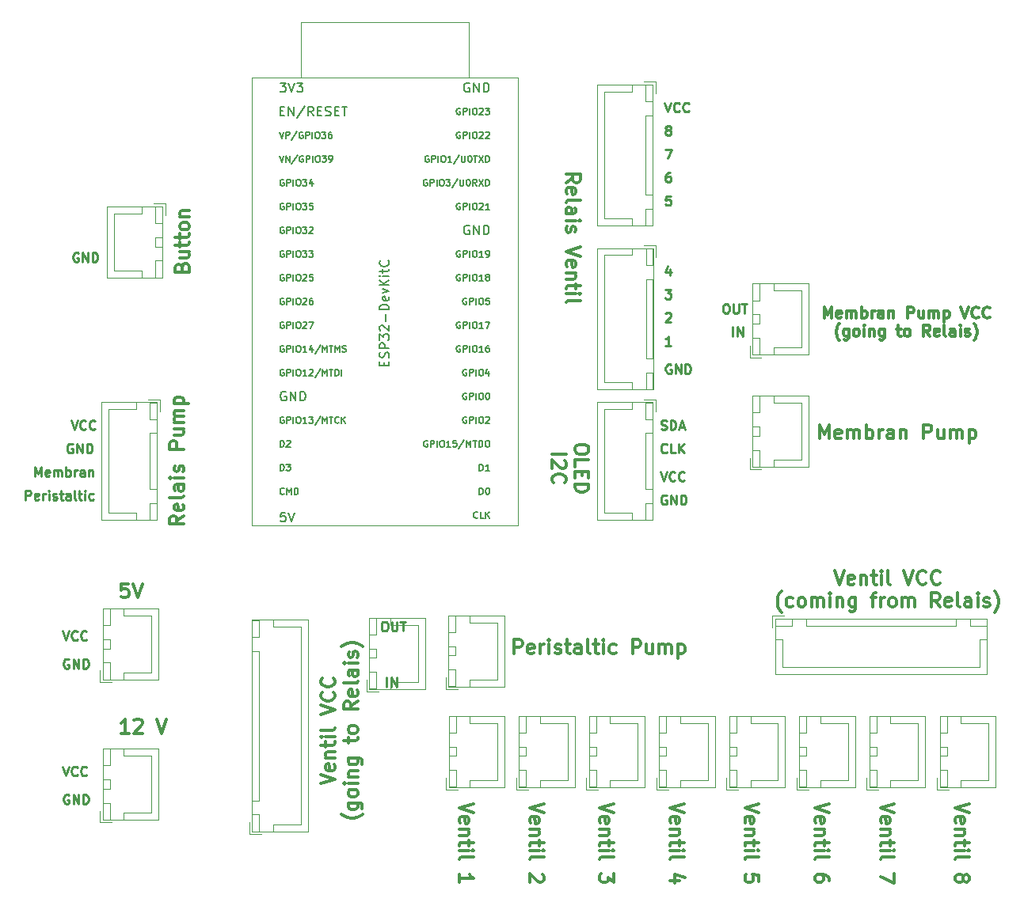
<source format=gbr>
%TF.GenerationSoftware,KiCad,Pcbnew,8.0.7*%
%TF.CreationDate,2024-12-29T01:14:19+01:00*%
%TF.ProjectId,DrinkoMat,4472696e-6b6f-44d6-9174-2e6b69636164,rev?*%
%TF.SameCoordinates,Original*%
%TF.FileFunction,Legend,Top*%
%TF.FilePolarity,Positive*%
%FSLAX46Y46*%
G04 Gerber Fmt 4.6, Leading zero omitted, Abs format (unit mm)*
G04 Created by KiCad (PCBNEW 8.0.7) date 2024-12-29 01:14:19*
%MOMM*%
%LPD*%
G01*
G04 APERTURE LIST*
%ADD10C,0.300000*%
%ADD11C,0.250000*%
%ADD12C,0.150000*%
%ADD13C,0.120000*%
G04 APERTURE END LIST*
D10*
X75599171Y-32371653D02*
X76313457Y-31871653D01*
X75599171Y-31514510D02*
X77099171Y-31514510D01*
X77099171Y-31514510D02*
X77099171Y-32085939D01*
X77099171Y-32085939D02*
X77027742Y-32228796D01*
X77027742Y-32228796D02*
X76956314Y-32300225D01*
X76956314Y-32300225D02*
X76813457Y-32371653D01*
X76813457Y-32371653D02*
X76599171Y-32371653D01*
X76599171Y-32371653D02*
X76456314Y-32300225D01*
X76456314Y-32300225D02*
X76384885Y-32228796D01*
X76384885Y-32228796D02*
X76313457Y-32085939D01*
X76313457Y-32085939D02*
X76313457Y-31514510D01*
X75670600Y-33585939D02*
X75599171Y-33443082D01*
X75599171Y-33443082D02*
X75599171Y-33157368D01*
X75599171Y-33157368D02*
X75670600Y-33014510D01*
X75670600Y-33014510D02*
X75813457Y-32943082D01*
X75813457Y-32943082D02*
X76384885Y-32943082D01*
X76384885Y-32943082D02*
X76527742Y-33014510D01*
X76527742Y-33014510D02*
X76599171Y-33157368D01*
X76599171Y-33157368D02*
X76599171Y-33443082D01*
X76599171Y-33443082D02*
X76527742Y-33585939D01*
X76527742Y-33585939D02*
X76384885Y-33657368D01*
X76384885Y-33657368D02*
X76242028Y-33657368D01*
X76242028Y-33657368D02*
X76099171Y-32943082D01*
X75599171Y-34514510D02*
X75670600Y-34371653D01*
X75670600Y-34371653D02*
X75813457Y-34300224D01*
X75813457Y-34300224D02*
X77099171Y-34300224D01*
X75599171Y-35728796D02*
X76384885Y-35728796D01*
X76384885Y-35728796D02*
X76527742Y-35657367D01*
X76527742Y-35657367D02*
X76599171Y-35514510D01*
X76599171Y-35514510D02*
X76599171Y-35228796D01*
X76599171Y-35228796D02*
X76527742Y-35085938D01*
X75670600Y-35728796D02*
X75599171Y-35585938D01*
X75599171Y-35585938D02*
X75599171Y-35228796D01*
X75599171Y-35228796D02*
X75670600Y-35085938D01*
X75670600Y-35085938D02*
X75813457Y-35014510D01*
X75813457Y-35014510D02*
X75956314Y-35014510D01*
X75956314Y-35014510D02*
X76099171Y-35085938D01*
X76099171Y-35085938D02*
X76170600Y-35228796D01*
X76170600Y-35228796D02*
X76170600Y-35585938D01*
X76170600Y-35585938D02*
X76242028Y-35728796D01*
X75599171Y-36443081D02*
X76599171Y-36443081D01*
X77099171Y-36443081D02*
X77027742Y-36371653D01*
X77027742Y-36371653D02*
X76956314Y-36443081D01*
X76956314Y-36443081D02*
X77027742Y-36514510D01*
X77027742Y-36514510D02*
X77099171Y-36443081D01*
X77099171Y-36443081D02*
X76956314Y-36443081D01*
X75670600Y-37085939D02*
X75599171Y-37228796D01*
X75599171Y-37228796D02*
X75599171Y-37514510D01*
X75599171Y-37514510D02*
X75670600Y-37657367D01*
X75670600Y-37657367D02*
X75813457Y-37728796D01*
X75813457Y-37728796D02*
X75884885Y-37728796D01*
X75884885Y-37728796D02*
X76027742Y-37657367D01*
X76027742Y-37657367D02*
X76099171Y-37514510D01*
X76099171Y-37514510D02*
X76099171Y-37300225D01*
X76099171Y-37300225D02*
X76170600Y-37157367D01*
X76170600Y-37157367D02*
X76313457Y-37085939D01*
X76313457Y-37085939D02*
X76384885Y-37085939D01*
X76384885Y-37085939D02*
X76527742Y-37157367D01*
X76527742Y-37157367D02*
X76599171Y-37300225D01*
X76599171Y-37300225D02*
X76599171Y-37514510D01*
X76599171Y-37514510D02*
X76527742Y-37657367D01*
X77099171Y-39300225D02*
X75599171Y-39800225D01*
X75599171Y-39800225D02*
X77099171Y-40300225D01*
X75670600Y-41371653D02*
X75599171Y-41228796D01*
X75599171Y-41228796D02*
X75599171Y-40943082D01*
X75599171Y-40943082D02*
X75670600Y-40800224D01*
X75670600Y-40800224D02*
X75813457Y-40728796D01*
X75813457Y-40728796D02*
X76384885Y-40728796D01*
X76384885Y-40728796D02*
X76527742Y-40800224D01*
X76527742Y-40800224D02*
X76599171Y-40943082D01*
X76599171Y-40943082D02*
X76599171Y-41228796D01*
X76599171Y-41228796D02*
X76527742Y-41371653D01*
X76527742Y-41371653D02*
X76384885Y-41443082D01*
X76384885Y-41443082D02*
X76242028Y-41443082D01*
X76242028Y-41443082D02*
X76099171Y-40728796D01*
X76599171Y-42085938D02*
X75599171Y-42085938D01*
X76456314Y-42085938D02*
X76527742Y-42157367D01*
X76527742Y-42157367D02*
X76599171Y-42300224D01*
X76599171Y-42300224D02*
X76599171Y-42514510D01*
X76599171Y-42514510D02*
X76527742Y-42657367D01*
X76527742Y-42657367D02*
X76384885Y-42728796D01*
X76384885Y-42728796D02*
X75599171Y-42728796D01*
X76599171Y-43228796D02*
X76599171Y-43800224D01*
X77099171Y-43443081D02*
X75813457Y-43443081D01*
X75813457Y-43443081D02*
X75670600Y-43514510D01*
X75670600Y-43514510D02*
X75599171Y-43657367D01*
X75599171Y-43657367D02*
X75599171Y-43800224D01*
X75599171Y-44300224D02*
X76599171Y-44300224D01*
X77099171Y-44300224D02*
X77027742Y-44228796D01*
X77027742Y-44228796D02*
X76956314Y-44300224D01*
X76956314Y-44300224D02*
X77027742Y-44371653D01*
X77027742Y-44371653D02*
X77099171Y-44300224D01*
X77099171Y-44300224D02*
X76956314Y-44300224D01*
X75599171Y-45228796D02*
X75670600Y-45085939D01*
X75670600Y-45085939D02*
X75813457Y-45014510D01*
X75813457Y-45014510D02*
X77099171Y-45014510D01*
D11*
X56093044Y-79364619D02*
X56283520Y-79364619D01*
X56283520Y-79364619D02*
X56378758Y-79412238D01*
X56378758Y-79412238D02*
X56473996Y-79507476D01*
X56473996Y-79507476D02*
X56521615Y-79697952D01*
X56521615Y-79697952D02*
X56521615Y-80031285D01*
X56521615Y-80031285D02*
X56473996Y-80221761D01*
X56473996Y-80221761D02*
X56378758Y-80317000D01*
X56378758Y-80317000D02*
X56283520Y-80364619D01*
X56283520Y-80364619D02*
X56093044Y-80364619D01*
X56093044Y-80364619D02*
X55997806Y-80317000D01*
X55997806Y-80317000D02*
X55902568Y-80221761D01*
X55902568Y-80221761D02*
X55854949Y-80031285D01*
X55854949Y-80031285D02*
X55854949Y-79697952D01*
X55854949Y-79697952D02*
X55902568Y-79507476D01*
X55902568Y-79507476D02*
X55997806Y-79412238D01*
X55997806Y-79412238D02*
X56093044Y-79364619D01*
X56950187Y-79364619D02*
X56950187Y-80174142D01*
X56950187Y-80174142D02*
X56997806Y-80269380D01*
X56997806Y-80269380D02*
X57045425Y-80317000D01*
X57045425Y-80317000D02*
X57140663Y-80364619D01*
X57140663Y-80364619D02*
X57331139Y-80364619D01*
X57331139Y-80364619D02*
X57426377Y-80317000D01*
X57426377Y-80317000D02*
X57473996Y-80269380D01*
X57473996Y-80269380D02*
X57521615Y-80174142D01*
X57521615Y-80174142D02*
X57521615Y-79364619D01*
X57854949Y-79364619D02*
X58426377Y-79364619D01*
X58140663Y-80364619D02*
X58140663Y-79364619D01*
X86420425Y-26753190D02*
X86325187Y-26705571D01*
X86325187Y-26705571D02*
X86277568Y-26657952D01*
X86277568Y-26657952D02*
X86229949Y-26562714D01*
X86229949Y-26562714D02*
X86229949Y-26515095D01*
X86229949Y-26515095D02*
X86277568Y-26419857D01*
X86277568Y-26419857D02*
X86325187Y-26372238D01*
X86325187Y-26372238D02*
X86420425Y-26324619D01*
X86420425Y-26324619D02*
X86610901Y-26324619D01*
X86610901Y-26324619D02*
X86706139Y-26372238D01*
X86706139Y-26372238D02*
X86753758Y-26419857D01*
X86753758Y-26419857D02*
X86801377Y-26515095D01*
X86801377Y-26515095D02*
X86801377Y-26562714D01*
X86801377Y-26562714D02*
X86753758Y-26657952D01*
X86753758Y-26657952D02*
X86706139Y-26705571D01*
X86706139Y-26705571D02*
X86610901Y-26753190D01*
X86610901Y-26753190D02*
X86420425Y-26753190D01*
X86420425Y-26753190D02*
X86325187Y-26800809D01*
X86325187Y-26800809D02*
X86277568Y-26848428D01*
X86277568Y-26848428D02*
X86229949Y-26943666D01*
X86229949Y-26943666D02*
X86229949Y-27134142D01*
X86229949Y-27134142D02*
X86277568Y-27229380D01*
X86277568Y-27229380D02*
X86325187Y-27277000D01*
X86325187Y-27277000D02*
X86420425Y-27324619D01*
X86420425Y-27324619D02*
X86610901Y-27324619D01*
X86610901Y-27324619D02*
X86706139Y-27277000D01*
X86706139Y-27277000D02*
X86753758Y-27229380D01*
X86753758Y-27229380D02*
X86801377Y-27134142D01*
X86801377Y-27134142D02*
X86801377Y-26943666D01*
X86801377Y-26943666D02*
X86753758Y-26848428D01*
X86753758Y-26848428D02*
X86706139Y-26800809D01*
X86706139Y-26800809D02*
X86610901Y-26753190D01*
X93402568Y-48864619D02*
X93402568Y-47864619D01*
X93878758Y-48864619D02*
X93878758Y-47864619D01*
X93878758Y-47864619D02*
X94450186Y-48864619D01*
X94450186Y-48864619D02*
X94450186Y-47864619D01*
D10*
X96199171Y-98840225D02*
X94699171Y-99340225D01*
X94699171Y-99340225D02*
X96199171Y-99840225D01*
X94770600Y-100911653D02*
X94699171Y-100768796D01*
X94699171Y-100768796D02*
X94699171Y-100483082D01*
X94699171Y-100483082D02*
X94770600Y-100340224D01*
X94770600Y-100340224D02*
X94913457Y-100268796D01*
X94913457Y-100268796D02*
X95484885Y-100268796D01*
X95484885Y-100268796D02*
X95627742Y-100340224D01*
X95627742Y-100340224D02*
X95699171Y-100483082D01*
X95699171Y-100483082D02*
X95699171Y-100768796D01*
X95699171Y-100768796D02*
X95627742Y-100911653D01*
X95627742Y-100911653D02*
X95484885Y-100983082D01*
X95484885Y-100983082D02*
X95342028Y-100983082D01*
X95342028Y-100983082D02*
X95199171Y-100268796D01*
X95699171Y-101625938D02*
X94699171Y-101625938D01*
X95556314Y-101625938D02*
X95627742Y-101697367D01*
X95627742Y-101697367D02*
X95699171Y-101840224D01*
X95699171Y-101840224D02*
X95699171Y-102054510D01*
X95699171Y-102054510D02*
X95627742Y-102197367D01*
X95627742Y-102197367D02*
X95484885Y-102268796D01*
X95484885Y-102268796D02*
X94699171Y-102268796D01*
X95699171Y-102768796D02*
X95699171Y-103340224D01*
X96199171Y-102983081D02*
X94913457Y-102983081D01*
X94913457Y-102983081D02*
X94770600Y-103054510D01*
X94770600Y-103054510D02*
X94699171Y-103197367D01*
X94699171Y-103197367D02*
X94699171Y-103340224D01*
X94699171Y-103840224D02*
X95699171Y-103840224D01*
X96199171Y-103840224D02*
X96127742Y-103768796D01*
X96127742Y-103768796D02*
X96056314Y-103840224D01*
X96056314Y-103840224D02*
X96127742Y-103911653D01*
X96127742Y-103911653D02*
X96199171Y-103840224D01*
X96199171Y-103840224D02*
X96056314Y-103840224D01*
X94699171Y-104768796D02*
X94770600Y-104625939D01*
X94770600Y-104625939D02*
X94913457Y-104554510D01*
X94913457Y-104554510D02*
X96199171Y-104554510D01*
X96199171Y-107197367D02*
X96199171Y-106483081D01*
X96199171Y-106483081D02*
X95484885Y-106411653D01*
X95484885Y-106411653D02*
X95556314Y-106483081D01*
X95556314Y-106483081D02*
X95627742Y-106625939D01*
X95627742Y-106625939D02*
X95627742Y-106983081D01*
X95627742Y-106983081D02*
X95556314Y-107125939D01*
X95556314Y-107125939D02*
X95484885Y-107197367D01*
X95484885Y-107197367D02*
X95342028Y-107268796D01*
X95342028Y-107268796D02*
X94984885Y-107268796D01*
X94984885Y-107268796D02*
X94842028Y-107197367D01*
X94842028Y-107197367D02*
X94770600Y-107125939D01*
X94770600Y-107125939D02*
X94699171Y-106983081D01*
X94699171Y-106983081D02*
X94699171Y-106625939D01*
X94699171Y-106625939D02*
X94770600Y-106483081D01*
X94770600Y-106483081D02*
X94842028Y-106411653D01*
D11*
X86182330Y-28824619D02*
X86848996Y-28824619D01*
X86848996Y-28824619D02*
X86420425Y-29824619D01*
D10*
X34700828Y-68048346D02*
X33986542Y-68548346D01*
X34700828Y-68905489D02*
X33200828Y-68905489D01*
X33200828Y-68905489D02*
X33200828Y-68334060D01*
X33200828Y-68334060D02*
X33272257Y-68191203D01*
X33272257Y-68191203D02*
X33343685Y-68119774D01*
X33343685Y-68119774D02*
X33486542Y-68048346D01*
X33486542Y-68048346D02*
X33700828Y-68048346D01*
X33700828Y-68048346D02*
X33843685Y-68119774D01*
X33843685Y-68119774D02*
X33915114Y-68191203D01*
X33915114Y-68191203D02*
X33986542Y-68334060D01*
X33986542Y-68334060D02*
X33986542Y-68905489D01*
X34629400Y-66834060D02*
X34700828Y-66976917D01*
X34700828Y-66976917D02*
X34700828Y-67262632D01*
X34700828Y-67262632D02*
X34629400Y-67405489D01*
X34629400Y-67405489D02*
X34486542Y-67476917D01*
X34486542Y-67476917D02*
X33915114Y-67476917D01*
X33915114Y-67476917D02*
X33772257Y-67405489D01*
X33772257Y-67405489D02*
X33700828Y-67262632D01*
X33700828Y-67262632D02*
X33700828Y-66976917D01*
X33700828Y-66976917D02*
X33772257Y-66834060D01*
X33772257Y-66834060D02*
X33915114Y-66762632D01*
X33915114Y-66762632D02*
X34057971Y-66762632D01*
X34057971Y-66762632D02*
X34200828Y-67476917D01*
X34700828Y-65905489D02*
X34629400Y-66048346D01*
X34629400Y-66048346D02*
X34486542Y-66119775D01*
X34486542Y-66119775D02*
X33200828Y-66119775D01*
X34700828Y-64691204D02*
X33915114Y-64691204D01*
X33915114Y-64691204D02*
X33772257Y-64762632D01*
X33772257Y-64762632D02*
X33700828Y-64905489D01*
X33700828Y-64905489D02*
X33700828Y-65191204D01*
X33700828Y-65191204D02*
X33772257Y-65334061D01*
X34629400Y-64691204D02*
X34700828Y-64834061D01*
X34700828Y-64834061D02*
X34700828Y-65191204D01*
X34700828Y-65191204D02*
X34629400Y-65334061D01*
X34629400Y-65334061D02*
X34486542Y-65405489D01*
X34486542Y-65405489D02*
X34343685Y-65405489D01*
X34343685Y-65405489D02*
X34200828Y-65334061D01*
X34200828Y-65334061D02*
X34129400Y-65191204D01*
X34129400Y-65191204D02*
X34129400Y-64834061D01*
X34129400Y-64834061D02*
X34057971Y-64691204D01*
X34700828Y-63976918D02*
X33700828Y-63976918D01*
X33200828Y-63976918D02*
X33272257Y-64048346D01*
X33272257Y-64048346D02*
X33343685Y-63976918D01*
X33343685Y-63976918D02*
X33272257Y-63905489D01*
X33272257Y-63905489D02*
X33200828Y-63976918D01*
X33200828Y-63976918D02*
X33343685Y-63976918D01*
X34629400Y-63334060D02*
X34700828Y-63191203D01*
X34700828Y-63191203D02*
X34700828Y-62905489D01*
X34700828Y-62905489D02*
X34629400Y-62762632D01*
X34629400Y-62762632D02*
X34486542Y-62691203D01*
X34486542Y-62691203D02*
X34415114Y-62691203D01*
X34415114Y-62691203D02*
X34272257Y-62762632D01*
X34272257Y-62762632D02*
X34200828Y-62905489D01*
X34200828Y-62905489D02*
X34200828Y-63119775D01*
X34200828Y-63119775D02*
X34129400Y-63262632D01*
X34129400Y-63262632D02*
X33986542Y-63334060D01*
X33986542Y-63334060D02*
X33915114Y-63334060D01*
X33915114Y-63334060D02*
X33772257Y-63262632D01*
X33772257Y-63262632D02*
X33700828Y-63119775D01*
X33700828Y-63119775D02*
X33700828Y-62905489D01*
X33700828Y-62905489D02*
X33772257Y-62762632D01*
X34700828Y-60905489D02*
X33200828Y-60905489D01*
X33200828Y-60905489D02*
X33200828Y-60334060D01*
X33200828Y-60334060D02*
X33272257Y-60191203D01*
X33272257Y-60191203D02*
X33343685Y-60119774D01*
X33343685Y-60119774D02*
X33486542Y-60048346D01*
X33486542Y-60048346D02*
X33700828Y-60048346D01*
X33700828Y-60048346D02*
X33843685Y-60119774D01*
X33843685Y-60119774D02*
X33915114Y-60191203D01*
X33915114Y-60191203D02*
X33986542Y-60334060D01*
X33986542Y-60334060D02*
X33986542Y-60905489D01*
X33700828Y-58762632D02*
X34700828Y-58762632D01*
X33700828Y-59405489D02*
X34486542Y-59405489D01*
X34486542Y-59405489D02*
X34629400Y-59334060D01*
X34629400Y-59334060D02*
X34700828Y-59191203D01*
X34700828Y-59191203D02*
X34700828Y-58976917D01*
X34700828Y-58976917D02*
X34629400Y-58834060D01*
X34629400Y-58834060D02*
X34557971Y-58762632D01*
X34700828Y-58048346D02*
X33700828Y-58048346D01*
X33843685Y-58048346D02*
X33772257Y-57976917D01*
X33772257Y-57976917D02*
X33700828Y-57834060D01*
X33700828Y-57834060D02*
X33700828Y-57619774D01*
X33700828Y-57619774D02*
X33772257Y-57476917D01*
X33772257Y-57476917D02*
X33915114Y-57405489D01*
X33915114Y-57405489D02*
X34700828Y-57405489D01*
X33915114Y-57405489D02*
X33772257Y-57334060D01*
X33772257Y-57334060D02*
X33700828Y-57191203D01*
X33700828Y-57191203D02*
X33700828Y-56976917D01*
X33700828Y-56976917D02*
X33772257Y-56834060D01*
X33772257Y-56834060D02*
X33915114Y-56762631D01*
X33915114Y-56762631D02*
X34700828Y-56762631D01*
X33700828Y-56048346D02*
X35200828Y-56048346D01*
X33772257Y-56048346D02*
X33700828Y-55905489D01*
X33700828Y-55905489D02*
X33700828Y-55619774D01*
X33700828Y-55619774D02*
X33772257Y-55476917D01*
X33772257Y-55476917D02*
X33843685Y-55405489D01*
X33843685Y-55405489D02*
X33986542Y-55334060D01*
X33986542Y-55334060D02*
X34415114Y-55334060D01*
X34415114Y-55334060D02*
X34557971Y-55405489D01*
X34557971Y-55405489D02*
X34629400Y-55476917D01*
X34629400Y-55476917D02*
X34700828Y-55619774D01*
X34700828Y-55619774D02*
X34700828Y-55905489D01*
X34700828Y-55905489D02*
X34629400Y-56048346D01*
X28768796Y-75300828D02*
X28054510Y-75300828D01*
X28054510Y-75300828D02*
X27983082Y-76015114D01*
X27983082Y-76015114D02*
X28054510Y-75943685D01*
X28054510Y-75943685D02*
X28197368Y-75872257D01*
X28197368Y-75872257D02*
X28554510Y-75872257D01*
X28554510Y-75872257D02*
X28697368Y-75943685D01*
X28697368Y-75943685D02*
X28768796Y-76015114D01*
X28768796Y-76015114D02*
X28840225Y-76157971D01*
X28840225Y-76157971D02*
X28840225Y-76515114D01*
X28840225Y-76515114D02*
X28768796Y-76657971D01*
X28768796Y-76657971D02*
X28697368Y-76729400D01*
X28697368Y-76729400D02*
X28554510Y-76800828D01*
X28554510Y-76800828D02*
X28197368Y-76800828D01*
X28197368Y-76800828D02*
X28054510Y-76729400D01*
X28054510Y-76729400D02*
X27983082Y-76657971D01*
X29268796Y-75300828D02*
X29768796Y-76800828D01*
X29768796Y-76800828D02*
X30268796Y-75300828D01*
X70054510Y-82800828D02*
X70054510Y-81300828D01*
X70054510Y-81300828D02*
X70625939Y-81300828D01*
X70625939Y-81300828D02*
X70768796Y-81372257D01*
X70768796Y-81372257D02*
X70840225Y-81443685D01*
X70840225Y-81443685D02*
X70911653Y-81586542D01*
X70911653Y-81586542D02*
X70911653Y-81800828D01*
X70911653Y-81800828D02*
X70840225Y-81943685D01*
X70840225Y-81943685D02*
X70768796Y-82015114D01*
X70768796Y-82015114D02*
X70625939Y-82086542D01*
X70625939Y-82086542D02*
X70054510Y-82086542D01*
X72125939Y-82729400D02*
X71983082Y-82800828D01*
X71983082Y-82800828D02*
X71697368Y-82800828D01*
X71697368Y-82800828D02*
X71554510Y-82729400D01*
X71554510Y-82729400D02*
X71483082Y-82586542D01*
X71483082Y-82586542D02*
X71483082Y-82015114D01*
X71483082Y-82015114D02*
X71554510Y-81872257D01*
X71554510Y-81872257D02*
X71697368Y-81800828D01*
X71697368Y-81800828D02*
X71983082Y-81800828D01*
X71983082Y-81800828D02*
X72125939Y-81872257D01*
X72125939Y-81872257D02*
X72197368Y-82015114D01*
X72197368Y-82015114D02*
X72197368Y-82157971D01*
X72197368Y-82157971D02*
X71483082Y-82300828D01*
X72840224Y-82800828D02*
X72840224Y-81800828D01*
X72840224Y-82086542D02*
X72911653Y-81943685D01*
X72911653Y-81943685D02*
X72983082Y-81872257D01*
X72983082Y-81872257D02*
X73125939Y-81800828D01*
X73125939Y-81800828D02*
X73268796Y-81800828D01*
X73768795Y-82800828D02*
X73768795Y-81800828D01*
X73768795Y-81300828D02*
X73697367Y-81372257D01*
X73697367Y-81372257D02*
X73768795Y-81443685D01*
X73768795Y-81443685D02*
X73840224Y-81372257D01*
X73840224Y-81372257D02*
X73768795Y-81300828D01*
X73768795Y-81300828D02*
X73768795Y-81443685D01*
X74411653Y-82729400D02*
X74554510Y-82800828D01*
X74554510Y-82800828D02*
X74840224Y-82800828D01*
X74840224Y-82800828D02*
X74983081Y-82729400D01*
X74983081Y-82729400D02*
X75054510Y-82586542D01*
X75054510Y-82586542D02*
X75054510Y-82515114D01*
X75054510Y-82515114D02*
X74983081Y-82372257D01*
X74983081Y-82372257D02*
X74840224Y-82300828D01*
X74840224Y-82300828D02*
X74625939Y-82300828D01*
X74625939Y-82300828D02*
X74483081Y-82229400D01*
X74483081Y-82229400D02*
X74411653Y-82086542D01*
X74411653Y-82086542D02*
X74411653Y-82015114D01*
X74411653Y-82015114D02*
X74483081Y-81872257D01*
X74483081Y-81872257D02*
X74625939Y-81800828D01*
X74625939Y-81800828D02*
X74840224Y-81800828D01*
X74840224Y-81800828D02*
X74983081Y-81872257D01*
X75483082Y-81800828D02*
X76054510Y-81800828D01*
X75697367Y-81300828D02*
X75697367Y-82586542D01*
X75697367Y-82586542D02*
X75768796Y-82729400D01*
X75768796Y-82729400D02*
X75911653Y-82800828D01*
X75911653Y-82800828D02*
X76054510Y-82800828D01*
X77197368Y-82800828D02*
X77197368Y-82015114D01*
X77197368Y-82015114D02*
X77125939Y-81872257D01*
X77125939Y-81872257D02*
X76983082Y-81800828D01*
X76983082Y-81800828D02*
X76697368Y-81800828D01*
X76697368Y-81800828D02*
X76554510Y-81872257D01*
X77197368Y-82729400D02*
X77054510Y-82800828D01*
X77054510Y-82800828D02*
X76697368Y-82800828D01*
X76697368Y-82800828D02*
X76554510Y-82729400D01*
X76554510Y-82729400D02*
X76483082Y-82586542D01*
X76483082Y-82586542D02*
X76483082Y-82443685D01*
X76483082Y-82443685D02*
X76554510Y-82300828D01*
X76554510Y-82300828D02*
X76697368Y-82229400D01*
X76697368Y-82229400D02*
X77054510Y-82229400D01*
X77054510Y-82229400D02*
X77197368Y-82157971D01*
X78125939Y-82800828D02*
X77983082Y-82729400D01*
X77983082Y-82729400D02*
X77911653Y-82586542D01*
X77911653Y-82586542D02*
X77911653Y-81300828D01*
X78483082Y-81800828D02*
X79054510Y-81800828D01*
X78697367Y-81300828D02*
X78697367Y-82586542D01*
X78697367Y-82586542D02*
X78768796Y-82729400D01*
X78768796Y-82729400D02*
X78911653Y-82800828D01*
X78911653Y-82800828D02*
X79054510Y-82800828D01*
X79554510Y-82800828D02*
X79554510Y-81800828D01*
X79554510Y-81300828D02*
X79483082Y-81372257D01*
X79483082Y-81372257D02*
X79554510Y-81443685D01*
X79554510Y-81443685D02*
X79625939Y-81372257D01*
X79625939Y-81372257D02*
X79554510Y-81300828D01*
X79554510Y-81300828D02*
X79554510Y-81443685D01*
X80911654Y-82729400D02*
X80768796Y-82800828D01*
X80768796Y-82800828D02*
X80483082Y-82800828D01*
X80483082Y-82800828D02*
X80340225Y-82729400D01*
X80340225Y-82729400D02*
X80268796Y-82657971D01*
X80268796Y-82657971D02*
X80197368Y-82515114D01*
X80197368Y-82515114D02*
X80197368Y-82086542D01*
X80197368Y-82086542D02*
X80268796Y-81943685D01*
X80268796Y-81943685D02*
X80340225Y-81872257D01*
X80340225Y-81872257D02*
X80483082Y-81800828D01*
X80483082Y-81800828D02*
X80768796Y-81800828D01*
X80768796Y-81800828D02*
X80911654Y-81872257D01*
X82697367Y-82800828D02*
X82697367Y-81300828D01*
X82697367Y-81300828D02*
X83268796Y-81300828D01*
X83268796Y-81300828D02*
X83411653Y-81372257D01*
X83411653Y-81372257D02*
X83483082Y-81443685D01*
X83483082Y-81443685D02*
X83554510Y-81586542D01*
X83554510Y-81586542D02*
X83554510Y-81800828D01*
X83554510Y-81800828D02*
X83483082Y-81943685D01*
X83483082Y-81943685D02*
X83411653Y-82015114D01*
X83411653Y-82015114D02*
X83268796Y-82086542D01*
X83268796Y-82086542D02*
X82697367Y-82086542D01*
X84840225Y-81800828D02*
X84840225Y-82800828D01*
X84197367Y-81800828D02*
X84197367Y-82586542D01*
X84197367Y-82586542D02*
X84268796Y-82729400D01*
X84268796Y-82729400D02*
X84411653Y-82800828D01*
X84411653Y-82800828D02*
X84625939Y-82800828D01*
X84625939Y-82800828D02*
X84768796Y-82729400D01*
X84768796Y-82729400D02*
X84840225Y-82657971D01*
X85554510Y-82800828D02*
X85554510Y-81800828D01*
X85554510Y-81943685D02*
X85625939Y-81872257D01*
X85625939Y-81872257D02*
X85768796Y-81800828D01*
X85768796Y-81800828D02*
X85983082Y-81800828D01*
X85983082Y-81800828D02*
X86125939Y-81872257D01*
X86125939Y-81872257D02*
X86197368Y-82015114D01*
X86197368Y-82015114D02*
X86197368Y-82800828D01*
X86197368Y-82015114D02*
X86268796Y-81872257D01*
X86268796Y-81872257D02*
X86411653Y-81800828D01*
X86411653Y-81800828D02*
X86625939Y-81800828D01*
X86625939Y-81800828D02*
X86768796Y-81872257D01*
X86768796Y-81872257D02*
X86840225Y-82015114D01*
X86840225Y-82015114D02*
X86840225Y-82800828D01*
X87554510Y-81800828D02*
X87554510Y-83300828D01*
X87554510Y-81872257D02*
X87697368Y-81800828D01*
X87697368Y-81800828D02*
X87983082Y-81800828D01*
X87983082Y-81800828D02*
X88125939Y-81872257D01*
X88125939Y-81872257D02*
X88197368Y-81943685D01*
X88197368Y-81943685D02*
X88268796Y-82086542D01*
X88268796Y-82086542D02*
X88268796Y-82515114D01*
X88268796Y-82515114D02*
X88197368Y-82657971D01*
X88197368Y-82657971D02*
X88125939Y-82729400D01*
X88125939Y-82729400D02*
X87983082Y-82800828D01*
X87983082Y-82800828D02*
X87697368Y-82800828D01*
X87697368Y-82800828D02*
X87554510Y-82729400D01*
X88199171Y-98840225D02*
X86699171Y-99340225D01*
X86699171Y-99340225D02*
X88199171Y-99840225D01*
X86770600Y-100911653D02*
X86699171Y-100768796D01*
X86699171Y-100768796D02*
X86699171Y-100483082D01*
X86699171Y-100483082D02*
X86770600Y-100340224D01*
X86770600Y-100340224D02*
X86913457Y-100268796D01*
X86913457Y-100268796D02*
X87484885Y-100268796D01*
X87484885Y-100268796D02*
X87627742Y-100340224D01*
X87627742Y-100340224D02*
X87699171Y-100483082D01*
X87699171Y-100483082D02*
X87699171Y-100768796D01*
X87699171Y-100768796D02*
X87627742Y-100911653D01*
X87627742Y-100911653D02*
X87484885Y-100983082D01*
X87484885Y-100983082D02*
X87342028Y-100983082D01*
X87342028Y-100983082D02*
X87199171Y-100268796D01*
X87699171Y-101625938D02*
X86699171Y-101625938D01*
X87556314Y-101625938D02*
X87627742Y-101697367D01*
X87627742Y-101697367D02*
X87699171Y-101840224D01*
X87699171Y-101840224D02*
X87699171Y-102054510D01*
X87699171Y-102054510D02*
X87627742Y-102197367D01*
X87627742Y-102197367D02*
X87484885Y-102268796D01*
X87484885Y-102268796D02*
X86699171Y-102268796D01*
X87699171Y-102768796D02*
X87699171Y-103340224D01*
X88199171Y-102983081D02*
X86913457Y-102983081D01*
X86913457Y-102983081D02*
X86770600Y-103054510D01*
X86770600Y-103054510D02*
X86699171Y-103197367D01*
X86699171Y-103197367D02*
X86699171Y-103340224D01*
X86699171Y-103840224D02*
X87699171Y-103840224D01*
X88199171Y-103840224D02*
X88127742Y-103768796D01*
X88127742Y-103768796D02*
X88056314Y-103840224D01*
X88056314Y-103840224D02*
X88127742Y-103911653D01*
X88127742Y-103911653D02*
X88199171Y-103840224D01*
X88199171Y-103840224D02*
X88056314Y-103840224D01*
X86699171Y-104768796D02*
X86770600Y-104625939D01*
X86770600Y-104625939D02*
X86913457Y-104554510D01*
X86913457Y-104554510D02*
X88199171Y-104554510D01*
X87699171Y-107125939D02*
X86699171Y-107125939D01*
X88270600Y-106768796D02*
X87199171Y-106411653D01*
X87199171Y-106411653D02*
X87199171Y-107340224D01*
D11*
X22826377Y-60372238D02*
X22731139Y-60324619D01*
X22731139Y-60324619D02*
X22588282Y-60324619D01*
X22588282Y-60324619D02*
X22445425Y-60372238D01*
X22445425Y-60372238D02*
X22350187Y-60467476D01*
X22350187Y-60467476D02*
X22302568Y-60562714D01*
X22302568Y-60562714D02*
X22254949Y-60753190D01*
X22254949Y-60753190D02*
X22254949Y-60896047D01*
X22254949Y-60896047D02*
X22302568Y-61086523D01*
X22302568Y-61086523D02*
X22350187Y-61181761D01*
X22350187Y-61181761D02*
X22445425Y-61277000D01*
X22445425Y-61277000D02*
X22588282Y-61324619D01*
X22588282Y-61324619D02*
X22683520Y-61324619D01*
X22683520Y-61324619D02*
X22826377Y-61277000D01*
X22826377Y-61277000D02*
X22873996Y-61229380D01*
X22873996Y-61229380D02*
X22873996Y-60896047D01*
X22873996Y-60896047D02*
X22683520Y-60896047D01*
X23302568Y-61324619D02*
X23302568Y-60324619D01*
X23302568Y-60324619D02*
X23873996Y-61324619D01*
X23873996Y-61324619D02*
X23873996Y-60324619D01*
X24350187Y-61324619D02*
X24350187Y-60324619D01*
X24350187Y-60324619D02*
X24588282Y-60324619D01*
X24588282Y-60324619D02*
X24731139Y-60372238D01*
X24731139Y-60372238D02*
X24826377Y-60467476D01*
X24826377Y-60467476D02*
X24873996Y-60562714D01*
X24873996Y-60562714D02*
X24921615Y-60753190D01*
X24921615Y-60753190D02*
X24921615Y-60896047D01*
X24921615Y-60896047D02*
X24873996Y-61086523D01*
X24873996Y-61086523D02*
X24826377Y-61181761D01*
X24826377Y-61181761D02*
X24731139Y-61277000D01*
X24731139Y-61277000D02*
X24588282Y-61324619D01*
X24588282Y-61324619D02*
X24350187Y-61324619D01*
D10*
X65699171Y-98840225D02*
X64199171Y-99340225D01*
X64199171Y-99340225D02*
X65699171Y-99840225D01*
X64270600Y-100911653D02*
X64199171Y-100768796D01*
X64199171Y-100768796D02*
X64199171Y-100483082D01*
X64199171Y-100483082D02*
X64270600Y-100340224D01*
X64270600Y-100340224D02*
X64413457Y-100268796D01*
X64413457Y-100268796D02*
X64984885Y-100268796D01*
X64984885Y-100268796D02*
X65127742Y-100340224D01*
X65127742Y-100340224D02*
X65199171Y-100483082D01*
X65199171Y-100483082D02*
X65199171Y-100768796D01*
X65199171Y-100768796D02*
X65127742Y-100911653D01*
X65127742Y-100911653D02*
X64984885Y-100983082D01*
X64984885Y-100983082D02*
X64842028Y-100983082D01*
X64842028Y-100983082D02*
X64699171Y-100268796D01*
X65199171Y-101625938D02*
X64199171Y-101625938D01*
X65056314Y-101625938D02*
X65127742Y-101697367D01*
X65127742Y-101697367D02*
X65199171Y-101840224D01*
X65199171Y-101840224D02*
X65199171Y-102054510D01*
X65199171Y-102054510D02*
X65127742Y-102197367D01*
X65127742Y-102197367D02*
X64984885Y-102268796D01*
X64984885Y-102268796D02*
X64199171Y-102268796D01*
X65199171Y-102768796D02*
X65199171Y-103340224D01*
X65699171Y-102983081D02*
X64413457Y-102983081D01*
X64413457Y-102983081D02*
X64270600Y-103054510D01*
X64270600Y-103054510D02*
X64199171Y-103197367D01*
X64199171Y-103197367D02*
X64199171Y-103340224D01*
X64199171Y-103840224D02*
X65199171Y-103840224D01*
X65699171Y-103840224D02*
X65627742Y-103768796D01*
X65627742Y-103768796D02*
X65556314Y-103840224D01*
X65556314Y-103840224D02*
X65627742Y-103911653D01*
X65627742Y-103911653D02*
X65699171Y-103840224D01*
X65699171Y-103840224D02*
X65556314Y-103840224D01*
X64199171Y-104768796D02*
X64270600Y-104625939D01*
X64270600Y-104625939D02*
X64413457Y-104554510D01*
X64413457Y-104554510D02*
X65699171Y-104554510D01*
X64199171Y-107268796D02*
X64199171Y-106411653D01*
X64199171Y-106840224D02*
X65699171Y-106840224D01*
X65699171Y-106840224D02*
X65484885Y-106697367D01*
X65484885Y-106697367D02*
X65342028Y-106554510D01*
X65342028Y-106554510D02*
X65270600Y-106411653D01*
X78014087Y-60781428D02*
X78014087Y-61067142D01*
X78014087Y-61067142D02*
X77942658Y-61209999D01*
X77942658Y-61209999D02*
X77799801Y-61352856D01*
X77799801Y-61352856D02*
X77514087Y-61424285D01*
X77514087Y-61424285D02*
X77014087Y-61424285D01*
X77014087Y-61424285D02*
X76728373Y-61352856D01*
X76728373Y-61352856D02*
X76585516Y-61209999D01*
X76585516Y-61209999D02*
X76514087Y-61067142D01*
X76514087Y-61067142D02*
X76514087Y-60781428D01*
X76514087Y-60781428D02*
X76585516Y-60638571D01*
X76585516Y-60638571D02*
X76728373Y-60495713D01*
X76728373Y-60495713D02*
X77014087Y-60424285D01*
X77014087Y-60424285D02*
X77514087Y-60424285D01*
X77514087Y-60424285D02*
X77799801Y-60495713D01*
X77799801Y-60495713D02*
X77942658Y-60638571D01*
X77942658Y-60638571D02*
X78014087Y-60781428D01*
X76514087Y-62781428D02*
X76514087Y-62067142D01*
X76514087Y-62067142D02*
X78014087Y-62067142D01*
X77299801Y-63281428D02*
X77299801Y-63781428D01*
X76514087Y-63995714D02*
X76514087Y-63281428D01*
X76514087Y-63281428D02*
X78014087Y-63281428D01*
X78014087Y-63281428D02*
X78014087Y-63995714D01*
X76514087Y-64638571D02*
X78014087Y-64638571D01*
X78014087Y-64638571D02*
X78014087Y-64995714D01*
X78014087Y-64995714D02*
X77942658Y-65210000D01*
X77942658Y-65210000D02*
X77799801Y-65352857D01*
X77799801Y-65352857D02*
X77656944Y-65424286D01*
X77656944Y-65424286D02*
X77371230Y-65495714D01*
X77371230Y-65495714D02*
X77156944Y-65495714D01*
X77156944Y-65495714D02*
X76871230Y-65424286D01*
X76871230Y-65424286D02*
X76728373Y-65352857D01*
X76728373Y-65352857D02*
X76585516Y-65210000D01*
X76585516Y-65210000D02*
X76514087Y-64995714D01*
X76514087Y-64995714D02*
X76514087Y-64638571D01*
X74099171Y-61495714D02*
X75599171Y-61495714D01*
X75456314Y-62138572D02*
X75527742Y-62210000D01*
X75527742Y-62210000D02*
X75599171Y-62352858D01*
X75599171Y-62352858D02*
X75599171Y-62710000D01*
X75599171Y-62710000D02*
X75527742Y-62852858D01*
X75527742Y-62852858D02*
X75456314Y-62924286D01*
X75456314Y-62924286D02*
X75313457Y-62995715D01*
X75313457Y-62995715D02*
X75170600Y-62995715D01*
X75170600Y-62995715D02*
X74956314Y-62924286D01*
X74956314Y-62924286D02*
X74099171Y-62067143D01*
X74099171Y-62067143D02*
X74099171Y-62995715D01*
X74242028Y-64495714D02*
X74170600Y-64424286D01*
X74170600Y-64424286D02*
X74099171Y-64210000D01*
X74099171Y-64210000D02*
X74099171Y-64067143D01*
X74099171Y-64067143D02*
X74170600Y-63852857D01*
X74170600Y-63852857D02*
X74313457Y-63710000D01*
X74313457Y-63710000D02*
X74456314Y-63638571D01*
X74456314Y-63638571D02*
X74742028Y-63567143D01*
X74742028Y-63567143D02*
X74956314Y-63567143D01*
X74956314Y-63567143D02*
X75242028Y-63638571D01*
X75242028Y-63638571D02*
X75384885Y-63710000D01*
X75384885Y-63710000D02*
X75527742Y-63852857D01*
X75527742Y-63852857D02*
X75599171Y-64067143D01*
X75599171Y-64067143D02*
X75599171Y-64210000D01*
X75599171Y-64210000D02*
X75527742Y-64424286D01*
X75527742Y-64424286D02*
X75456314Y-64495714D01*
D11*
X21759711Y-94864619D02*
X22093044Y-95864619D01*
X22093044Y-95864619D02*
X22426377Y-94864619D01*
X23331139Y-95769380D02*
X23283520Y-95817000D01*
X23283520Y-95817000D02*
X23140663Y-95864619D01*
X23140663Y-95864619D02*
X23045425Y-95864619D01*
X23045425Y-95864619D02*
X22902568Y-95817000D01*
X22902568Y-95817000D02*
X22807330Y-95721761D01*
X22807330Y-95721761D02*
X22759711Y-95626523D01*
X22759711Y-95626523D02*
X22712092Y-95436047D01*
X22712092Y-95436047D02*
X22712092Y-95293190D01*
X22712092Y-95293190D02*
X22759711Y-95102714D01*
X22759711Y-95102714D02*
X22807330Y-95007476D01*
X22807330Y-95007476D02*
X22902568Y-94912238D01*
X22902568Y-94912238D02*
X23045425Y-94864619D01*
X23045425Y-94864619D02*
X23140663Y-94864619D01*
X23140663Y-94864619D02*
X23283520Y-94912238D01*
X23283520Y-94912238D02*
X23331139Y-94959857D01*
X24331139Y-95769380D02*
X24283520Y-95817000D01*
X24283520Y-95817000D02*
X24140663Y-95864619D01*
X24140663Y-95864619D02*
X24045425Y-95864619D01*
X24045425Y-95864619D02*
X23902568Y-95817000D01*
X23902568Y-95817000D02*
X23807330Y-95721761D01*
X23807330Y-95721761D02*
X23759711Y-95626523D01*
X23759711Y-95626523D02*
X23712092Y-95436047D01*
X23712092Y-95436047D02*
X23712092Y-95293190D01*
X23712092Y-95293190D02*
X23759711Y-95102714D01*
X23759711Y-95102714D02*
X23807330Y-95007476D01*
X23807330Y-95007476D02*
X23902568Y-94912238D01*
X23902568Y-94912238D02*
X24045425Y-94864619D01*
X24045425Y-94864619D02*
X24140663Y-94864619D01*
X24140663Y-94864619D02*
X24283520Y-94912238D01*
X24283520Y-94912238D02*
X24331139Y-94959857D01*
X22426377Y-83412238D02*
X22331139Y-83364619D01*
X22331139Y-83364619D02*
X22188282Y-83364619D01*
X22188282Y-83364619D02*
X22045425Y-83412238D01*
X22045425Y-83412238D02*
X21950187Y-83507476D01*
X21950187Y-83507476D02*
X21902568Y-83602714D01*
X21902568Y-83602714D02*
X21854949Y-83793190D01*
X21854949Y-83793190D02*
X21854949Y-83936047D01*
X21854949Y-83936047D02*
X21902568Y-84126523D01*
X21902568Y-84126523D02*
X21950187Y-84221761D01*
X21950187Y-84221761D02*
X22045425Y-84317000D01*
X22045425Y-84317000D02*
X22188282Y-84364619D01*
X22188282Y-84364619D02*
X22283520Y-84364619D01*
X22283520Y-84364619D02*
X22426377Y-84317000D01*
X22426377Y-84317000D02*
X22473996Y-84269380D01*
X22473996Y-84269380D02*
X22473996Y-83936047D01*
X22473996Y-83936047D02*
X22283520Y-83936047D01*
X22902568Y-84364619D02*
X22902568Y-83364619D01*
X22902568Y-83364619D02*
X23473996Y-84364619D01*
X23473996Y-84364619D02*
X23473996Y-83364619D01*
X23950187Y-84364619D02*
X23950187Y-83364619D01*
X23950187Y-83364619D02*
X24188282Y-83364619D01*
X24188282Y-83364619D02*
X24331139Y-83412238D01*
X24331139Y-83412238D02*
X24426377Y-83507476D01*
X24426377Y-83507476D02*
X24473996Y-83602714D01*
X24473996Y-83602714D02*
X24521615Y-83793190D01*
X24521615Y-83793190D02*
X24521615Y-83936047D01*
X24521615Y-83936047D02*
X24473996Y-84126523D01*
X24473996Y-84126523D02*
X24426377Y-84221761D01*
X24426377Y-84221761D02*
X24331139Y-84317000D01*
X24331139Y-84317000D02*
X24188282Y-84364619D01*
X24188282Y-84364619D02*
X23950187Y-84364619D01*
D10*
X110699171Y-98840225D02*
X109199171Y-99340225D01*
X109199171Y-99340225D02*
X110699171Y-99840225D01*
X109270600Y-100911653D02*
X109199171Y-100768796D01*
X109199171Y-100768796D02*
X109199171Y-100483082D01*
X109199171Y-100483082D02*
X109270600Y-100340224D01*
X109270600Y-100340224D02*
X109413457Y-100268796D01*
X109413457Y-100268796D02*
X109984885Y-100268796D01*
X109984885Y-100268796D02*
X110127742Y-100340224D01*
X110127742Y-100340224D02*
X110199171Y-100483082D01*
X110199171Y-100483082D02*
X110199171Y-100768796D01*
X110199171Y-100768796D02*
X110127742Y-100911653D01*
X110127742Y-100911653D02*
X109984885Y-100983082D01*
X109984885Y-100983082D02*
X109842028Y-100983082D01*
X109842028Y-100983082D02*
X109699171Y-100268796D01*
X110199171Y-101625938D02*
X109199171Y-101625938D01*
X110056314Y-101625938D02*
X110127742Y-101697367D01*
X110127742Y-101697367D02*
X110199171Y-101840224D01*
X110199171Y-101840224D02*
X110199171Y-102054510D01*
X110199171Y-102054510D02*
X110127742Y-102197367D01*
X110127742Y-102197367D02*
X109984885Y-102268796D01*
X109984885Y-102268796D02*
X109199171Y-102268796D01*
X110199171Y-102768796D02*
X110199171Y-103340224D01*
X110699171Y-102983081D02*
X109413457Y-102983081D01*
X109413457Y-102983081D02*
X109270600Y-103054510D01*
X109270600Y-103054510D02*
X109199171Y-103197367D01*
X109199171Y-103197367D02*
X109199171Y-103340224D01*
X109199171Y-103840224D02*
X110199171Y-103840224D01*
X110699171Y-103840224D02*
X110627742Y-103768796D01*
X110627742Y-103768796D02*
X110556314Y-103840224D01*
X110556314Y-103840224D02*
X110627742Y-103911653D01*
X110627742Y-103911653D02*
X110699171Y-103840224D01*
X110699171Y-103840224D02*
X110556314Y-103840224D01*
X109199171Y-104768796D02*
X109270600Y-104625939D01*
X109270600Y-104625939D02*
X109413457Y-104554510D01*
X109413457Y-104554510D02*
X110699171Y-104554510D01*
X110699171Y-106340224D02*
X110699171Y-107340224D01*
X110699171Y-107340224D02*
X109199171Y-106697367D01*
X103171429Y-46905609D02*
X103171429Y-45705609D01*
X103171429Y-45705609D02*
X103571429Y-46562752D01*
X103571429Y-46562752D02*
X103971429Y-45705609D01*
X103971429Y-45705609D02*
X103971429Y-46905609D01*
X105000001Y-46848467D02*
X104885715Y-46905609D01*
X104885715Y-46905609D02*
X104657144Y-46905609D01*
X104657144Y-46905609D02*
X104542858Y-46848467D01*
X104542858Y-46848467D02*
X104485715Y-46734181D01*
X104485715Y-46734181D02*
X104485715Y-46277038D01*
X104485715Y-46277038D02*
X104542858Y-46162752D01*
X104542858Y-46162752D02*
X104657144Y-46105609D01*
X104657144Y-46105609D02*
X104885715Y-46105609D01*
X104885715Y-46105609D02*
X105000001Y-46162752D01*
X105000001Y-46162752D02*
X105057144Y-46277038D01*
X105057144Y-46277038D02*
X105057144Y-46391324D01*
X105057144Y-46391324D02*
X104485715Y-46505609D01*
X105571429Y-46905609D02*
X105571429Y-46105609D01*
X105571429Y-46219895D02*
X105628572Y-46162752D01*
X105628572Y-46162752D02*
X105742857Y-46105609D01*
X105742857Y-46105609D02*
X105914286Y-46105609D01*
X105914286Y-46105609D02*
X106028572Y-46162752D01*
X106028572Y-46162752D02*
X106085715Y-46277038D01*
X106085715Y-46277038D02*
X106085715Y-46905609D01*
X106085715Y-46277038D02*
X106142857Y-46162752D01*
X106142857Y-46162752D02*
X106257143Y-46105609D01*
X106257143Y-46105609D02*
X106428572Y-46105609D01*
X106428572Y-46105609D02*
X106542857Y-46162752D01*
X106542857Y-46162752D02*
X106600000Y-46277038D01*
X106600000Y-46277038D02*
X106600000Y-46905609D01*
X107171429Y-46905609D02*
X107171429Y-45705609D01*
X107171429Y-46162752D02*
X107285715Y-46105609D01*
X107285715Y-46105609D02*
X107514286Y-46105609D01*
X107514286Y-46105609D02*
X107628572Y-46162752D01*
X107628572Y-46162752D02*
X107685715Y-46219895D01*
X107685715Y-46219895D02*
X107742857Y-46334181D01*
X107742857Y-46334181D02*
X107742857Y-46677038D01*
X107742857Y-46677038D02*
X107685715Y-46791324D01*
X107685715Y-46791324D02*
X107628572Y-46848467D01*
X107628572Y-46848467D02*
X107514286Y-46905609D01*
X107514286Y-46905609D02*
X107285715Y-46905609D01*
X107285715Y-46905609D02*
X107171429Y-46848467D01*
X108257143Y-46905609D02*
X108257143Y-46105609D01*
X108257143Y-46334181D02*
X108314286Y-46219895D01*
X108314286Y-46219895D02*
X108371429Y-46162752D01*
X108371429Y-46162752D02*
X108485714Y-46105609D01*
X108485714Y-46105609D02*
X108600000Y-46105609D01*
X109514286Y-46905609D02*
X109514286Y-46277038D01*
X109514286Y-46277038D02*
X109457143Y-46162752D01*
X109457143Y-46162752D02*
X109342857Y-46105609D01*
X109342857Y-46105609D02*
X109114286Y-46105609D01*
X109114286Y-46105609D02*
X109000000Y-46162752D01*
X109514286Y-46848467D02*
X109400000Y-46905609D01*
X109400000Y-46905609D02*
X109114286Y-46905609D01*
X109114286Y-46905609D02*
X109000000Y-46848467D01*
X109000000Y-46848467D02*
X108942857Y-46734181D01*
X108942857Y-46734181D02*
X108942857Y-46619895D01*
X108942857Y-46619895D02*
X109000000Y-46505609D01*
X109000000Y-46505609D02*
X109114286Y-46448467D01*
X109114286Y-46448467D02*
X109400000Y-46448467D01*
X109400000Y-46448467D02*
X109514286Y-46391324D01*
X110085714Y-46105609D02*
X110085714Y-46905609D01*
X110085714Y-46219895D02*
X110142857Y-46162752D01*
X110142857Y-46162752D02*
X110257142Y-46105609D01*
X110257142Y-46105609D02*
X110428571Y-46105609D01*
X110428571Y-46105609D02*
X110542857Y-46162752D01*
X110542857Y-46162752D02*
X110600000Y-46277038D01*
X110600000Y-46277038D02*
X110600000Y-46905609D01*
X112085714Y-46905609D02*
X112085714Y-45705609D01*
X112085714Y-45705609D02*
X112542857Y-45705609D01*
X112542857Y-45705609D02*
X112657142Y-45762752D01*
X112657142Y-45762752D02*
X112714285Y-45819895D01*
X112714285Y-45819895D02*
X112771428Y-45934181D01*
X112771428Y-45934181D02*
X112771428Y-46105609D01*
X112771428Y-46105609D02*
X112714285Y-46219895D01*
X112714285Y-46219895D02*
X112657142Y-46277038D01*
X112657142Y-46277038D02*
X112542857Y-46334181D01*
X112542857Y-46334181D02*
X112085714Y-46334181D01*
X113800000Y-46105609D02*
X113800000Y-46905609D01*
X113285714Y-46105609D02*
X113285714Y-46734181D01*
X113285714Y-46734181D02*
X113342857Y-46848467D01*
X113342857Y-46848467D02*
X113457142Y-46905609D01*
X113457142Y-46905609D02*
X113628571Y-46905609D01*
X113628571Y-46905609D02*
X113742857Y-46848467D01*
X113742857Y-46848467D02*
X113800000Y-46791324D01*
X114371428Y-46905609D02*
X114371428Y-46105609D01*
X114371428Y-46219895D02*
X114428571Y-46162752D01*
X114428571Y-46162752D02*
X114542856Y-46105609D01*
X114542856Y-46105609D02*
X114714285Y-46105609D01*
X114714285Y-46105609D02*
X114828571Y-46162752D01*
X114828571Y-46162752D02*
X114885714Y-46277038D01*
X114885714Y-46277038D02*
X114885714Y-46905609D01*
X114885714Y-46277038D02*
X114942856Y-46162752D01*
X114942856Y-46162752D02*
X115057142Y-46105609D01*
X115057142Y-46105609D02*
X115228571Y-46105609D01*
X115228571Y-46105609D02*
X115342856Y-46162752D01*
X115342856Y-46162752D02*
X115399999Y-46277038D01*
X115399999Y-46277038D02*
X115399999Y-46905609D01*
X115971428Y-46105609D02*
X115971428Y-47305609D01*
X115971428Y-46162752D02*
X116085714Y-46105609D01*
X116085714Y-46105609D02*
X116314285Y-46105609D01*
X116314285Y-46105609D02*
X116428571Y-46162752D01*
X116428571Y-46162752D02*
X116485714Y-46219895D01*
X116485714Y-46219895D02*
X116542856Y-46334181D01*
X116542856Y-46334181D02*
X116542856Y-46677038D01*
X116542856Y-46677038D02*
X116485714Y-46791324D01*
X116485714Y-46791324D02*
X116428571Y-46848467D01*
X116428571Y-46848467D02*
X116314285Y-46905609D01*
X116314285Y-46905609D02*
X116085714Y-46905609D01*
X116085714Y-46905609D02*
X115971428Y-46848467D01*
X117799999Y-45705609D02*
X118199999Y-46905609D01*
X118199999Y-46905609D02*
X118599999Y-45705609D01*
X119685713Y-46791324D02*
X119628570Y-46848467D01*
X119628570Y-46848467D02*
X119457142Y-46905609D01*
X119457142Y-46905609D02*
X119342856Y-46905609D01*
X119342856Y-46905609D02*
X119171427Y-46848467D01*
X119171427Y-46848467D02*
X119057142Y-46734181D01*
X119057142Y-46734181D02*
X118999999Y-46619895D01*
X118999999Y-46619895D02*
X118942856Y-46391324D01*
X118942856Y-46391324D02*
X118942856Y-46219895D01*
X118942856Y-46219895D02*
X118999999Y-45991324D01*
X118999999Y-45991324D02*
X119057142Y-45877038D01*
X119057142Y-45877038D02*
X119171427Y-45762752D01*
X119171427Y-45762752D02*
X119342856Y-45705609D01*
X119342856Y-45705609D02*
X119457142Y-45705609D01*
X119457142Y-45705609D02*
X119628570Y-45762752D01*
X119628570Y-45762752D02*
X119685713Y-45819895D01*
X120885713Y-46791324D02*
X120828570Y-46848467D01*
X120828570Y-46848467D02*
X120657142Y-46905609D01*
X120657142Y-46905609D02*
X120542856Y-46905609D01*
X120542856Y-46905609D02*
X120371427Y-46848467D01*
X120371427Y-46848467D02*
X120257142Y-46734181D01*
X120257142Y-46734181D02*
X120199999Y-46619895D01*
X120199999Y-46619895D02*
X120142856Y-46391324D01*
X120142856Y-46391324D02*
X120142856Y-46219895D01*
X120142856Y-46219895D02*
X120199999Y-45991324D01*
X120199999Y-45991324D02*
X120257142Y-45877038D01*
X120257142Y-45877038D02*
X120371427Y-45762752D01*
X120371427Y-45762752D02*
X120542856Y-45705609D01*
X120542856Y-45705609D02*
X120657142Y-45705609D01*
X120657142Y-45705609D02*
X120828570Y-45762752D01*
X120828570Y-45762752D02*
X120885713Y-45819895D01*
X104828572Y-49294685D02*
X104771429Y-49237542D01*
X104771429Y-49237542D02*
X104657143Y-49066114D01*
X104657143Y-49066114D02*
X104600001Y-48951828D01*
X104600001Y-48951828D02*
X104542858Y-48780400D01*
X104542858Y-48780400D02*
X104485715Y-48494685D01*
X104485715Y-48494685D02*
X104485715Y-48266114D01*
X104485715Y-48266114D02*
X104542858Y-47980400D01*
X104542858Y-47980400D02*
X104600001Y-47808971D01*
X104600001Y-47808971D02*
X104657143Y-47694685D01*
X104657143Y-47694685D02*
X104771429Y-47523257D01*
X104771429Y-47523257D02*
X104828572Y-47466114D01*
X105800001Y-48037542D02*
X105800001Y-49008971D01*
X105800001Y-49008971D02*
X105742858Y-49123257D01*
X105742858Y-49123257D02*
X105685715Y-49180400D01*
X105685715Y-49180400D02*
X105571429Y-49237542D01*
X105571429Y-49237542D02*
X105400001Y-49237542D01*
X105400001Y-49237542D02*
X105285715Y-49180400D01*
X105800001Y-48780400D02*
X105685715Y-48837542D01*
X105685715Y-48837542D02*
X105457143Y-48837542D01*
X105457143Y-48837542D02*
X105342858Y-48780400D01*
X105342858Y-48780400D02*
X105285715Y-48723257D01*
X105285715Y-48723257D02*
X105228572Y-48608971D01*
X105228572Y-48608971D02*
X105228572Y-48266114D01*
X105228572Y-48266114D02*
X105285715Y-48151828D01*
X105285715Y-48151828D02*
X105342858Y-48094685D01*
X105342858Y-48094685D02*
X105457143Y-48037542D01*
X105457143Y-48037542D02*
X105685715Y-48037542D01*
X105685715Y-48037542D02*
X105800001Y-48094685D01*
X106542857Y-48837542D02*
X106428572Y-48780400D01*
X106428572Y-48780400D02*
X106371429Y-48723257D01*
X106371429Y-48723257D02*
X106314286Y-48608971D01*
X106314286Y-48608971D02*
X106314286Y-48266114D01*
X106314286Y-48266114D02*
X106371429Y-48151828D01*
X106371429Y-48151828D02*
X106428572Y-48094685D01*
X106428572Y-48094685D02*
X106542857Y-48037542D01*
X106542857Y-48037542D02*
X106714286Y-48037542D01*
X106714286Y-48037542D02*
X106828572Y-48094685D01*
X106828572Y-48094685D02*
X106885715Y-48151828D01*
X106885715Y-48151828D02*
X106942857Y-48266114D01*
X106942857Y-48266114D02*
X106942857Y-48608971D01*
X106942857Y-48608971D02*
X106885715Y-48723257D01*
X106885715Y-48723257D02*
X106828572Y-48780400D01*
X106828572Y-48780400D02*
X106714286Y-48837542D01*
X106714286Y-48837542D02*
X106542857Y-48837542D01*
X107457143Y-48837542D02*
X107457143Y-48037542D01*
X107457143Y-47637542D02*
X107400000Y-47694685D01*
X107400000Y-47694685D02*
X107457143Y-47751828D01*
X107457143Y-47751828D02*
X107514286Y-47694685D01*
X107514286Y-47694685D02*
X107457143Y-47637542D01*
X107457143Y-47637542D02*
X107457143Y-47751828D01*
X108028572Y-48037542D02*
X108028572Y-48837542D01*
X108028572Y-48151828D02*
X108085715Y-48094685D01*
X108085715Y-48094685D02*
X108200000Y-48037542D01*
X108200000Y-48037542D02*
X108371429Y-48037542D01*
X108371429Y-48037542D02*
X108485715Y-48094685D01*
X108485715Y-48094685D02*
X108542858Y-48208971D01*
X108542858Y-48208971D02*
X108542858Y-48837542D01*
X109628572Y-48037542D02*
X109628572Y-49008971D01*
X109628572Y-49008971D02*
X109571429Y-49123257D01*
X109571429Y-49123257D02*
X109514286Y-49180400D01*
X109514286Y-49180400D02*
X109400000Y-49237542D01*
X109400000Y-49237542D02*
X109228572Y-49237542D01*
X109228572Y-49237542D02*
X109114286Y-49180400D01*
X109628572Y-48780400D02*
X109514286Y-48837542D01*
X109514286Y-48837542D02*
X109285714Y-48837542D01*
X109285714Y-48837542D02*
X109171429Y-48780400D01*
X109171429Y-48780400D02*
X109114286Y-48723257D01*
X109114286Y-48723257D02*
X109057143Y-48608971D01*
X109057143Y-48608971D02*
X109057143Y-48266114D01*
X109057143Y-48266114D02*
X109114286Y-48151828D01*
X109114286Y-48151828D02*
X109171429Y-48094685D01*
X109171429Y-48094685D02*
X109285714Y-48037542D01*
X109285714Y-48037542D02*
X109514286Y-48037542D01*
X109514286Y-48037542D02*
X109628572Y-48094685D01*
X110942857Y-48037542D02*
X111400000Y-48037542D01*
X111114286Y-47637542D02*
X111114286Y-48666114D01*
X111114286Y-48666114D02*
X111171429Y-48780400D01*
X111171429Y-48780400D02*
X111285714Y-48837542D01*
X111285714Y-48837542D02*
X111400000Y-48837542D01*
X111971428Y-48837542D02*
X111857143Y-48780400D01*
X111857143Y-48780400D02*
X111800000Y-48723257D01*
X111800000Y-48723257D02*
X111742857Y-48608971D01*
X111742857Y-48608971D02*
X111742857Y-48266114D01*
X111742857Y-48266114D02*
X111800000Y-48151828D01*
X111800000Y-48151828D02*
X111857143Y-48094685D01*
X111857143Y-48094685D02*
X111971428Y-48037542D01*
X111971428Y-48037542D02*
X112142857Y-48037542D01*
X112142857Y-48037542D02*
X112257143Y-48094685D01*
X112257143Y-48094685D02*
X112314286Y-48151828D01*
X112314286Y-48151828D02*
X112371428Y-48266114D01*
X112371428Y-48266114D02*
X112371428Y-48608971D01*
X112371428Y-48608971D02*
X112314286Y-48723257D01*
X112314286Y-48723257D02*
X112257143Y-48780400D01*
X112257143Y-48780400D02*
X112142857Y-48837542D01*
X112142857Y-48837542D02*
X111971428Y-48837542D01*
X114485714Y-48837542D02*
X114085714Y-48266114D01*
X113800000Y-48837542D02*
X113800000Y-47637542D01*
X113800000Y-47637542D02*
X114257143Y-47637542D01*
X114257143Y-47637542D02*
X114371428Y-47694685D01*
X114371428Y-47694685D02*
X114428571Y-47751828D01*
X114428571Y-47751828D02*
X114485714Y-47866114D01*
X114485714Y-47866114D02*
X114485714Y-48037542D01*
X114485714Y-48037542D02*
X114428571Y-48151828D01*
X114428571Y-48151828D02*
X114371428Y-48208971D01*
X114371428Y-48208971D02*
X114257143Y-48266114D01*
X114257143Y-48266114D02*
X113800000Y-48266114D01*
X115457143Y-48780400D02*
X115342857Y-48837542D01*
X115342857Y-48837542D02*
X115114286Y-48837542D01*
X115114286Y-48837542D02*
X115000000Y-48780400D01*
X115000000Y-48780400D02*
X114942857Y-48666114D01*
X114942857Y-48666114D02*
X114942857Y-48208971D01*
X114942857Y-48208971D02*
X115000000Y-48094685D01*
X115000000Y-48094685D02*
X115114286Y-48037542D01*
X115114286Y-48037542D02*
X115342857Y-48037542D01*
X115342857Y-48037542D02*
X115457143Y-48094685D01*
X115457143Y-48094685D02*
X115514286Y-48208971D01*
X115514286Y-48208971D02*
X115514286Y-48323257D01*
X115514286Y-48323257D02*
X114942857Y-48437542D01*
X116199999Y-48837542D02*
X116085714Y-48780400D01*
X116085714Y-48780400D02*
X116028571Y-48666114D01*
X116028571Y-48666114D02*
X116028571Y-47637542D01*
X117171428Y-48837542D02*
X117171428Y-48208971D01*
X117171428Y-48208971D02*
X117114285Y-48094685D01*
X117114285Y-48094685D02*
X116999999Y-48037542D01*
X116999999Y-48037542D02*
X116771428Y-48037542D01*
X116771428Y-48037542D02*
X116657142Y-48094685D01*
X117171428Y-48780400D02*
X117057142Y-48837542D01*
X117057142Y-48837542D02*
X116771428Y-48837542D01*
X116771428Y-48837542D02*
X116657142Y-48780400D01*
X116657142Y-48780400D02*
X116599999Y-48666114D01*
X116599999Y-48666114D02*
X116599999Y-48551828D01*
X116599999Y-48551828D02*
X116657142Y-48437542D01*
X116657142Y-48437542D02*
X116771428Y-48380400D01*
X116771428Y-48380400D02*
X117057142Y-48380400D01*
X117057142Y-48380400D02*
X117171428Y-48323257D01*
X117742856Y-48837542D02*
X117742856Y-48037542D01*
X117742856Y-47637542D02*
X117685713Y-47694685D01*
X117685713Y-47694685D02*
X117742856Y-47751828D01*
X117742856Y-47751828D02*
X117799999Y-47694685D01*
X117799999Y-47694685D02*
X117742856Y-47637542D01*
X117742856Y-47637542D02*
X117742856Y-47751828D01*
X118257142Y-48780400D02*
X118371428Y-48837542D01*
X118371428Y-48837542D02*
X118599999Y-48837542D01*
X118599999Y-48837542D02*
X118714285Y-48780400D01*
X118714285Y-48780400D02*
X118771428Y-48666114D01*
X118771428Y-48666114D02*
X118771428Y-48608971D01*
X118771428Y-48608971D02*
X118714285Y-48494685D01*
X118714285Y-48494685D02*
X118599999Y-48437542D01*
X118599999Y-48437542D02*
X118428571Y-48437542D01*
X118428571Y-48437542D02*
X118314285Y-48380400D01*
X118314285Y-48380400D02*
X118257142Y-48266114D01*
X118257142Y-48266114D02*
X118257142Y-48208971D01*
X118257142Y-48208971D02*
X118314285Y-48094685D01*
X118314285Y-48094685D02*
X118428571Y-48037542D01*
X118428571Y-48037542D02*
X118599999Y-48037542D01*
X118599999Y-48037542D02*
X118714285Y-48094685D01*
X119171428Y-49294685D02*
X119228571Y-49237542D01*
X119228571Y-49237542D02*
X119342857Y-49066114D01*
X119342857Y-49066114D02*
X119400000Y-48951828D01*
X119400000Y-48951828D02*
X119457142Y-48780400D01*
X119457142Y-48780400D02*
X119514285Y-48494685D01*
X119514285Y-48494685D02*
X119514285Y-48266114D01*
X119514285Y-48266114D02*
X119457142Y-47980400D01*
X119457142Y-47980400D02*
X119400000Y-47808971D01*
X119400000Y-47808971D02*
X119342857Y-47694685D01*
X119342857Y-47694685D02*
X119228571Y-47523257D01*
X119228571Y-47523257D02*
X119171428Y-47466114D01*
X103699171Y-98840225D02*
X102199171Y-99340225D01*
X102199171Y-99340225D02*
X103699171Y-99840225D01*
X102270600Y-100911653D02*
X102199171Y-100768796D01*
X102199171Y-100768796D02*
X102199171Y-100483082D01*
X102199171Y-100483082D02*
X102270600Y-100340224D01*
X102270600Y-100340224D02*
X102413457Y-100268796D01*
X102413457Y-100268796D02*
X102984885Y-100268796D01*
X102984885Y-100268796D02*
X103127742Y-100340224D01*
X103127742Y-100340224D02*
X103199171Y-100483082D01*
X103199171Y-100483082D02*
X103199171Y-100768796D01*
X103199171Y-100768796D02*
X103127742Y-100911653D01*
X103127742Y-100911653D02*
X102984885Y-100983082D01*
X102984885Y-100983082D02*
X102842028Y-100983082D01*
X102842028Y-100983082D02*
X102699171Y-100268796D01*
X103199171Y-101625938D02*
X102199171Y-101625938D01*
X103056314Y-101625938D02*
X103127742Y-101697367D01*
X103127742Y-101697367D02*
X103199171Y-101840224D01*
X103199171Y-101840224D02*
X103199171Y-102054510D01*
X103199171Y-102054510D02*
X103127742Y-102197367D01*
X103127742Y-102197367D02*
X102984885Y-102268796D01*
X102984885Y-102268796D02*
X102199171Y-102268796D01*
X103199171Y-102768796D02*
X103199171Y-103340224D01*
X103699171Y-102983081D02*
X102413457Y-102983081D01*
X102413457Y-102983081D02*
X102270600Y-103054510D01*
X102270600Y-103054510D02*
X102199171Y-103197367D01*
X102199171Y-103197367D02*
X102199171Y-103340224D01*
X102199171Y-103840224D02*
X103199171Y-103840224D01*
X103699171Y-103840224D02*
X103627742Y-103768796D01*
X103627742Y-103768796D02*
X103556314Y-103840224D01*
X103556314Y-103840224D02*
X103627742Y-103911653D01*
X103627742Y-103911653D02*
X103699171Y-103840224D01*
X103699171Y-103840224D02*
X103556314Y-103840224D01*
X102199171Y-104768796D02*
X102270600Y-104625939D01*
X102270600Y-104625939D02*
X102413457Y-104554510D01*
X102413457Y-104554510D02*
X103699171Y-104554510D01*
X103699171Y-107125939D02*
X103699171Y-106840224D01*
X103699171Y-106840224D02*
X103627742Y-106697367D01*
X103627742Y-106697367D02*
X103556314Y-106625939D01*
X103556314Y-106625939D02*
X103342028Y-106483081D01*
X103342028Y-106483081D02*
X103056314Y-106411653D01*
X103056314Y-106411653D02*
X102484885Y-106411653D01*
X102484885Y-106411653D02*
X102342028Y-106483081D01*
X102342028Y-106483081D02*
X102270600Y-106554510D01*
X102270600Y-106554510D02*
X102199171Y-106697367D01*
X102199171Y-106697367D02*
X102199171Y-106983081D01*
X102199171Y-106983081D02*
X102270600Y-107125939D01*
X102270600Y-107125939D02*
X102342028Y-107197367D01*
X102342028Y-107197367D02*
X102484885Y-107268796D01*
X102484885Y-107268796D02*
X102842028Y-107268796D01*
X102842028Y-107268796D02*
X102984885Y-107197367D01*
X102984885Y-107197367D02*
X103056314Y-107125939D01*
X103056314Y-107125939D02*
X103127742Y-106983081D01*
X103127742Y-106983081D02*
X103127742Y-106697367D01*
X103127742Y-106697367D02*
X103056314Y-106554510D01*
X103056314Y-106554510D02*
X102984885Y-106483081D01*
X102984885Y-106483081D02*
X102842028Y-106411653D01*
X28840225Y-91300828D02*
X27983082Y-91300828D01*
X28411653Y-91300828D02*
X28411653Y-89800828D01*
X28411653Y-89800828D02*
X28268796Y-90015114D01*
X28268796Y-90015114D02*
X28125939Y-90157971D01*
X28125939Y-90157971D02*
X27983082Y-90229400D01*
X29411653Y-89943685D02*
X29483081Y-89872257D01*
X29483081Y-89872257D02*
X29625939Y-89800828D01*
X29625939Y-89800828D02*
X29983081Y-89800828D01*
X29983081Y-89800828D02*
X30125939Y-89872257D01*
X30125939Y-89872257D02*
X30197367Y-89943685D01*
X30197367Y-89943685D02*
X30268796Y-90086542D01*
X30268796Y-90086542D02*
X30268796Y-90229400D01*
X30268796Y-90229400D02*
X30197367Y-90443685D01*
X30197367Y-90443685D02*
X29340224Y-91300828D01*
X29340224Y-91300828D02*
X30268796Y-91300828D01*
X31840224Y-89800828D02*
X32340224Y-91300828D01*
X32340224Y-91300828D02*
X32840224Y-89800828D01*
D11*
X86229949Y-46419857D02*
X86277568Y-46372238D01*
X86277568Y-46372238D02*
X86372806Y-46324619D01*
X86372806Y-46324619D02*
X86610901Y-46324619D01*
X86610901Y-46324619D02*
X86706139Y-46372238D01*
X86706139Y-46372238D02*
X86753758Y-46419857D01*
X86753758Y-46419857D02*
X86801377Y-46515095D01*
X86801377Y-46515095D02*
X86801377Y-46610333D01*
X86801377Y-46610333D02*
X86753758Y-46753190D01*
X86753758Y-46753190D02*
X86182330Y-47324619D01*
X86182330Y-47324619D02*
X86801377Y-47324619D01*
X86373996Y-61229380D02*
X86326377Y-61277000D01*
X86326377Y-61277000D02*
X86183520Y-61324619D01*
X86183520Y-61324619D02*
X86088282Y-61324619D01*
X86088282Y-61324619D02*
X85945425Y-61277000D01*
X85945425Y-61277000D02*
X85850187Y-61181761D01*
X85850187Y-61181761D02*
X85802568Y-61086523D01*
X85802568Y-61086523D02*
X85754949Y-60896047D01*
X85754949Y-60896047D02*
X85754949Y-60753190D01*
X85754949Y-60753190D02*
X85802568Y-60562714D01*
X85802568Y-60562714D02*
X85850187Y-60467476D01*
X85850187Y-60467476D02*
X85945425Y-60372238D01*
X85945425Y-60372238D02*
X86088282Y-60324619D01*
X86088282Y-60324619D02*
X86183520Y-60324619D01*
X86183520Y-60324619D02*
X86326377Y-60372238D01*
X86326377Y-60372238D02*
X86373996Y-60419857D01*
X87278758Y-61324619D02*
X86802568Y-61324619D01*
X86802568Y-61324619D02*
X86802568Y-60324619D01*
X87612092Y-61324619D02*
X87612092Y-60324619D01*
X88183520Y-61324619D02*
X87754949Y-60753190D01*
X88183520Y-60324619D02*
X87612092Y-60896047D01*
X86801377Y-49824619D02*
X86229949Y-49824619D01*
X86515663Y-49824619D02*
X86515663Y-48824619D01*
X86515663Y-48824619D02*
X86420425Y-48967476D01*
X86420425Y-48967476D02*
X86325187Y-49062714D01*
X86325187Y-49062714D02*
X86229949Y-49110333D01*
X86706139Y-41657952D02*
X86706139Y-42324619D01*
X86468044Y-41277000D02*
X86229949Y-41991285D01*
X86229949Y-41991285D02*
X86848996Y-41991285D01*
D10*
X34515114Y-41445489D02*
X34586542Y-41231203D01*
X34586542Y-41231203D02*
X34657971Y-41159774D01*
X34657971Y-41159774D02*
X34800828Y-41088346D01*
X34800828Y-41088346D02*
X35015114Y-41088346D01*
X35015114Y-41088346D02*
X35157971Y-41159774D01*
X35157971Y-41159774D02*
X35229400Y-41231203D01*
X35229400Y-41231203D02*
X35300828Y-41374060D01*
X35300828Y-41374060D02*
X35300828Y-41945489D01*
X35300828Y-41945489D02*
X33800828Y-41945489D01*
X33800828Y-41945489D02*
X33800828Y-41445489D01*
X33800828Y-41445489D02*
X33872257Y-41302632D01*
X33872257Y-41302632D02*
X33943685Y-41231203D01*
X33943685Y-41231203D02*
X34086542Y-41159774D01*
X34086542Y-41159774D02*
X34229400Y-41159774D01*
X34229400Y-41159774D02*
X34372257Y-41231203D01*
X34372257Y-41231203D02*
X34443685Y-41302632D01*
X34443685Y-41302632D02*
X34515114Y-41445489D01*
X34515114Y-41445489D02*
X34515114Y-41945489D01*
X34300828Y-39802632D02*
X35300828Y-39802632D01*
X34300828Y-40445489D02*
X35086542Y-40445489D01*
X35086542Y-40445489D02*
X35229400Y-40374060D01*
X35229400Y-40374060D02*
X35300828Y-40231203D01*
X35300828Y-40231203D02*
X35300828Y-40016917D01*
X35300828Y-40016917D02*
X35229400Y-39874060D01*
X35229400Y-39874060D02*
X35157971Y-39802632D01*
X34300828Y-39302631D02*
X34300828Y-38731203D01*
X33800828Y-39088346D02*
X35086542Y-39088346D01*
X35086542Y-39088346D02*
X35229400Y-39016917D01*
X35229400Y-39016917D02*
X35300828Y-38874060D01*
X35300828Y-38874060D02*
X35300828Y-38731203D01*
X34300828Y-38445488D02*
X34300828Y-37874060D01*
X33800828Y-38231203D02*
X35086542Y-38231203D01*
X35086542Y-38231203D02*
X35229400Y-38159774D01*
X35229400Y-38159774D02*
X35300828Y-38016917D01*
X35300828Y-38016917D02*
X35300828Y-37874060D01*
X35300828Y-37159774D02*
X35229400Y-37302631D01*
X35229400Y-37302631D02*
X35157971Y-37374060D01*
X35157971Y-37374060D02*
X35015114Y-37445488D01*
X35015114Y-37445488D02*
X34586542Y-37445488D01*
X34586542Y-37445488D02*
X34443685Y-37374060D01*
X34443685Y-37374060D02*
X34372257Y-37302631D01*
X34372257Y-37302631D02*
X34300828Y-37159774D01*
X34300828Y-37159774D02*
X34300828Y-36945488D01*
X34300828Y-36945488D02*
X34372257Y-36802631D01*
X34372257Y-36802631D02*
X34443685Y-36731203D01*
X34443685Y-36731203D02*
X34586542Y-36659774D01*
X34586542Y-36659774D02*
X35015114Y-36659774D01*
X35015114Y-36659774D02*
X35157971Y-36731203D01*
X35157971Y-36731203D02*
X35229400Y-36802631D01*
X35229400Y-36802631D02*
X35300828Y-36945488D01*
X35300828Y-36945488D02*
X35300828Y-37159774D01*
X34300828Y-36016917D02*
X35300828Y-36016917D01*
X34443685Y-36016917D02*
X34372257Y-35945488D01*
X34372257Y-35945488D02*
X34300828Y-35802631D01*
X34300828Y-35802631D02*
X34300828Y-35588345D01*
X34300828Y-35588345D02*
X34372257Y-35445488D01*
X34372257Y-35445488D02*
X34515114Y-35374060D01*
X34515114Y-35374060D02*
X35300828Y-35374060D01*
X104285715Y-73885912D02*
X104785715Y-75385912D01*
X104785715Y-75385912D02*
X105285715Y-73885912D01*
X106357143Y-75314484D02*
X106214286Y-75385912D01*
X106214286Y-75385912D02*
X105928572Y-75385912D01*
X105928572Y-75385912D02*
X105785714Y-75314484D01*
X105785714Y-75314484D02*
X105714286Y-75171626D01*
X105714286Y-75171626D02*
X105714286Y-74600198D01*
X105714286Y-74600198D02*
X105785714Y-74457341D01*
X105785714Y-74457341D02*
X105928572Y-74385912D01*
X105928572Y-74385912D02*
X106214286Y-74385912D01*
X106214286Y-74385912D02*
X106357143Y-74457341D01*
X106357143Y-74457341D02*
X106428572Y-74600198D01*
X106428572Y-74600198D02*
X106428572Y-74743055D01*
X106428572Y-74743055D02*
X105714286Y-74885912D01*
X107071428Y-74385912D02*
X107071428Y-75385912D01*
X107071428Y-74528769D02*
X107142857Y-74457341D01*
X107142857Y-74457341D02*
X107285714Y-74385912D01*
X107285714Y-74385912D02*
X107500000Y-74385912D01*
X107500000Y-74385912D02*
X107642857Y-74457341D01*
X107642857Y-74457341D02*
X107714286Y-74600198D01*
X107714286Y-74600198D02*
X107714286Y-75385912D01*
X108214286Y-74385912D02*
X108785714Y-74385912D01*
X108428571Y-73885912D02*
X108428571Y-75171626D01*
X108428571Y-75171626D02*
X108500000Y-75314484D01*
X108500000Y-75314484D02*
X108642857Y-75385912D01*
X108642857Y-75385912D02*
X108785714Y-75385912D01*
X109285714Y-75385912D02*
X109285714Y-74385912D01*
X109285714Y-73885912D02*
X109214286Y-73957341D01*
X109214286Y-73957341D02*
X109285714Y-74028769D01*
X109285714Y-74028769D02*
X109357143Y-73957341D01*
X109357143Y-73957341D02*
X109285714Y-73885912D01*
X109285714Y-73885912D02*
X109285714Y-74028769D01*
X110214286Y-75385912D02*
X110071429Y-75314484D01*
X110071429Y-75314484D02*
X110000000Y-75171626D01*
X110000000Y-75171626D02*
X110000000Y-73885912D01*
X111714286Y-73885912D02*
X112214286Y-75385912D01*
X112214286Y-75385912D02*
X112714286Y-73885912D01*
X114071428Y-75243055D02*
X114000000Y-75314484D01*
X114000000Y-75314484D02*
X113785714Y-75385912D01*
X113785714Y-75385912D02*
X113642857Y-75385912D01*
X113642857Y-75385912D02*
X113428571Y-75314484D01*
X113428571Y-75314484D02*
X113285714Y-75171626D01*
X113285714Y-75171626D02*
X113214285Y-75028769D01*
X113214285Y-75028769D02*
X113142857Y-74743055D01*
X113142857Y-74743055D02*
X113142857Y-74528769D01*
X113142857Y-74528769D02*
X113214285Y-74243055D01*
X113214285Y-74243055D02*
X113285714Y-74100198D01*
X113285714Y-74100198D02*
X113428571Y-73957341D01*
X113428571Y-73957341D02*
X113642857Y-73885912D01*
X113642857Y-73885912D02*
X113785714Y-73885912D01*
X113785714Y-73885912D02*
X114000000Y-73957341D01*
X114000000Y-73957341D02*
X114071428Y-74028769D01*
X115571428Y-75243055D02*
X115500000Y-75314484D01*
X115500000Y-75314484D02*
X115285714Y-75385912D01*
X115285714Y-75385912D02*
X115142857Y-75385912D01*
X115142857Y-75385912D02*
X114928571Y-75314484D01*
X114928571Y-75314484D02*
X114785714Y-75171626D01*
X114785714Y-75171626D02*
X114714285Y-75028769D01*
X114714285Y-75028769D02*
X114642857Y-74743055D01*
X114642857Y-74743055D02*
X114642857Y-74528769D01*
X114642857Y-74528769D02*
X114714285Y-74243055D01*
X114714285Y-74243055D02*
X114785714Y-74100198D01*
X114785714Y-74100198D02*
X114928571Y-73957341D01*
X114928571Y-73957341D02*
X115142857Y-73885912D01*
X115142857Y-73885912D02*
X115285714Y-73885912D01*
X115285714Y-73885912D02*
X115500000Y-73957341D01*
X115500000Y-73957341D02*
X115571428Y-74028769D01*
X98607143Y-78372257D02*
X98535714Y-78300828D01*
X98535714Y-78300828D02*
X98392857Y-78086542D01*
X98392857Y-78086542D02*
X98321429Y-77943685D01*
X98321429Y-77943685D02*
X98250000Y-77729400D01*
X98250000Y-77729400D02*
X98178571Y-77372257D01*
X98178571Y-77372257D02*
X98178571Y-77086542D01*
X98178571Y-77086542D02*
X98250000Y-76729400D01*
X98250000Y-76729400D02*
X98321429Y-76515114D01*
X98321429Y-76515114D02*
X98392857Y-76372257D01*
X98392857Y-76372257D02*
X98535714Y-76157971D01*
X98535714Y-76157971D02*
X98607143Y-76086542D01*
X99821429Y-77729400D02*
X99678571Y-77800828D01*
X99678571Y-77800828D02*
X99392857Y-77800828D01*
X99392857Y-77800828D02*
X99250000Y-77729400D01*
X99250000Y-77729400D02*
X99178571Y-77657971D01*
X99178571Y-77657971D02*
X99107143Y-77515114D01*
X99107143Y-77515114D02*
X99107143Y-77086542D01*
X99107143Y-77086542D02*
X99178571Y-76943685D01*
X99178571Y-76943685D02*
X99250000Y-76872257D01*
X99250000Y-76872257D02*
X99392857Y-76800828D01*
X99392857Y-76800828D02*
X99678571Y-76800828D01*
X99678571Y-76800828D02*
X99821429Y-76872257D01*
X100678571Y-77800828D02*
X100535714Y-77729400D01*
X100535714Y-77729400D02*
X100464285Y-77657971D01*
X100464285Y-77657971D02*
X100392857Y-77515114D01*
X100392857Y-77515114D02*
X100392857Y-77086542D01*
X100392857Y-77086542D02*
X100464285Y-76943685D01*
X100464285Y-76943685D02*
X100535714Y-76872257D01*
X100535714Y-76872257D02*
X100678571Y-76800828D01*
X100678571Y-76800828D02*
X100892857Y-76800828D01*
X100892857Y-76800828D02*
X101035714Y-76872257D01*
X101035714Y-76872257D02*
X101107143Y-76943685D01*
X101107143Y-76943685D02*
X101178571Y-77086542D01*
X101178571Y-77086542D02*
X101178571Y-77515114D01*
X101178571Y-77515114D02*
X101107143Y-77657971D01*
X101107143Y-77657971D02*
X101035714Y-77729400D01*
X101035714Y-77729400D02*
X100892857Y-77800828D01*
X100892857Y-77800828D02*
X100678571Y-77800828D01*
X101821428Y-77800828D02*
X101821428Y-76800828D01*
X101821428Y-76943685D02*
X101892857Y-76872257D01*
X101892857Y-76872257D02*
X102035714Y-76800828D01*
X102035714Y-76800828D02*
X102250000Y-76800828D01*
X102250000Y-76800828D02*
X102392857Y-76872257D01*
X102392857Y-76872257D02*
X102464286Y-77015114D01*
X102464286Y-77015114D02*
X102464286Y-77800828D01*
X102464286Y-77015114D02*
X102535714Y-76872257D01*
X102535714Y-76872257D02*
X102678571Y-76800828D01*
X102678571Y-76800828D02*
X102892857Y-76800828D01*
X102892857Y-76800828D02*
X103035714Y-76872257D01*
X103035714Y-76872257D02*
X103107143Y-77015114D01*
X103107143Y-77015114D02*
X103107143Y-77800828D01*
X103821428Y-77800828D02*
X103821428Y-76800828D01*
X103821428Y-76300828D02*
X103750000Y-76372257D01*
X103750000Y-76372257D02*
X103821428Y-76443685D01*
X103821428Y-76443685D02*
X103892857Y-76372257D01*
X103892857Y-76372257D02*
X103821428Y-76300828D01*
X103821428Y-76300828D02*
X103821428Y-76443685D01*
X104535714Y-76800828D02*
X104535714Y-77800828D01*
X104535714Y-76943685D02*
X104607143Y-76872257D01*
X104607143Y-76872257D02*
X104750000Y-76800828D01*
X104750000Y-76800828D02*
X104964286Y-76800828D01*
X104964286Y-76800828D02*
X105107143Y-76872257D01*
X105107143Y-76872257D02*
X105178572Y-77015114D01*
X105178572Y-77015114D02*
X105178572Y-77800828D01*
X106535715Y-76800828D02*
X106535715Y-78015114D01*
X106535715Y-78015114D02*
X106464286Y-78157971D01*
X106464286Y-78157971D02*
X106392857Y-78229400D01*
X106392857Y-78229400D02*
X106250000Y-78300828D01*
X106250000Y-78300828D02*
X106035715Y-78300828D01*
X106035715Y-78300828D02*
X105892857Y-78229400D01*
X106535715Y-77729400D02*
X106392857Y-77800828D01*
X106392857Y-77800828D02*
X106107143Y-77800828D01*
X106107143Y-77800828D02*
X105964286Y-77729400D01*
X105964286Y-77729400D02*
X105892857Y-77657971D01*
X105892857Y-77657971D02*
X105821429Y-77515114D01*
X105821429Y-77515114D02*
X105821429Y-77086542D01*
X105821429Y-77086542D02*
X105892857Y-76943685D01*
X105892857Y-76943685D02*
X105964286Y-76872257D01*
X105964286Y-76872257D02*
X106107143Y-76800828D01*
X106107143Y-76800828D02*
X106392857Y-76800828D01*
X106392857Y-76800828D02*
X106535715Y-76872257D01*
X108178572Y-76800828D02*
X108750000Y-76800828D01*
X108392857Y-77800828D02*
X108392857Y-76515114D01*
X108392857Y-76515114D02*
X108464286Y-76372257D01*
X108464286Y-76372257D02*
X108607143Y-76300828D01*
X108607143Y-76300828D02*
X108750000Y-76300828D01*
X109250000Y-77800828D02*
X109250000Y-76800828D01*
X109250000Y-77086542D02*
X109321429Y-76943685D01*
X109321429Y-76943685D02*
X109392858Y-76872257D01*
X109392858Y-76872257D02*
X109535715Y-76800828D01*
X109535715Y-76800828D02*
X109678572Y-76800828D01*
X110392857Y-77800828D02*
X110250000Y-77729400D01*
X110250000Y-77729400D02*
X110178571Y-77657971D01*
X110178571Y-77657971D02*
X110107143Y-77515114D01*
X110107143Y-77515114D02*
X110107143Y-77086542D01*
X110107143Y-77086542D02*
X110178571Y-76943685D01*
X110178571Y-76943685D02*
X110250000Y-76872257D01*
X110250000Y-76872257D02*
X110392857Y-76800828D01*
X110392857Y-76800828D02*
X110607143Y-76800828D01*
X110607143Y-76800828D02*
X110750000Y-76872257D01*
X110750000Y-76872257D02*
X110821429Y-76943685D01*
X110821429Y-76943685D02*
X110892857Y-77086542D01*
X110892857Y-77086542D02*
X110892857Y-77515114D01*
X110892857Y-77515114D02*
X110821429Y-77657971D01*
X110821429Y-77657971D02*
X110750000Y-77729400D01*
X110750000Y-77729400D02*
X110607143Y-77800828D01*
X110607143Y-77800828D02*
X110392857Y-77800828D01*
X111535714Y-77800828D02*
X111535714Y-76800828D01*
X111535714Y-76943685D02*
X111607143Y-76872257D01*
X111607143Y-76872257D02*
X111750000Y-76800828D01*
X111750000Y-76800828D02*
X111964286Y-76800828D01*
X111964286Y-76800828D02*
X112107143Y-76872257D01*
X112107143Y-76872257D02*
X112178572Y-77015114D01*
X112178572Y-77015114D02*
X112178572Y-77800828D01*
X112178572Y-77015114D02*
X112250000Y-76872257D01*
X112250000Y-76872257D02*
X112392857Y-76800828D01*
X112392857Y-76800828D02*
X112607143Y-76800828D01*
X112607143Y-76800828D02*
X112750000Y-76872257D01*
X112750000Y-76872257D02*
X112821429Y-77015114D01*
X112821429Y-77015114D02*
X112821429Y-77800828D01*
X115535714Y-77800828D02*
X115035714Y-77086542D01*
X114678571Y-77800828D02*
X114678571Y-76300828D01*
X114678571Y-76300828D02*
X115250000Y-76300828D01*
X115250000Y-76300828D02*
X115392857Y-76372257D01*
X115392857Y-76372257D02*
X115464286Y-76443685D01*
X115464286Y-76443685D02*
X115535714Y-76586542D01*
X115535714Y-76586542D02*
X115535714Y-76800828D01*
X115535714Y-76800828D02*
X115464286Y-76943685D01*
X115464286Y-76943685D02*
X115392857Y-77015114D01*
X115392857Y-77015114D02*
X115250000Y-77086542D01*
X115250000Y-77086542D02*
X114678571Y-77086542D01*
X116750000Y-77729400D02*
X116607143Y-77800828D01*
X116607143Y-77800828D02*
X116321429Y-77800828D01*
X116321429Y-77800828D02*
X116178571Y-77729400D01*
X116178571Y-77729400D02*
X116107143Y-77586542D01*
X116107143Y-77586542D02*
X116107143Y-77015114D01*
X116107143Y-77015114D02*
X116178571Y-76872257D01*
X116178571Y-76872257D02*
X116321429Y-76800828D01*
X116321429Y-76800828D02*
X116607143Y-76800828D01*
X116607143Y-76800828D02*
X116750000Y-76872257D01*
X116750000Y-76872257D02*
X116821429Y-77015114D01*
X116821429Y-77015114D02*
X116821429Y-77157971D01*
X116821429Y-77157971D02*
X116107143Y-77300828D01*
X117678571Y-77800828D02*
X117535714Y-77729400D01*
X117535714Y-77729400D02*
X117464285Y-77586542D01*
X117464285Y-77586542D02*
X117464285Y-76300828D01*
X118892857Y-77800828D02*
X118892857Y-77015114D01*
X118892857Y-77015114D02*
X118821428Y-76872257D01*
X118821428Y-76872257D02*
X118678571Y-76800828D01*
X118678571Y-76800828D02*
X118392857Y-76800828D01*
X118392857Y-76800828D02*
X118249999Y-76872257D01*
X118892857Y-77729400D02*
X118749999Y-77800828D01*
X118749999Y-77800828D02*
X118392857Y-77800828D01*
X118392857Y-77800828D02*
X118249999Y-77729400D01*
X118249999Y-77729400D02*
X118178571Y-77586542D01*
X118178571Y-77586542D02*
X118178571Y-77443685D01*
X118178571Y-77443685D02*
X118249999Y-77300828D01*
X118249999Y-77300828D02*
X118392857Y-77229400D01*
X118392857Y-77229400D02*
X118749999Y-77229400D01*
X118749999Y-77229400D02*
X118892857Y-77157971D01*
X119607142Y-77800828D02*
X119607142Y-76800828D01*
X119607142Y-76300828D02*
X119535714Y-76372257D01*
X119535714Y-76372257D02*
X119607142Y-76443685D01*
X119607142Y-76443685D02*
X119678571Y-76372257D01*
X119678571Y-76372257D02*
X119607142Y-76300828D01*
X119607142Y-76300828D02*
X119607142Y-76443685D01*
X120250000Y-77729400D02*
X120392857Y-77800828D01*
X120392857Y-77800828D02*
X120678571Y-77800828D01*
X120678571Y-77800828D02*
X120821428Y-77729400D01*
X120821428Y-77729400D02*
X120892857Y-77586542D01*
X120892857Y-77586542D02*
X120892857Y-77515114D01*
X120892857Y-77515114D02*
X120821428Y-77372257D01*
X120821428Y-77372257D02*
X120678571Y-77300828D01*
X120678571Y-77300828D02*
X120464286Y-77300828D01*
X120464286Y-77300828D02*
X120321428Y-77229400D01*
X120321428Y-77229400D02*
X120250000Y-77086542D01*
X120250000Y-77086542D02*
X120250000Y-77015114D01*
X120250000Y-77015114D02*
X120321428Y-76872257D01*
X120321428Y-76872257D02*
X120464286Y-76800828D01*
X120464286Y-76800828D02*
X120678571Y-76800828D01*
X120678571Y-76800828D02*
X120821428Y-76872257D01*
X121392857Y-78372257D02*
X121464286Y-78300828D01*
X121464286Y-78300828D02*
X121607143Y-78086542D01*
X121607143Y-78086542D02*
X121678572Y-77943685D01*
X121678572Y-77943685D02*
X121750000Y-77729400D01*
X121750000Y-77729400D02*
X121821429Y-77372257D01*
X121821429Y-77372257D02*
X121821429Y-77086542D01*
X121821429Y-77086542D02*
X121750000Y-76729400D01*
X121750000Y-76729400D02*
X121678572Y-76515114D01*
X121678572Y-76515114D02*
X121607143Y-76372257D01*
X121607143Y-76372257D02*
X121464286Y-76157971D01*
X121464286Y-76157971D02*
X121392857Y-76086542D01*
D11*
X85659711Y-63324619D02*
X85993044Y-64324619D01*
X85993044Y-64324619D02*
X86326377Y-63324619D01*
X87231139Y-64229380D02*
X87183520Y-64277000D01*
X87183520Y-64277000D02*
X87040663Y-64324619D01*
X87040663Y-64324619D02*
X86945425Y-64324619D01*
X86945425Y-64324619D02*
X86802568Y-64277000D01*
X86802568Y-64277000D02*
X86707330Y-64181761D01*
X86707330Y-64181761D02*
X86659711Y-64086523D01*
X86659711Y-64086523D02*
X86612092Y-63896047D01*
X86612092Y-63896047D02*
X86612092Y-63753190D01*
X86612092Y-63753190D02*
X86659711Y-63562714D01*
X86659711Y-63562714D02*
X86707330Y-63467476D01*
X86707330Y-63467476D02*
X86802568Y-63372238D01*
X86802568Y-63372238D02*
X86945425Y-63324619D01*
X86945425Y-63324619D02*
X87040663Y-63324619D01*
X87040663Y-63324619D02*
X87183520Y-63372238D01*
X87183520Y-63372238D02*
X87231139Y-63419857D01*
X88231139Y-64229380D02*
X88183520Y-64277000D01*
X88183520Y-64277000D02*
X88040663Y-64324619D01*
X88040663Y-64324619D02*
X87945425Y-64324619D01*
X87945425Y-64324619D02*
X87802568Y-64277000D01*
X87802568Y-64277000D02*
X87707330Y-64181761D01*
X87707330Y-64181761D02*
X87659711Y-64086523D01*
X87659711Y-64086523D02*
X87612092Y-63896047D01*
X87612092Y-63896047D02*
X87612092Y-63753190D01*
X87612092Y-63753190D02*
X87659711Y-63562714D01*
X87659711Y-63562714D02*
X87707330Y-63467476D01*
X87707330Y-63467476D02*
X87802568Y-63372238D01*
X87802568Y-63372238D02*
X87945425Y-63324619D01*
X87945425Y-63324619D02*
X88040663Y-63324619D01*
X88040663Y-63324619D02*
X88183520Y-63372238D01*
X88183520Y-63372238D02*
X88231139Y-63419857D01*
X17802568Y-66324619D02*
X17802568Y-65324619D01*
X17802568Y-65324619D02*
X18183520Y-65324619D01*
X18183520Y-65324619D02*
X18278758Y-65372238D01*
X18278758Y-65372238D02*
X18326377Y-65419857D01*
X18326377Y-65419857D02*
X18373996Y-65515095D01*
X18373996Y-65515095D02*
X18373996Y-65657952D01*
X18373996Y-65657952D02*
X18326377Y-65753190D01*
X18326377Y-65753190D02*
X18278758Y-65800809D01*
X18278758Y-65800809D02*
X18183520Y-65848428D01*
X18183520Y-65848428D02*
X17802568Y-65848428D01*
X19183520Y-66277000D02*
X19088282Y-66324619D01*
X19088282Y-66324619D02*
X18897806Y-66324619D01*
X18897806Y-66324619D02*
X18802568Y-66277000D01*
X18802568Y-66277000D02*
X18754949Y-66181761D01*
X18754949Y-66181761D02*
X18754949Y-65800809D01*
X18754949Y-65800809D02*
X18802568Y-65705571D01*
X18802568Y-65705571D02*
X18897806Y-65657952D01*
X18897806Y-65657952D02*
X19088282Y-65657952D01*
X19088282Y-65657952D02*
X19183520Y-65705571D01*
X19183520Y-65705571D02*
X19231139Y-65800809D01*
X19231139Y-65800809D02*
X19231139Y-65896047D01*
X19231139Y-65896047D02*
X18754949Y-65991285D01*
X19659711Y-66324619D02*
X19659711Y-65657952D01*
X19659711Y-65848428D02*
X19707330Y-65753190D01*
X19707330Y-65753190D02*
X19754949Y-65705571D01*
X19754949Y-65705571D02*
X19850187Y-65657952D01*
X19850187Y-65657952D02*
X19945425Y-65657952D01*
X20278759Y-66324619D02*
X20278759Y-65657952D01*
X20278759Y-65324619D02*
X20231140Y-65372238D01*
X20231140Y-65372238D02*
X20278759Y-65419857D01*
X20278759Y-65419857D02*
X20326378Y-65372238D01*
X20326378Y-65372238D02*
X20278759Y-65324619D01*
X20278759Y-65324619D02*
X20278759Y-65419857D01*
X20707330Y-66277000D02*
X20802568Y-66324619D01*
X20802568Y-66324619D02*
X20993044Y-66324619D01*
X20993044Y-66324619D02*
X21088282Y-66277000D01*
X21088282Y-66277000D02*
X21135901Y-66181761D01*
X21135901Y-66181761D02*
X21135901Y-66134142D01*
X21135901Y-66134142D02*
X21088282Y-66038904D01*
X21088282Y-66038904D02*
X20993044Y-65991285D01*
X20993044Y-65991285D02*
X20850187Y-65991285D01*
X20850187Y-65991285D02*
X20754949Y-65943666D01*
X20754949Y-65943666D02*
X20707330Y-65848428D01*
X20707330Y-65848428D02*
X20707330Y-65800809D01*
X20707330Y-65800809D02*
X20754949Y-65705571D01*
X20754949Y-65705571D02*
X20850187Y-65657952D01*
X20850187Y-65657952D02*
X20993044Y-65657952D01*
X20993044Y-65657952D02*
X21088282Y-65705571D01*
X21421616Y-65657952D02*
X21802568Y-65657952D01*
X21564473Y-65324619D02*
X21564473Y-66181761D01*
X21564473Y-66181761D02*
X21612092Y-66277000D01*
X21612092Y-66277000D02*
X21707330Y-66324619D01*
X21707330Y-66324619D02*
X21802568Y-66324619D01*
X22564473Y-66324619D02*
X22564473Y-65800809D01*
X22564473Y-65800809D02*
X22516854Y-65705571D01*
X22516854Y-65705571D02*
X22421616Y-65657952D01*
X22421616Y-65657952D02*
X22231140Y-65657952D01*
X22231140Y-65657952D02*
X22135902Y-65705571D01*
X22564473Y-66277000D02*
X22469235Y-66324619D01*
X22469235Y-66324619D02*
X22231140Y-66324619D01*
X22231140Y-66324619D02*
X22135902Y-66277000D01*
X22135902Y-66277000D02*
X22088283Y-66181761D01*
X22088283Y-66181761D02*
X22088283Y-66086523D01*
X22088283Y-66086523D02*
X22135902Y-65991285D01*
X22135902Y-65991285D02*
X22231140Y-65943666D01*
X22231140Y-65943666D02*
X22469235Y-65943666D01*
X22469235Y-65943666D02*
X22564473Y-65896047D01*
X23183521Y-66324619D02*
X23088283Y-66277000D01*
X23088283Y-66277000D02*
X23040664Y-66181761D01*
X23040664Y-66181761D02*
X23040664Y-65324619D01*
X23421617Y-65657952D02*
X23802569Y-65657952D01*
X23564474Y-65324619D02*
X23564474Y-66181761D01*
X23564474Y-66181761D02*
X23612093Y-66277000D01*
X23612093Y-66277000D02*
X23707331Y-66324619D01*
X23707331Y-66324619D02*
X23802569Y-66324619D01*
X24135903Y-66324619D02*
X24135903Y-65657952D01*
X24135903Y-65324619D02*
X24088284Y-65372238D01*
X24088284Y-65372238D02*
X24135903Y-65419857D01*
X24135903Y-65419857D02*
X24183522Y-65372238D01*
X24183522Y-65372238D02*
X24135903Y-65324619D01*
X24135903Y-65324619D02*
X24135903Y-65419857D01*
X25040664Y-66277000D02*
X24945426Y-66324619D01*
X24945426Y-66324619D02*
X24754950Y-66324619D01*
X24754950Y-66324619D02*
X24659712Y-66277000D01*
X24659712Y-66277000D02*
X24612093Y-66229380D01*
X24612093Y-66229380D02*
X24564474Y-66134142D01*
X24564474Y-66134142D02*
X24564474Y-65848428D01*
X24564474Y-65848428D02*
X24612093Y-65753190D01*
X24612093Y-65753190D02*
X24659712Y-65705571D01*
X24659712Y-65705571D02*
X24754950Y-65657952D01*
X24754950Y-65657952D02*
X24945426Y-65657952D01*
X24945426Y-65657952D02*
X25040664Y-65705571D01*
X56402568Y-86364619D02*
X56402568Y-85364619D01*
X56878758Y-86364619D02*
X56878758Y-85364619D01*
X56878758Y-85364619D02*
X57450186Y-86364619D01*
X57450186Y-86364619D02*
X57450186Y-85364619D01*
X22426377Y-97912238D02*
X22331139Y-97864619D01*
X22331139Y-97864619D02*
X22188282Y-97864619D01*
X22188282Y-97864619D02*
X22045425Y-97912238D01*
X22045425Y-97912238D02*
X21950187Y-98007476D01*
X21950187Y-98007476D02*
X21902568Y-98102714D01*
X21902568Y-98102714D02*
X21854949Y-98293190D01*
X21854949Y-98293190D02*
X21854949Y-98436047D01*
X21854949Y-98436047D02*
X21902568Y-98626523D01*
X21902568Y-98626523D02*
X21950187Y-98721761D01*
X21950187Y-98721761D02*
X22045425Y-98817000D01*
X22045425Y-98817000D02*
X22188282Y-98864619D01*
X22188282Y-98864619D02*
X22283520Y-98864619D01*
X22283520Y-98864619D02*
X22426377Y-98817000D01*
X22426377Y-98817000D02*
X22473996Y-98769380D01*
X22473996Y-98769380D02*
X22473996Y-98436047D01*
X22473996Y-98436047D02*
X22283520Y-98436047D01*
X22902568Y-98864619D02*
X22902568Y-97864619D01*
X22902568Y-97864619D02*
X23473996Y-98864619D01*
X23473996Y-98864619D02*
X23473996Y-97864619D01*
X23950187Y-98864619D02*
X23950187Y-97864619D01*
X23950187Y-97864619D02*
X24188282Y-97864619D01*
X24188282Y-97864619D02*
X24331139Y-97912238D01*
X24331139Y-97912238D02*
X24426377Y-98007476D01*
X24426377Y-98007476D02*
X24473996Y-98102714D01*
X24473996Y-98102714D02*
X24521615Y-98293190D01*
X24521615Y-98293190D02*
X24521615Y-98436047D01*
X24521615Y-98436047D02*
X24473996Y-98626523D01*
X24473996Y-98626523D02*
X24426377Y-98721761D01*
X24426377Y-98721761D02*
X24331139Y-98817000D01*
X24331139Y-98817000D02*
X24188282Y-98864619D01*
X24188282Y-98864619D02*
X23950187Y-98864619D01*
D10*
X118699171Y-98840225D02*
X117199171Y-99340225D01*
X117199171Y-99340225D02*
X118699171Y-99840225D01*
X117270600Y-100911653D02*
X117199171Y-100768796D01*
X117199171Y-100768796D02*
X117199171Y-100483082D01*
X117199171Y-100483082D02*
X117270600Y-100340224D01*
X117270600Y-100340224D02*
X117413457Y-100268796D01*
X117413457Y-100268796D02*
X117984885Y-100268796D01*
X117984885Y-100268796D02*
X118127742Y-100340224D01*
X118127742Y-100340224D02*
X118199171Y-100483082D01*
X118199171Y-100483082D02*
X118199171Y-100768796D01*
X118199171Y-100768796D02*
X118127742Y-100911653D01*
X118127742Y-100911653D02*
X117984885Y-100983082D01*
X117984885Y-100983082D02*
X117842028Y-100983082D01*
X117842028Y-100983082D02*
X117699171Y-100268796D01*
X118199171Y-101625938D02*
X117199171Y-101625938D01*
X118056314Y-101625938D02*
X118127742Y-101697367D01*
X118127742Y-101697367D02*
X118199171Y-101840224D01*
X118199171Y-101840224D02*
X118199171Y-102054510D01*
X118199171Y-102054510D02*
X118127742Y-102197367D01*
X118127742Y-102197367D02*
X117984885Y-102268796D01*
X117984885Y-102268796D02*
X117199171Y-102268796D01*
X118199171Y-102768796D02*
X118199171Y-103340224D01*
X118699171Y-102983081D02*
X117413457Y-102983081D01*
X117413457Y-102983081D02*
X117270600Y-103054510D01*
X117270600Y-103054510D02*
X117199171Y-103197367D01*
X117199171Y-103197367D02*
X117199171Y-103340224D01*
X117199171Y-103840224D02*
X118199171Y-103840224D01*
X118699171Y-103840224D02*
X118627742Y-103768796D01*
X118627742Y-103768796D02*
X118556314Y-103840224D01*
X118556314Y-103840224D02*
X118627742Y-103911653D01*
X118627742Y-103911653D02*
X118699171Y-103840224D01*
X118699171Y-103840224D02*
X118556314Y-103840224D01*
X117199171Y-104768796D02*
X117270600Y-104625939D01*
X117270600Y-104625939D02*
X117413457Y-104554510D01*
X117413457Y-104554510D02*
X118699171Y-104554510D01*
X118056314Y-106697367D02*
X118127742Y-106554510D01*
X118127742Y-106554510D02*
X118199171Y-106483081D01*
X118199171Y-106483081D02*
X118342028Y-106411653D01*
X118342028Y-106411653D02*
X118413457Y-106411653D01*
X118413457Y-106411653D02*
X118556314Y-106483081D01*
X118556314Y-106483081D02*
X118627742Y-106554510D01*
X118627742Y-106554510D02*
X118699171Y-106697367D01*
X118699171Y-106697367D02*
X118699171Y-106983081D01*
X118699171Y-106983081D02*
X118627742Y-107125939D01*
X118627742Y-107125939D02*
X118556314Y-107197367D01*
X118556314Y-107197367D02*
X118413457Y-107268796D01*
X118413457Y-107268796D02*
X118342028Y-107268796D01*
X118342028Y-107268796D02*
X118199171Y-107197367D01*
X118199171Y-107197367D02*
X118127742Y-107125939D01*
X118127742Y-107125939D02*
X118056314Y-106983081D01*
X118056314Y-106983081D02*
X118056314Y-106697367D01*
X118056314Y-106697367D02*
X117984885Y-106554510D01*
X117984885Y-106554510D02*
X117913457Y-106483081D01*
X117913457Y-106483081D02*
X117770600Y-106411653D01*
X117770600Y-106411653D02*
X117484885Y-106411653D01*
X117484885Y-106411653D02*
X117342028Y-106483081D01*
X117342028Y-106483081D02*
X117270600Y-106554510D01*
X117270600Y-106554510D02*
X117199171Y-106697367D01*
X117199171Y-106697367D02*
X117199171Y-106983081D01*
X117199171Y-106983081D02*
X117270600Y-107125939D01*
X117270600Y-107125939D02*
X117342028Y-107197367D01*
X117342028Y-107197367D02*
X117484885Y-107268796D01*
X117484885Y-107268796D02*
X117770600Y-107268796D01*
X117770600Y-107268796D02*
X117913457Y-107197367D01*
X117913457Y-107197367D02*
X117984885Y-107125939D01*
X117984885Y-107125939D02*
X118056314Y-106983081D01*
D11*
X85754949Y-58777000D02*
X85897806Y-58824619D01*
X85897806Y-58824619D02*
X86135901Y-58824619D01*
X86135901Y-58824619D02*
X86231139Y-58777000D01*
X86231139Y-58777000D02*
X86278758Y-58729380D01*
X86278758Y-58729380D02*
X86326377Y-58634142D01*
X86326377Y-58634142D02*
X86326377Y-58538904D01*
X86326377Y-58538904D02*
X86278758Y-58443666D01*
X86278758Y-58443666D02*
X86231139Y-58396047D01*
X86231139Y-58396047D02*
X86135901Y-58348428D01*
X86135901Y-58348428D02*
X85945425Y-58300809D01*
X85945425Y-58300809D02*
X85850187Y-58253190D01*
X85850187Y-58253190D02*
X85802568Y-58205571D01*
X85802568Y-58205571D02*
X85754949Y-58110333D01*
X85754949Y-58110333D02*
X85754949Y-58015095D01*
X85754949Y-58015095D02*
X85802568Y-57919857D01*
X85802568Y-57919857D02*
X85850187Y-57872238D01*
X85850187Y-57872238D02*
X85945425Y-57824619D01*
X85945425Y-57824619D02*
X86183520Y-57824619D01*
X86183520Y-57824619D02*
X86326377Y-57872238D01*
X86754949Y-58824619D02*
X86754949Y-57824619D01*
X86754949Y-57824619D02*
X86993044Y-57824619D01*
X86993044Y-57824619D02*
X87135901Y-57872238D01*
X87135901Y-57872238D02*
X87231139Y-57967476D01*
X87231139Y-57967476D02*
X87278758Y-58062714D01*
X87278758Y-58062714D02*
X87326377Y-58253190D01*
X87326377Y-58253190D02*
X87326377Y-58396047D01*
X87326377Y-58396047D02*
X87278758Y-58586523D01*
X87278758Y-58586523D02*
X87231139Y-58681761D01*
X87231139Y-58681761D02*
X87135901Y-58777000D01*
X87135901Y-58777000D02*
X86993044Y-58824619D01*
X86993044Y-58824619D02*
X86754949Y-58824619D01*
X87707330Y-58538904D02*
X88183520Y-58538904D01*
X87612092Y-58824619D02*
X87945425Y-57824619D01*
X87945425Y-57824619D02*
X88278758Y-58824619D01*
X86801377Y-51872238D02*
X86706139Y-51824619D01*
X86706139Y-51824619D02*
X86563282Y-51824619D01*
X86563282Y-51824619D02*
X86420425Y-51872238D01*
X86420425Y-51872238D02*
X86325187Y-51967476D01*
X86325187Y-51967476D02*
X86277568Y-52062714D01*
X86277568Y-52062714D02*
X86229949Y-52253190D01*
X86229949Y-52253190D02*
X86229949Y-52396047D01*
X86229949Y-52396047D02*
X86277568Y-52586523D01*
X86277568Y-52586523D02*
X86325187Y-52681761D01*
X86325187Y-52681761D02*
X86420425Y-52777000D01*
X86420425Y-52777000D02*
X86563282Y-52824619D01*
X86563282Y-52824619D02*
X86658520Y-52824619D01*
X86658520Y-52824619D02*
X86801377Y-52777000D01*
X86801377Y-52777000D02*
X86848996Y-52729380D01*
X86848996Y-52729380D02*
X86848996Y-52396047D01*
X86848996Y-52396047D02*
X86658520Y-52396047D01*
X87277568Y-52824619D02*
X87277568Y-51824619D01*
X87277568Y-51824619D02*
X87848996Y-52824619D01*
X87848996Y-52824619D02*
X87848996Y-51824619D01*
X88325187Y-52824619D02*
X88325187Y-51824619D01*
X88325187Y-51824619D02*
X88563282Y-51824619D01*
X88563282Y-51824619D02*
X88706139Y-51872238D01*
X88706139Y-51872238D02*
X88801377Y-51967476D01*
X88801377Y-51967476D02*
X88848996Y-52062714D01*
X88848996Y-52062714D02*
X88896615Y-52253190D01*
X88896615Y-52253190D02*
X88896615Y-52396047D01*
X88896615Y-52396047D02*
X88848996Y-52586523D01*
X88848996Y-52586523D02*
X88801377Y-52681761D01*
X88801377Y-52681761D02*
X88706139Y-52777000D01*
X88706139Y-52777000D02*
X88563282Y-52824619D01*
X88563282Y-52824619D02*
X88325187Y-52824619D01*
X18802568Y-63824619D02*
X18802568Y-62824619D01*
X18802568Y-62824619D02*
X19135901Y-63538904D01*
X19135901Y-63538904D02*
X19469234Y-62824619D01*
X19469234Y-62824619D02*
X19469234Y-63824619D01*
X20326377Y-63777000D02*
X20231139Y-63824619D01*
X20231139Y-63824619D02*
X20040663Y-63824619D01*
X20040663Y-63824619D02*
X19945425Y-63777000D01*
X19945425Y-63777000D02*
X19897806Y-63681761D01*
X19897806Y-63681761D02*
X19897806Y-63300809D01*
X19897806Y-63300809D02*
X19945425Y-63205571D01*
X19945425Y-63205571D02*
X20040663Y-63157952D01*
X20040663Y-63157952D02*
X20231139Y-63157952D01*
X20231139Y-63157952D02*
X20326377Y-63205571D01*
X20326377Y-63205571D02*
X20373996Y-63300809D01*
X20373996Y-63300809D02*
X20373996Y-63396047D01*
X20373996Y-63396047D02*
X19897806Y-63491285D01*
X20802568Y-63824619D02*
X20802568Y-63157952D01*
X20802568Y-63253190D02*
X20850187Y-63205571D01*
X20850187Y-63205571D02*
X20945425Y-63157952D01*
X20945425Y-63157952D02*
X21088282Y-63157952D01*
X21088282Y-63157952D02*
X21183520Y-63205571D01*
X21183520Y-63205571D02*
X21231139Y-63300809D01*
X21231139Y-63300809D02*
X21231139Y-63824619D01*
X21231139Y-63300809D02*
X21278758Y-63205571D01*
X21278758Y-63205571D02*
X21373996Y-63157952D01*
X21373996Y-63157952D02*
X21516853Y-63157952D01*
X21516853Y-63157952D02*
X21612092Y-63205571D01*
X21612092Y-63205571D02*
X21659711Y-63300809D01*
X21659711Y-63300809D02*
X21659711Y-63824619D01*
X22135901Y-63824619D02*
X22135901Y-62824619D01*
X22135901Y-63205571D02*
X22231139Y-63157952D01*
X22231139Y-63157952D02*
X22421615Y-63157952D01*
X22421615Y-63157952D02*
X22516853Y-63205571D01*
X22516853Y-63205571D02*
X22564472Y-63253190D01*
X22564472Y-63253190D02*
X22612091Y-63348428D01*
X22612091Y-63348428D02*
X22612091Y-63634142D01*
X22612091Y-63634142D02*
X22564472Y-63729380D01*
X22564472Y-63729380D02*
X22516853Y-63777000D01*
X22516853Y-63777000D02*
X22421615Y-63824619D01*
X22421615Y-63824619D02*
X22231139Y-63824619D01*
X22231139Y-63824619D02*
X22135901Y-63777000D01*
X23040663Y-63824619D02*
X23040663Y-63157952D01*
X23040663Y-63348428D02*
X23088282Y-63253190D01*
X23088282Y-63253190D02*
X23135901Y-63205571D01*
X23135901Y-63205571D02*
X23231139Y-63157952D01*
X23231139Y-63157952D02*
X23326377Y-63157952D01*
X24088282Y-63824619D02*
X24088282Y-63300809D01*
X24088282Y-63300809D02*
X24040663Y-63205571D01*
X24040663Y-63205571D02*
X23945425Y-63157952D01*
X23945425Y-63157952D02*
X23754949Y-63157952D01*
X23754949Y-63157952D02*
X23659711Y-63205571D01*
X24088282Y-63777000D02*
X23993044Y-63824619D01*
X23993044Y-63824619D02*
X23754949Y-63824619D01*
X23754949Y-63824619D02*
X23659711Y-63777000D01*
X23659711Y-63777000D02*
X23612092Y-63681761D01*
X23612092Y-63681761D02*
X23612092Y-63586523D01*
X23612092Y-63586523D02*
X23659711Y-63491285D01*
X23659711Y-63491285D02*
X23754949Y-63443666D01*
X23754949Y-63443666D02*
X23993044Y-63443666D01*
X23993044Y-63443666D02*
X24088282Y-63396047D01*
X24564473Y-63157952D02*
X24564473Y-63824619D01*
X24564473Y-63253190D02*
X24612092Y-63205571D01*
X24612092Y-63205571D02*
X24707330Y-63157952D01*
X24707330Y-63157952D02*
X24850187Y-63157952D01*
X24850187Y-63157952D02*
X24945425Y-63205571D01*
X24945425Y-63205571D02*
X24993044Y-63300809D01*
X24993044Y-63300809D02*
X24993044Y-63824619D01*
D10*
X80699171Y-98840225D02*
X79199171Y-99340225D01*
X79199171Y-99340225D02*
X80699171Y-99840225D01*
X79270600Y-100911653D02*
X79199171Y-100768796D01*
X79199171Y-100768796D02*
X79199171Y-100483082D01*
X79199171Y-100483082D02*
X79270600Y-100340224D01*
X79270600Y-100340224D02*
X79413457Y-100268796D01*
X79413457Y-100268796D02*
X79984885Y-100268796D01*
X79984885Y-100268796D02*
X80127742Y-100340224D01*
X80127742Y-100340224D02*
X80199171Y-100483082D01*
X80199171Y-100483082D02*
X80199171Y-100768796D01*
X80199171Y-100768796D02*
X80127742Y-100911653D01*
X80127742Y-100911653D02*
X79984885Y-100983082D01*
X79984885Y-100983082D02*
X79842028Y-100983082D01*
X79842028Y-100983082D02*
X79699171Y-100268796D01*
X80199171Y-101625938D02*
X79199171Y-101625938D01*
X80056314Y-101625938D02*
X80127742Y-101697367D01*
X80127742Y-101697367D02*
X80199171Y-101840224D01*
X80199171Y-101840224D02*
X80199171Y-102054510D01*
X80199171Y-102054510D02*
X80127742Y-102197367D01*
X80127742Y-102197367D02*
X79984885Y-102268796D01*
X79984885Y-102268796D02*
X79199171Y-102268796D01*
X80199171Y-102768796D02*
X80199171Y-103340224D01*
X80699171Y-102983081D02*
X79413457Y-102983081D01*
X79413457Y-102983081D02*
X79270600Y-103054510D01*
X79270600Y-103054510D02*
X79199171Y-103197367D01*
X79199171Y-103197367D02*
X79199171Y-103340224D01*
X79199171Y-103840224D02*
X80199171Y-103840224D01*
X80699171Y-103840224D02*
X80627742Y-103768796D01*
X80627742Y-103768796D02*
X80556314Y-103840224D01*
X80556314Y-103840224D02*
X80627742Y-103911653D01*
X80627742Y-103911653D02*
X80699171Y-103840224D01*
X80699171Y-103840224D02*
X80556314Y-103840224D01*
X79199171Y-104768796D02*
X79270600Y-104625939D01*
X79270600Y-104625939D02*
X79413457Y-104554510D01*
X79413457Y-104554510D02*
X80699171Y-104554510D01*
X80699171Y-106340224D02*
X80699171Y-107268796D01*
X80699171Y-107268796D02*
X80127742Y-106768796D01*
X80127742Y-106768796D02*
X80127742Y-106983081D01*
X80127742Y-106983081D02*
X80056314Y-107125939D01*
X80056314Y-107125939D02*
X79984885Y-107197367D01*
X79984885Y-107197367D02*
X79842028Y-107268796D01*
X79842028Y-107268796D02*
X79484885Y-107268796D01*
X79484885Y-107268796D02*
X79342028Y-107197367D01*
X79342028Y-107197367D02*
X79270600Y-107125939D01*
X79270600Y-107125939D02*
X79199171Y-106983081D01*
X79199171Y-106983081D02*
X79199171Y-106554510D01*
X79199171Y-106554510D02*
X79270600Y-106411653D01*
X79270600Y-106411653D02*
X79342028Y-106340224D01*
D11*
X86182330Y-43824619D02*
X86801377Y-43824619D01*
X86801377Y-43824619D02*
X86468044Y-44205571D01*
X86468044Y-44205571D02*
X86610901Y-44205571D01*
X86610901Y-44205571D02*
X86706139Y-44253190D01*
X86706139Y-44253190D02*
X86753758Y-44300809D01*
X86753758Y-44300809D02*
X86801377Y-44396047D01*
X86801377Y-44396047D02*
X86801377Y-44634142D01*
X86801377Y-44634142D02*
X86753758Y-44729380D01*
X86753758Y-44729380D02*
X86706139Y-44777000D01*
X86706139Y-44777000D02*
X86610901Y-44824619D01*
X86610901Y-44824619D02*
X86325187Y-44824619D01*
X86325187Y-44824619D02*
X86229949Y-44777000D01*
X86229949Y-44777000D02*
X86182330Y-44729380D01*
X22659711Y-57824619D02*
X22993044Y-58824619D01*
X22993044Y-58824619D02*
X23326377Y-57824619D01*
X24231139Y-58729380D02*
X24183520Y-58777000D01*
X24183520Y-58777000D02*
X24040663Y-58824619D01*
X24040663Y-58824619D02*
X23945425Y-58824619D01*
X23945425Y-58824619D02*
X23802568Y-58777000D01*
X23802568Y-58777000D02*
X23707330Y-58681761D01*
X23707330Y-58681761D02*
X23659711Y-58586523D01*
X23659711Y-58586523D02*
X23612092Y-58396047D01*
X23612092Y-58396047D02*
X23612092Y-58253190D01*
X23612092Y-58253190D02*
X23659711Y-58062714D01*
X23659711Y-58062714D02*
X23707330Y-57967476D01*
X23707330Y-57967476D02*
X23802568Y-57872238D01*
X23802568Y-57872238D02*
X23945425Y-57824619D01*
X23945425Y-57824619D02*
X24040663Y-57824619D01*
X24040663Y-57824619D02*
X24183520Y-57872238D01*
X24183520Y-57872238D02*
X24231139Y-57919857D01*
X25231139Y-58729380D02*
X25183520Y-58777000D01*
X25183520Y-58777000D02*
X25040663Y-58824619D01*
X25040663Y-58824619D02*
X24945425Y-58824619D01*
X24945425Y-58824619D02*
X24802568Y-58777000D01*
X24802568Y-58777000D02*
X24707330Y-58681761D01*
X24707330Y-58681761D02*
X24659711Y-58586523D01*
X24659711Y-58586523D02*
X24612092Y-58396047D01*
X24612092Y-58396047D02*
X24612092Y-58253190D01*
X24612092Y-58253190D02*
X24659711Y-58062714D01*
X24659711Y-58062714D02*
X24707330Y-57967476D01*
X24707330Y-57967476D02*
X24802568Y-57872238D01*
X24802568Y-57872238D02*
X24945425Y-57824619D01*
X24945425Y-57824619D02*
X25040663Y-57824619D01*
X25040663Y-57824619D02*
X25183520Y-57872238D01*
X25183520Y-57872238D02*
X25231139Y-57919857D01*
X86753758Y-33824619D02*
X86277568Y-33824619D01*
X86277568Y-33824619D02*
X86229949Y-34300809D01*
X86229949Y-34300809D02*
X86277568Y-34253190D01*
X86277568Y-34253190D02*
X86372806Y-34205571D01*
X86372806Y-34205571D02*
X86610901Y-34205571D01*
X86610901Y-34205571D02*
X86706139Y-34253190D01*
X86706139Y-34253190D02*
X86753758Y-34300809D01*
X86753758Y-34300809D02*
X86801377Y-34396047D01*
X86801377Y-34396047D02*
X86801377Y-34634142D01*
X86801377Y-34634142D02*
X86753758Y-34729380D01*
X86753758Y-34729380D02*
X86706139Y-34777000D01*
X86706139Y-34777000D02*
X86610901Y-34824619D01*
X86610901Y-34824619D02*
X86372806Y-34824619D01*
X86372806Y-34824619D02*
X86277568Y-34777000D01*
X86277568Y-34777000D02*
X86229949Y-34729380D01*
X86706139Y-31324619D02*
X86515663Y-31324619D01*
X86515663Y-31324619D02*
X86420425Y-31372238D01*
X86420425Y-31372238D02*
X86372806Y-31419857D01*
X86372806Y-31419857D02*
X86277568Y-31562714D01*
X86277568Y-31562714D02*
X86229949Y-31753190D01*
X86229949Y-31753190D02*
X86229949Y-32134142D01*
X86229949Y-32134142D02*
X86277568Y-32229380D01*
X86277568Y-32229380D02*
X86325187Y-32277000D01*
X86325187Y-32277000D02*
X86420425Y-32324619D01*
X86420425Y-32324619D02*
X86610901Y-32324619D01*
X86610901Y-32324619D02*
X86706139Y-32277000D01*
X86706139Y-32277000D02*
X86753758Y-32229380D01*
X86753758Y-32229380D02*
X86801377Y-32134142D01*
X86801377Y-32134142D02*
X86801377Y-31896047D01*
X86801377Y-31896047D02*
X86753758Y-31800809D01*
X86753758Y-31800809D02*
X86706139Y-31753190D01*
X86706139Y-31753190D02*
X86610901Y-31705571D01*
X86610901Y-31705571D02*
X86420425Y-31705571D01*
X86420425Y-31705571D02*
X86325187Y-31753190D01*
X86325187Y-31753190D02*
X86277568Y-31800809D01*
X86277568Y-31800809D02*
X86229949Y-31896047D01*
X23426377Y-39912238D02*
X23331139Y-39864619D01*
X23331139Y-39864619D02*
X23188282Y-39864619D01*
X23188282Y-39864619D02*
X23045425Y-39912238D01*
X23045425Y-39912238D02*
X22950187Y-40007476D01*
X22950187Y-40007476D02*
X22902568Y-40102714D01*
X22902568Y-40102714D02*
X22854949Y-40293190D01*
X22854949Y-40293190D02*
X22854949Y-40436047D01*
X22854949Y-40436047D02*
X22902568Y-40626523D01*
X22902568Y-40626523D02*
X22950187Y-40721761D01*
X22950187Y-40721761D02*
X23045425Y-40817000D01*
X23045425Y-40817000D02*
X23188282Y-40864619D01*
X23188282Y-40864619D02*
X23283520Y-40864619D01*
X23283520Y-40864619D02*
X23426377Y-40817000D01*
X23426377Y-40817000D02*
X23473996Y-40769380D01*
X23473996Y-40769380D02*
X23473996Y-40436047D01*
X23473996Y-40436047D02*
X23283520Y-40436047D01*
X23902568Y-40864619D02*
X23902568Y-39864619D01*
X23902568Y-39864619D02*
X24473996Y-40864619D01*
X24473996Y-40864619D02*
X24473996Y-39864619D01*
X24950187Y-40864619D02*
X24950187Y-39864619D01*
X24950187Y-39864619D02*
X25188282Y-39864619D01*
X25188282Y-39864619D02*
X25331139Y-39912238D01*
X25331139Y-39912238D02*
X25426377Y-40007476D01*
X25426377Y-40007476D02*
X25473996Y-40102714D01*
X25473996Y-40102714D02*
X25521615Y-40293190D01*
X25521615Y-40293190D02*
X25521615Y-40436047D01*
X25521615Y-40436047D02*
X25473996Y-40626523D01*
X25473996Y-40626523D02*
X25426377Y-40721761D01*
X25426377Y-40721761D02*
X25331139Y-40817000D01*
X25331139Y-40817000D02*
X25188282Y-40864619D01*
X25188282Y-40864619D02*
X24950187Y-40864619D01*
X86134711Y-23824619D02*
X86468044Y-24824619D01*
X86468044Y-24824619D02*
X86801377Y-23824619D01*
X87706139Y-24729380D02*
X87658520Y-24777000D01*
X87658520Y-24777000D02*
X87515663Y-24824619D01*
X87515663Y-24824619D02*
X87420425Y-24824619D01*
X87420425Y-24824619D02*
X87277568Y-24777000D01*
X87277568Y-24777000D02*
X87182330Y-24681761D01*
X87182330Y-24681761D02*
X87134711Y-24586523D01*
X87134711Y-24586523D02*
X87087092Y-24396047D01*
X87087092Y-24396047D02*
X87087092Y-24253190D01*
X87087092Y-24253190D02*
X87134711Y-24062714D01*
X87134711Y-24062714D02*
X87182330Y-23967476D01*
X87182330Y-23967476D02*
X87277568Y-23872238D01*
X87277568Y-23872238D02*
X87420425Y-23824619D01*
X87420425Y-23824619D02*
X87515663Y-23824619D01*
X87515663Y-23824619D02*
X87658520Y-23872238D01*
X87658520Y-23872238D02*
X87706139Y-23919857D01*
X88706139Y-24729380D02*
X88658520Y-24777000D01*
X88658520Y-24777000D02*
X88515663Y-24824619D01*
X88515663Y-24824619D02*
X88420425Y-24824619D01*
X88420425Y-24824619D02*
X88277568Y-24777000D01*
X88277568Y-24777000D02*
X88182330Y-24681761D01*
X88182330Y-24681761D02*
X88134711Y-24586523D01*
X88134711Y-24586523D02*
X88087092Y-24396047D01*
X88087092Y-24396047D02*
X88087092Y-24253190D01*
X88087092Y-24253190D02*
X88134711Y-24062714D01*
X88134711Y-24062714D02*
X88182330Y-23967476D01*
X88182330Y-23967476D02*
X88277568Y-23872238D01*
X88277568Y-23872238D02*
X88420425Y-23824619D01*
X88420425Y-23824619D02*
X88515663Y-23824619D01*
X88515663Y-23824619D02*
X88658520Y-23872238D01*
X88658520Y-23872238D02*
X88706139Y-23919857D01*
D10*
X102678571Y-59800828D02*
X102678571Y-58300828D01*
X102678571Y-58300828D02*
X103178571Y-59372257D01*
X103178571Y-59372257D02*
X103678571Y-58300828D01*
X103678571Y-58300828D02*
X103678571Y-59800828D01*
X104964286Y-59729400D02*
X104821429Y-59800828D01*
X104821429Y-59800828D02*
X104535715Y-59800828D01*
X104535715Y-59800828D02*
X104392857Y-59729400D01*
X104392857Y-59729400D02*
X104321429Y-59586542D01*
X104321429Y-59586542D02*
X104321429Y-59015114D01*
X104321429Y-59015114D02*
X104392857Y-58872257D01*
X104392857Y-58872257D02*
X104535715Y-58800828D01*
X104535715Y-58800828D02*
X104821429Y-58800828D01*
X104821429Y-58800828D02*
X104964286Y-58872257D01*
X104964286Y-58872257D02*
X105035715Y-59015114D01*
X105035715Y-59015114D02*
X105035715Y-59157971D01*
X105035715Y-59157971D02*
X104321429Y-59300828D01*
X105678571Y-59800828D02*
X105678571Y-58800828D01*
X105678571Y-58943685D02*
X105750000Y-58872257D01*
X105750000Y-58872257D02*
X105892857Y-58800828D01*
X105892857Y-58800828D02*
X106107143Y-58800828D01*
X106107143Y-58800828D02*
X106250000Y-58872257D01*
X106250000Y-58872257D02*
X106321429Y-59015114D01*
X106321429Y-59015114D02*
X106321429Y-59800828D01*
X106321429Y-59015114D02*
X106392857Y-58872257D01*
X106392857Y-58872257D02*
X106535714Y-58800828D01*
X106535714Y-58800828D02*
X106750000Y-58800828D01*
X106750000Y-58800828D02*
X106892857Y-58872257D01*
X106892857Y-58872257D02*
X106964286Y-59015114D01*
X106964286Y-59015114D02*
X106964286Y-59800828D01*
X107678571Y-59800828D02*
X107678571Y-58300828D01*
X107678571Y-58872257D02*
X107821429Y-58800828D01*
X107821429Y-58800828D02*
X108107143Y-58800828D01*
X108107143Y-58800828D02*
X108250000Y-58872257D01*
X108250000Y-58872257D02*
X108321429Y-58943685D01*
X108321429Y-58943685D02*
X108392857Y-59086542D01*
X108392857Y-59086542D02*
X108392857Y-59515114D01*
X108392857Y-59515114D02*
X108321429Y-59657971D01*
X108321429Y-59657971D02*
X108250000Y-59729400D01*
X108250000Y-59729400D02*
X108107143Y-59800828D01*
X108107143Y-59800828D02*
X107821429Y-59800828D01*
X107821429Y-59800828D02*
X107678571Y-59729400D01*
X109035714Y-59800828D02*
X109035714Y-58800828D01*
X109035714Y-59086542D02*
X109107143Y-58943685D01*
X109107143Y-58943685D02*
X109178572Y-58872257D01*
X109178572Y-58872257D02*
X109321429Y-58800828D01*
X109321429Y-58800828D02*
X109464286Y-58800828D01*
X110607143Y-59800828D02*
X110607143Y-59015114D01*
X110607143Y-59015114D02*
X110535714Y-58872257D01*
X110535714Y-58872257D02*
X110392857Y-58800828D01*
X110392857Y-58800828D02*
X110107143Y-58800828D01*
X110107143Y-58800828D02*
X109964285Y-58872257D01*
X110607143Y-59729400D02*
X110464285Y-59800828D01*
X110464285Y-59800828D02*
X110107143Y-59800828D01*
X110107143Y-59800828D02*
X109964285Y-59729400D01*
X109964285Y-59729400D02*
X109892857Y-59586542D01*
X109892857Y-59586542D02*
X109892857Y-59443685D01*
X109892857Y-59443685D02*
X109964285Y-59300828D01*
X109964285Y-59300828D02*
X110107143Y-59229400D01*
X110107143Y-59229400D02*
X110464285Y-59229400D01*
X110464285Y-59229400D02*
X110607143Y-59157971D01*
X111321428Y-58800828D02*
X111321428Y-59800828D01*
X111321428Y-58943685D02*
X111392857Y-58872257D01*
X111392857Y-58872257D02*
X111535714Y-58800828D01*
X111535714Y-58800828D02*
X111750000Y-58800828D01*
X111750000Y-58800828D02*
X111892857Y-58872257D01*
X111892857Y-58872257D02*
X111964286Y-59015114D01*
X111964286Y-59015114D02*
X111964286Y-59800828D01*
X113821428Y-59800828D02*
X113821428Y-58300828D01*
X113821428Y-58300828D02*
X114392857Y-58300828D01*
X114392857Y-58300828D02*
X114535714Y-58372257D01*
X114535714Y-58372257D02*
X114607143Y-58443685D01*
X114607143Y-58443685D02*
X114678571Y-58586542D01*
X114678571Y-58586542D02*
X114678571Y-58800828D01*
X114678571Y-58800828D02*
X114607143Y-58943685D01*
X114607143Y-58943685D02*
X114535714Y-59015114D01*
X114535714Y-59015114D02*
X114392857Y-59086542D01*
X114392857Y-59086542D02*
X113821428Y-59086542D01*
X115964286Y-58800828D02*
X115964286Y-59800828D01*
X115321428Y-58800828D02*
X115321428Y-59586542D01*
X115321428Y-59586542D02*
X115392857Y-59729400D01*
X115392857Y-59729400D02*
X115535714Y-59800828D01*
X115535714Y-59800828D02*
X115750000Y-59800828D01*
X115750000Y-59800828D02*
X115892857Y-59729400D01*
X115892857Y-59729400D02*
X115964286Y-59657971D01*
X116678571Y-59800828D02*
X116678571Y-58800828D01*
X116678571Y-58943685D02*
X116750000Y-58872257D01*
X116750000Y-58872257D02*
X116892857Y-58800828D01*
X116892857Y-58800828D02*
X117107143Y-58800828D01*
X117107143Y-58800828D02*
X117250000Y-58872257D01*
X117250000Y-58872257D02*
X117321429Y-59015114D01*
X117321429Y-59015114D02*
X117321429Y-59800828D01*
X117321429Y-59015114D02*
X117392857Y-58872257D01*
X117392857Y-58872257D02*
X117535714Y-58800828D01*
X117535714Y-58800828D02*
X117750000Y-58800828D01*
X117750000Y-58800828D02*
X117892857Y-58872257D01*
X117892857Y-58872257D02*
X117964286Y-59015114D01*
X117964286Y-59015114D02*
X117964286Y-59800828D01*
X118678571Y-58800828D02*
X118678571Y-60300828D01*
X118678571Y-58872257D02*
X118821429Y-58800828D01*
X118821429Y-58800828D02*
X119107143Y-58800828D01*
X119107143Y-58800828D02*
X119250000Y-58872257D01*
X119250000Y-58872257D02*
X119321429Y-58943685D01*
X119321429Y-58943685D02*
X119392857Y-59086542D01*
X119392857Y-59086542D02*
X119392857Y-59515114D01*
X119392857Y-59515114D02*
X119321429Y-59657971D01*
X119321429Y-59657971D02*
X119250000Y-59729400D01*
X119250000Y-59729400D02*
X119107143Y-59800828D01*
X119107143Y-59800828D02*
X118821429Y-59800828D01*
X118821429Y-59800828D02*
X118678571Y-59729400D01*
X73199171Y-98840225D02*
X71699171Y-99340225D01*
X71699171Y-99340225D02*
X73199171Y-99840225D01*
X71770600Y-100911653D02*
X71699171Y-100768796D01*
X71699171Y-100768796D02*
X71699171Y-100483082D01*
X71699171Y-100483082D02*
X71770600Y-100340224D01*
X71770600Y-100340224D02*
X71913457Y-100268796D01*
X71913457Y-100268796D02*
X72484885Y-100268796D01*
X72484885Y-100268796D02*
X72627742Y-100340224D01*
X72627742Y-100340224D02*
X72699171Y-100483082D01*
X72699171Y-100483082D02*
X72699171Y-100768796D01*
X72699171Y-100768796D02*
X72627742Y-100911653D01*
X72627742Y-100911653D02*
X72484885Y-100983082D01*
X72484885Y-100983082D02*
X72342028Y-100983082D01*
X72342028Y-100983082D02*
X72199171Y-100268796D01*
X72699171Y-101625938D02*
X71699171Y-101625938D01*
X72556314Y-101625938D02*
X72627742Y-101697367D01*
X72627742Y-101697367D02*
X72699171Y-101840224D01*
X72699171Y-101840224D02*
X72699171Y-102054510D01*
X72699171Y-102054510D02*
X72627742Y-102197367D01*
X72627742Y-102197367D02*
X72484885Y-102268796D01*
X72484885Y-102268796D02*
X71699171Y-102268796D01*
X72699171Y-102768796D02*
X72699171Y-103340224D01*
X73199171Y-102983081D02*
X71913457Y-102983081D01*
X71913457Y-102983081D02*
X71770600Y-103054510D01*
X71770600Y-103054510D02*
X71699171Y-103197367D01*
X71699171Y-103197367D02*
X71699171Y-103340224D01*
X71699171Y-103840224D02*
X72699171Y-103840224D01*
X73199171Y-103840224D02*
X73127742Y-103768796D01*
X73127742Y-103768796D02*
X73056314Y-103840224D01*
X73056314Y-103840224D02*
X73127742Y-103911653D01*
X73127742Y-103911653D02*
X73199171Y-103840224D01*
X73199171Y-103840224D02*
X73056314Y-103840224D01*
X71699171Y-104768796D02*
X71770600Y-104625939D01*
X71770600Y-104625939D02*
X71913457Y-104554510D01*
X71913457Y-104554510D02*
X73199171Y-104554510D01*
X73056314Y-106411653D02*
X73127742Y-106483081D01*
X73127742Y-106483081D02*
X73199171Y-106625939D01*
X73199171Y-106625939D02*
X73199171Y-106983081D01*
X73199171Y-106983081D02*
X73127742Y-107125939D01*
X73127742Y-107125939D02*
X73056314Y-107197367D01*
X73056314Y-107197367D02*
X72913457Y-107268796D01*
X72913457Y-107268796D02*
X72770600Y-107268796D01*
X72770600Y-107268796D02*
X72556314Y-107197367D01*
X72556314Y-107197367D02*
X71699171Y-106340224D01*
X71699171Y-106340224D02*
X71699171Y-107268796D01*
X49385912Y-96714284D02*
X50885912Y-96214284D01*
X50885912Y-96214284D02*
X49385912Y-95714284D01*
X50814484Y-94642856D02*
X50885912Y-94785713D01*
X50885912Y-94785713D02*
X50885912Y-95071428D01*
X50885912Y-95071428D02*
X50814484Y-95214285D01*
X50814484Y-95214285D02*
X50671626Y-95285713D01*
X50671626Y-95285713D02*
X50100198Y-95285713D01*
X50100198Y-95285713D02*
X49957341Y-95214285D01*
X49957341Y-95214285D02*
X49885912Y-95071428D01*
X49885912Y-95071428D02*
X49885912Y-94785713D01*
X49885912Y-94785713D02*
X49957341Y-94642856D01*
X49957341Y-94642856D02*
X50100198Y-94571428D01*
X50100198Y-94571428D02*
X50243055Y-94571428D01*
X50243055Y-94571428D02*
X50385912Y-95285713D01*
X49885912Y-93928571D02*
X50885912Y-93928571D01*
X50028769Y-93928571D02*
X49957341Y-93857142D01*
X49957341Y-93857142D02*
X49885912Y-93714285D01*
X49885912Y-93714285D02*
X49885912Y-93499999D01*
X49885912Y-93499999D02*
X49957341Y-93357142D01*
X49957341Y-93357142D02*
X50100198Y-93285714D01*
X50100198Y-93285714D02*
X50885912Y-93285714D01*
X49885912Y-92785713D02*
X49885912Y-92214285D01*
X49385912Y-92571428D02*
X50671626Y-92571428D01*
X50671626Y-92571428D02*
X50814484Y-92499999D01*
X50814484Y-92499999D02*
X50885912Y-92357142D01*
X50885912Y-92357142D02*
X50885912Y-92214285D01*
X50885912Y-91714285D02*
X49885912Y-91714285D01*
X49385912Y-91714285D02*
X49457341Y-91785713D01*
X49457341Y-91785713D02*
X49528769Y-91714285D01*
X49528769Y-91714285D02*
X49457341Y-91642856D01*
X49457341Y-91642856D02*
X49385912Y-91714285D01*
X49385912Y-91714285D02*
X49528769Y-91714285D01*
X50885912Y-90785713D02*
X50814484Y-90928570D01*
X50814484Y-90928570D02*
X50671626Y-90999999D01*
X50671626Y-90999999D02*
X49385912Y-90999999D01*
X49385912Y-89285713D02*
X50885912Y-88785713D01*
X50885912Y-88785713D02*
X49385912Y-88285713D01*
X50743055Y-86928571D02*
X50814484Y-86999999D01*
X50814484Y-86999999D02*
X50885912Y-87214285D01*
X50885912Y-87214285D02*
X50885912Y-87357142D01*
X50885912Y-87357142D02*
X50814484Y-87571428D01*
X50814484Y-87571428D02*
X50671626Y-87714285D01*
X50671626Y-87714285D02*
X50528769Y-87785714D01*
X50528769Y-87785714D02*
X50243055Y-87857142D01*
X50243055Y-87857142D02*
X50028769Y-87857142D01*
X50028769Y-87857142D02*
X49743055Y-87785714D01*
X49743055Y-87785714D02*
X49600198Y-87714285D01*
X49600198Y-87714285D02*
X49457341Y-87571428D01*
X49457341Y-87571428D02*
X49385912Y-87357142D01*
X49385912Y-87357142D02*
X49385912Y-87214285D01*
X49385912Y-87214285D02*
X49457341Y-86999999D01*
X49457341Y-86999999D02*
X49528769Y-86928571D01*
X50743055Y-85428571D02*
X50814484Y-85499999D01*
X50814484Y-85499999D02*
X50885912Y-85714285D01*
X50885912Y-85714285D02*
X50885912Y-85857142D01*
X50885912Y-85857142D02*
X50814484Y-86071428D01*
X50814484Y-86071428D02*
X50671626Y-86214285D01*
X50671626Y-86214285D02*
X50528769Y-86285714D01*
X50528769Y-86285714D02*
X50243055Y-86357142D01*
X50243055Y-86357142D02*
X50028769Y-86357142D01*
X50028769Y-86357142D02*
X49743055Y-86285714D01*
X49743055Y-86285714D02*
X49600198Y-86214285D01*
X49600198Y-86214285D02*
X49457341Y-86071428D01*
X49457341Y-86071428D02*
X49385912Y-85857142D01*
X49385912Y-85857142D02*
X49385912Y-85714285D01*
X49385912Y-85714285D02*
X49457341Y-85499999D01*
X49457341Y-85499999D02*
X49528769Y-85428571D01*
X53872257Y-99964285D02*
X53800828Y-100035714D01*
X53800828Y-100035714D02*
X53586542Y-100178571D01*
X53586542Y-100178571D02*
X53443685Y-100250000D01*
X53443685Y-100250000D02*
X53229400Y-100321428D01*
X53229400Y-100321428D02*
X52872257Y-100392857D01*
X52872257Y-100392857D02*
X52586542Y-100392857D01*
X52586542Y-100392857D02*
X52229400Y-100321428D01*
X52229400Y-100321428D02*
X52015114Y-100250000D01*
X52015114Y-100250000D02*
X51872257Y-100178571D01*
X51872257Y-100178571D02*
X51657971Y-100035714D01*
X51657971Y-100035714D02*
X51586542Y-99964285D01*
X52300828Y-98750000D02*
X53515114Y-98750000D01*
X53515114Y-98750000D02*
X53657971Y-98821428D01*
X53657971Y-98821428D02*
X53729400Y-98892857D01*
X53729400Y-98892857D02*
X53800828Y-99035714D01*
X53800828Y-99035714D02*
X53800828Y-99250000D01*
X53800828Y-99250000D02*
X53729400Y-99392857D01*
X53229400Y-98750000D02*
X53300828Y-98892857D01*
X53300828Y-98892857D02*
X53300828Y-99178571D01*
X53300828Y-99178571D02*
X53229400Y-99321428D01*
X53229400Y-99321428D02*
X53157971Y-99392857D01*
X53157971Y-99392857D02*
X53015114Y-99464285D01*
X53015114Y-99464285D02*
X52586542Y-99464285D01*
X52586542Y-99464285D02*
X52443685Y-99392857D01*
X52443685Y-99392857D02*
X52372257Y-99321428D01*
X52372257Y-99321428D02*
X52300828Y-99178571D01*
X52300828Y-99178571D02*
X52300828Y-98892857D01*
X52300828Y-98892857D02*
X52372257Y-98750000D01*
X53300828Y-97821428D02*
X53229400Y-97964285D01*
X53229400Y-97964285D02*
X53157971Y-98035714D01*
X53157971Y-98035714D02*
X53015114Y-98107142D01*
X53015114Y-98107142D02*
X52586542Y-98107142D01*
X52586542Y-98107142D02*
X52443685Y-98035714D01*
X52443685Y-98035714D02*
X52372257Y-97964285D01*
X52372257Y-97964285D02*
X52300828Y-97821428D01*
X52300828Y-97821428D02*
X52300828Y-97607142D01*
X52300828Y-97607142D02*
X52372257Y-97464285D01*
X52372257Y-97464285D02*
X52443685Y-97392857D01*
X52443685Y-97392857D02*
X52586542Y-97321428D01*
X52586542Y-97321428D02*
X53015114Y-97321428D01*
X53015114Y-97321428D02*
X53157971Y-97392857D01*
X53157971Y-97392857D02*
X53229400Y-97464285D01*
X53229400Y-97464285D02*
X53300828Y-97607142D01*
X53300828Y-97607142D02*
X53300828Y-97821428D01*
X53300828Y-96678571D02*
X52300828Y-96678571D01*
X51800828Y-96678571D02*
X51872257Y-96749999D01*
X51872257Y-96749999D02*
X51943685Y-96678571D01*
X51943685Y-96678571D02*
X51872257Y-96607142D01*
X51872257Y-96607142D02*
X51800828Y-96678571D01*
X51800828Y-96678571D02*
X51943685Y-96678571D01*
X52300828Y-95964285D02*
X53300828Y-95964285D01*
X52443685Y-95964285D02*
X52372257Y-95892856D01*
X52372257Y-95892856D02*
X52300828Y-95749999D01*
X52300828Y-95749999D02*
X52300828Y-95535713D01*
X52300828Y-95535713D02*
X52372257Y-95392856D01*
X52372257Y-95392856D02*
X52515114Y-95321428D01*
X52515114Y-95321428D02*
X53300828Y-95321428D01*
X52300828Y-93964285D02*
X53515114Y-93964285D01*
X53515114Y-93964285D02*
X53657971Y-94035713D01*
X53657971Y-94035713D02*
X53729400Y-94107142D01*
X53729400Y-94107142D02*
X53800828Y-94249999D01*
X53800828Y-94249999D02*
X53800828Y-94464285D01*
X53800828Y-94464285D02*
X53729400Y-94607142D01*
X53229400Y-93964285D02*
X53300828Y-94107142D01*
X53300828Y-94107142D02*
X53300828Y-94392856D01*
X53300828Y-94392856D02*
X53229400Y-94535713D01*
X53229400Y-94535713D02*
X53157971Y-94607142D01*
X53157971Y-94607142D02*
X53015114Y-94678570D01*
X53015114Y-94678570D02*
X52586542Y-94678570D01*
X52586542Y-94678570D02*
X52443685Y-94607142D01*
X52443685Y-94607142D02*
X52372257Y-94535713D01*
X52372257Y-94535713D02*
X52300828Y-94392856D01*
X52300828Y-94392856D02*
X52300828Y-94107142D01*
X52300828Y-94107142D02*
X52372257Y-93964285D01*
X52300828Y-92321427D02*
X52300828Y-91749999D01*
X51800828Y-92107142D02*
X53086542Y-92107142D01*
X53086542Y-92107142D02*
X53229400Y-92035713D01*
X53229400Y-92035713D02*
X53300828Y-91892856D01*
X53300828Y-91892856D02*
X53300828Y-91749999D01*
X53300828Y-91035713D02*
X53229400Y-91178570D01*
X53229400Y-91178570D02*
X53157971Y-91249999D01*
X53157971Y-91249999D02*
X53015114Y-91321427D01*
X53015114Y-91321427D02*
X52586542Y-91321427D01*
X52586542Y-91321427D02*
X52443685Y-91249999D01*
X52443685Y-91249999D02*
X52372257Y-91178570D01*
X52372257Y-91178570D02*
X52300828Y-91035713D01*
X52300828Y-91035713D02*
X52300828Y-90821427D01*
X52300828Y-90821427D02*
X52372257Y-90678570D01*
X52372257Y-90678570D02*
X52443685Y-90607142D01*
X52443685Y-90607142D02*
X52586542Y-90535713D01*
X52586542Y-90535713D02*
X53015114Y-90535713D01*
X53015114Y-90535713D02*
X53157971Y-90607142D01*
X53157971Y-90607142D02*
X53229400Y-90678570D01*
X53229400Y-90678570D02*
X53300828Y-90821427D01*
X53300828Y-90821427D02*
X53300828Y-91035713D01*
X53300828Y-87892856D02*
X52586542Y-88392856D01*
X53300828Y-88749999D02*
X51800828Y-88749999D01*
X51800828Y-88749999D02*
X51800828Y-88178570D01*
X51800828Y-88178570D02*
X51872257Y-88035713D01*
X51872257Y-88035713D02*
X51943685Y-87964284D01*
X51943685Y-87964284D02*
X52086542Y-87892856D01*
X52086542Y-87892856D02*
X52300828Y-87892856D01*
X52300828Y-87892856D02*
X52443685Y-87964284D01*
X52443685Y-87964284D02*
X52515114Y-88035713D01*
X52515114Y-88035713D02*
X52586542Y-88178570D01*
X52586542Y-88178570D02*
X52586542Y-88749999D01*
X53229400Y-86678570D02*
X53300828Y-86821427D01*
X53300828Y-86821427D02*
X53300828Y-87107142D01*
X53300828Y-87107142D02*
X53229400Y-87249999D01*
X53229400Y-87249999D02*
X53086542Y-87321427D01*
X53086542Y-87321427D02*
X52515114Y-87321427D01*
X52515114Y-87321427D02*
X52372257Y-87249999D01*
X52372257Y-87249999D02*
X52300828Y-87107142D01*
X52300828Y-87107142D02*
X52300828Y-86821427D01*
X52300828Y-86821427D02*
X52372257Y-86678570D01*
X52372257Y-86678570D02*
X52515114Y-86607142D01*
X52515114Y-86607142D02*
X52657971Y-86607142D01*
X52657971Y-86607142D02*
X52800828Y-87321427D01*
X53300828Y-85749999D02*
X53229400Y-85892856D01*
X53229400Y-85892856D02*
X53086542Y-85964285D01*
X53086542Y-85964285D02*
X51800828Y-85964285D01*
X53300828Y-84535714D02*
X52515114Y-84535714D01*
X52515114Y-84535714D02*
X52372257Y-84607142D01*
X52372257Y-84607142D02*
X52300828Y-84749999D01*
X52300828Y-84749999D02*
X52300828Y-85035714D01*
X52300828Y-85035714D02*
X52372257Y-85178571D01*
X53229400Y-84535714D02*
X53300828Y-84678571D01*
X53300828Y-84678571D02*
X53300828Y-85035714D01*
X53300828Y-85035714D02*
X53229400Y-85178571D01*
X53229400Y-85178571D02*
X53086542Y-85249999D01*
X53086542Y-85249999D02*
X52943685Y-85249999D01*
X52943685Y-85249999D02*
X52800828Y-85178571D01*
X52800828Y-85178571D02*
X52729400Y-85035714D01*
X52729400Y-85035714D02*
X52729400Y-84678571D01*
X52729400Y-84678571D02*
X52657971Y-84535714D01*
X53300828Y-83821428D02*
X52300828Y-83821428D01*
X51800828Y-83821428D02*
X51872257Y-83892856D01*
X51872257Y-83892856D02*
X51943685Y-83821428D01*
X51943685Y-83821428D02*
X51872257Y-83749999D01*
X51872257Y-83749999D02*
X51800828Y-83821428D01*
X51800828Y-83821428D02*
X51943685Y-83821428D01*
X53229400Y-83178570D02*
X53300828Y-83035713D01*
X53300828Y-83035713D02*
X53300828Y-82749999D01*
X53300828Y-82749999D02*
X53229400Y-82607142D01*
X53229400Y-82607142D02*
X53086542Y-82535713D01*
X53086542Y-82535713D02*
X53015114Y-82535713D01*
X53015114Y-82535713D02*
X52872257Y-82607142D01*
X52872257Y-82607142D02*
X52800828Y-82749999D01*
X52800828Y-82749999D02*
X52800828Y-82964285D01*
X52800828Y-82964285D02*
X52729400Y-83107142D01*
X52729400Y-83107142D02*
X52586542Y-83178570D01*
X52586542Y-83178570D02*
X52515114Y-83178570D01*
X52515114Y-83178570D02*
X52372257Y-83107142D01*
X52372257Y-83107142D02*
X52300828Y-82964285D01*
X52300828Y-82964285D02*
X52300828Y-82749999D01*
X52300828Y-82749999D02*
X52372257Y-82607142D01*
X53872257Y-82035713D02*
X53800828Y-81964284D01*
X53800828Y-81964284D02*
X53586542Y-81821427D01*
X53586542Y-81821427D02*
X53443685Y-81749999D01*
X53443685Y-81749999D02*
X53229400Y-81678570D01*
X53229400Y-81678570D02*
X52872257Y-81607141D01*
X52872257Y-81607141D02*
X52586542Y-81607141D01*
X52586542Y-81607141D02*
X52229400Y-81678570D01*
X52229400Y-81678570D02*
X52015114Y-81749999D01*
X52015114Y-81749999D02*
X51872257Y-81821427D01*
X51872257Y-81821427D02*
X51657971Y-81964284D01*
X51657971Y-81964284D02*
X51586542Y-82035713D01*
D11*
X92593044Y-45364619D02*
X92783520Y-45364619D01*
X92783520Y-45364619D02*
X92878758Y-45412238D01*
X92878758Y-45412238D02*
X92973996Y-45507476D01*
X92973996Y-45507476D02*
X93021615Y-45697952D01*
X93021615Y-45697952D02*
X93021615Y-46031285D01*
X93021615Y-46031285D02*
X92973996Y-46221761D01*
X92973996Y-46221761D02*
X92878758Y-46317000D01*
X92878758Y-46317000D02*
X92783520Y-46364619D01*
X92783520Y-46364619D02*
X92593044Y-46364619D01*
X92593044Y-46364619D02*
X92497806Y-46317000D01*
X92497806Y-46317000D02*
X92402568Y-46221761D01*
X92402568Y-46221761D02*
X92354949Y-46031285D01*
X92354949Y-46031285D02*
X92354949Y-45697952D01*
X92354949Y-45697952D02*
X92402568Y-45507476D01*
X92402568Y-45507476D02*
X92497806Y-45412238D01*
X92497806Y-45412238D02*
X92593044Y-45364619D01*
X93450187Y-45364619D02*
X93450187Y-46174142D01*
X93450187Y-46174142D02*
X93497806Y-46269380D01*
X93497806Y-46269380D02*
X93545425Y-46317000D01*
X93545425Y-46317000D02*
X93640663Y-46364619D01*
X93640663Y-46364619D02*
X93831139Y-46364619D01*
X93831139Y-46364619D02*
X93926377Y-46317000D01*
X93926377Y-46317000D02*
X93973996Y-46269380D01*
X93973996Y-46269380D02*
X94021615Y-46174142D01*
X94021615Y-46174142D02*
X94021615Y-45364619D01*
X94354949Y-45364619D02*
X94926377Y-45364619D01*
X94640663Y-46364619D02*
X94640663Y-45364619D01*
X86326377Y-65872238D02*
X86231139Y-65824619D01*
X86231139Y-65824619D02*
X86088282Y-65824619D01*
X86088282Y-65824619D02*
X85945425Y-65872238D01*
X85945425Y-65872238D02*
X85850187Y-65967476D01*
X85850187Y-65967476D02*
X85802568Y-66062714D01*
X85802568Y-66062714D02*
X85754949Y-66253190D01*
X85754949Y-66253190D02*
X85754949Y-66396047D01*
X85754949Y-66396047D02*
X85802568Y-66586523D01*
X85802568Y-66586523D02*
X85850187Y-66681761D01*
X85850187Y-66681761D02*
X85945425Y-66777000D01*
X85945425Y-66777000D02*
X86088282Y-66824619D01*
X86088282Y-66824619D02*
X86183520Y-66824619D01*
X86183520Y-66824619D02*
X86326377Y-66777000D01*
X86326377Y-66777000D02*
X86373996Y-66729380D01*
X86373996Y-66729380D02*
X86373996Y-66396047D01*
X86373996Y-66396047D02*
X86183520Y-66396047D01*
X86802568Y-66824619D02*
X86802568Y-65824619D01*
X86802568Y-65824619D02*
X87373996Y-66824619D01*
X87373996Y-66824619D02*
X87373996Y-65824619D01*
X87850187Y-66824619D02*
X87850187Y-65824619D01*
X87850187Y-65824619D02*
X88088282Y-65824619D01*
X88088282Y-65824619D02*
X88231139Y-65872238D01*
X88231139Y-65872238D02*
X88326377Y-65967476D01*
X88326377Y-65967476D02*
X88373996Y-66062714D01*
X88373996Y-66062714D02*
X88421615Y-66253190D01*
X88421615Y-66253190D02*
X88421615Y-66396047D01*
X88421615Y-66396047D02*
X88373996Y-66586523D01*
X88373996Y-66586523D02*
X88326377Y-66681761D01*
X88326377Y-66681761D02*
X88231139Y-66777000D01*
X88231139Y-66777000D02*
X88088282Y-66824619D01*
X88088282Y-66824619D02*
X87850187Y-66824619D01*
X21759711Y-80364619D02*
X22093044Y-81364619D01*
X22093044Y-81364619D02*
X22426377Y-80364619D01*
X23331139Y-81269380D02*
X23283520Y-81317000D01*
X23283520Y-81317000D02*
X23140663Y-81364619D01*
X23140663Y-81364619D02*
X23045425Y-81364619D01*
X23045425Y-81364619D02*
X22902568Y-81317000D01*
X22902568Y-81317000D02*
X22807330Y-81221761D01*
X22807330Y-81221761D02*
X22759711Y-81126523D01*
X22759711Y-81126523D02*
X22712092Y-80936047D01*
X22712092Y-80936047D02*
X22712092Y-80793190D01*
X22712092Y-80793190D02*
X22759711Y-80602714D01*
X22759711Y-80602714D02*
X22807330Y-80507476D01*
X22807330Y-80507476D02*
X22902568Y-80412238D01*
X22902568Y-80412238D02*
X23045425Y-80364619D01*
X23045425Y-80364619D02*
X23140663Y-80364619D01*
X23140663Y-80364619D02*
X23283520Y-80412238D01*
X23283520Y-80412238D02*
X23331139Y-80459857D01*
X24331139Y-81269380D02*
X24283520Y-81317000D01*
X24283520Y-81317000D02*
X24140663Y-81364619D01*
X24140663Y-81364619D02*
X24045425Y-81364619D01*
X24045425Y-81364619D02*
X23902568Y-81317000D01*
X23902568Y-81317000D02*
X23807330Y-81221761D01*
X23807330Y-81221761D02*
X23759711Y-81126523D01*
X23759711Y-81126523D02*
X23712092Y-80936047D01*
X23712092Y-80936047D02*
X23712092Y-80793190D01*
X23712092Y-80793190D02*
X23759711Y-80602714D01*
X23759711Y-80602714D02*
X23807330Y-80507476D01*
X23807330Y-80507476D02*
X23902568Y-80412238D01*
X23902568Y-80412238D02*
X24045425Y-80364619D01*
X24045425Y-80364619D02*
X24140663Y-80364619D01*
X24140663Y-80364619D02*
X24283520Y-80412238D01*
X24283520Y-80412238D02*
X24331139Y-80459857D01*
D12*
X56131009Y-51985237D02*
X56131009Y-51651904D01*
X56654819Y-51509047D02*
X56654819Y-51985237D01*
X56654819Y-51985237D02*
X55654819Y-51985237D01*
X55654819Y-51985237D02*
X55654819Y-51509047D01*
X56607200Y-51128094D02*
X56654819Y-50985237D01*
X56654819Y-50985237D02*
X56654819Y-50747142D01*
X56654819Y-50747142D02*
X56607200Y-50651904D01*
X56607200Y-50651904D02*
X56559580Y-50604285D01*
X56559580Y-50604285D02*
X56464342Y-50556666D01*
X56464342Y-50556666D02*
X56369104Y-50556666D01*
X56369104Y-50556666D02*
X56273866Y-50604285D01*
X56273866Y-50604285D02*
X56226247Y-50651904D01*
X56226247Y-50651904D02*
X56178628Y-50747142D01*
X56178628Y-50747142D02*
X56131009Y-50937618D01*
X56131009Y-50937618D02*
X56083390Y-51032856D01*
X56083390Y-51032856D02*
X56035771Y-51080475D01*
X56035771Y-51080475D02*
X55940533Y-51128094D01*
X55940533Y-51128094D02*
X55845295Y-51128094D01*
X55845295Y-51128094D02*
X55750057Y-51080475D01*
X55750057Y-51080475D02*
X55702438Y-51032856D01*
X55702438Y-51032856D02*
X55654819Y-50937618D01*
X55654819Y-50937618D02*
X55654819Y-50699523D01*
X55654819Y-50699523D02*
X55702438Y-50556666D01*
X56654819Y-50128094D02*
X55654819Y-50128094D01*
X55654819Y-50128094D02*
X55654819Y-49747142D01*
X55654819Y-49747142D02*
X55702438Y-49651904D01*
X55702438Y-49651904D02*
X55750057Y-49604285D01*
X55750057Y-49604285D02*
X55845295Y-49556666D01*
X55845295Y-49556666D02*
X55988152Y-49556666D01*
X55988152Y-49556666D02*
X56083390Y-49604285D01*
X56083390Y-49604285D02*
X56131009Y-49651904D01*
X56131009Y-49651904D02*
X56178628Y-49747142D01*
X56178628Y-49747142D02*
X56178628Y-50128094D01*
X55654819Y-49223332D02*
X55654819Y-48604285D01*
X55654819Y-48604285D02*
X56035771Y-48937618D01*
X56035771Y-48937618D02*
X56035771Y-48794761D01*
X56035771Y-48794761D02*
X56083390Y-48699523D01*
X56083390Y-48699523D02*
X56131009Y-48651904D01*
X56131009Y-48651904D02*
X56226247Y-48604285D01*
X56226247Y-48604285D02*
X56464342Y-48604285D01*
X56464342Y-48604285D02*
X56559580Y-48651904D01*
X56559580Y-48651904D02*
X56607200Y-48699523D01*
X56607200Y-48699523D02*
X56654819Y-48794761D01*
X56654819Y-48794761D02*
X56654819Y-49080475D01*
X56654819Y-49080475D02*
X56607200Y-49175713D01*
X56607200Y-49175713D02*
X56559580Y-49223332D01*
X55750057Y-48223332D02*
X55702438Y-48175713D01*
X55702438Y-48175713D02*
X55654819Y-48080475D01*
X55654819Y-48080475D02*
X55654819Y-47842380D01*
X55654819Y-47842380D02*
X55702438Y-47747142D01*
X55702438Y-47747142D02*
X55750057Y-47699523D01*
X55750057Y-47699523D02*
X55845295Y-47651904D01*
X55845295Y-47651904D02*
X55940533Y-47651904D01*
X55940533Y-47651904D02*
X56083390Y-47699523D01*
X56083390Y-47699523D02*
X56654819Y-48270951D01*
X56654819Y-48270951D02*
X56654819Y-47651904D01*
X56273866Y-47223332D02*
X56273866Y-46461428D01*
X56654819Y-45985237D02*
X55654819Y-45985237D01*
X55654819Y-45985237D02*
X55654819Y-45747142D01*
X55654819Y-45747142D02*
X55702438Y-45604285D01*
X55702438Y-45604285D02*
X55797676Y-45509047D01*
X55797676Y-45509047D02*
X55892914Y-45461428D01*
X55892914Y-45461428D02*
X56083390Y-45413809D01*
X56083390Y-45413809D02*
X56226247Y-45413809D01*
X56226247Y-45413809D02*
X56416723Y-45461428D01*
X56416723Y-45461428D02*
X56511961Y-45509047D01*
X56511961Y-45509047D02*
X56607200Y-45604285D01*
X56607200Y-45604285D02*
X56654819Y-45747142D01*
X56654819Y-45747142D02*
X56654819Y-45985237D01*
X56607200Y-44604285D02*
X56654819Y-44699523D01*
X56654819Y-44699523D02*
X56654819Y-44889999D01*
X56654819Y-44889999D02*
X56607200Y-44985237D01*
X56607200Y-44985237D02*
X56511961Y-45032856D01*
X56511961Y-45032856D02*
X56131009Y-45032856D01*
X56131009Y-45032856D02*
X56035771Y-44985237D01*
X56035771Y-44985237D02*
X55988152Y-44889999D01*
X55988152Y-44889999D02*
X55988152Y-44699523D01*
X55988152Y-44699523D02*
X56035771Y-44604285D01*
X56035771Y-44604285D02*
X56131009Y-44556666D01*
X56131009Y-44556666D02*
X56226247Y-44556666D01*
X56226247Y-44556666D02*
X56321485Y-45032856D01*
X55988152Y-44223332D02*
X56654819Y-43985237D01*
X56654819Y-43985237D02*
X55988152Y-43747142D01*
X56654819Y-43366189D02*
X55654819Y-43366189D01*
X56654819Y-42794761D02*
X56083390Y-43223332D01*
X55654819Y-42794761D02*
X56226247Y-43366189D01*
X56654819Y-42366189D02*
X55988152Y-42366189D01*
X55654819Y-42366189D02*
X55702438Y-42413808D01*
X55702438Y-42413808D02*
X55750057Y-42366189D01*
X55750057Y-42366189D02*
X55702438Y-42318570D01*
X55702438Y-42318570D02*
X55654819Y-42366189D01*
X55654819Y-42366189D02*
X55750057Y-42366189D01*
X55988152Y-42032856D02*
X55988152Y-41651904D01*
X55654819Y-41889999D02*
X56511961Y-41889999D01*
X56511961Y-41889999D02*
X56607200Y-41842380D01*
X56607200Y-41842380D02*
X56654819Y-41747142D01*
X56654819Y-41747142D02*
X56654819Y-41651904D01*
X56559580Y-40747142D02*
X56607200Y-40794761D01*
X56607200Y-40794761D02*
X56654819Y-40937618D01*
X56654819Y-40937618D02*
X56654819Y-41032856D01*
X56654819Y-41032856D02*
X56607200Y-41175713D01*
X56607200Y-41175713D02*
X56511961Y-41270951D01*
X56511961Y-41270951D02*
X56416723Y-41318570D01*
X56416723Y-41318570D02*
X56226247Y-41366189D01*
X56226247Y-41366189D02*
X56083390Y-41366189D01*
X56083390Y-41366189D02*
X55892914Y-41318570D01*
X55892914Y-41318570D02*
X55797676Y-41270951D01*
X55797676Y-41270951D02*
X55702438Y-41175713D01*
X55702438Y-41175713D02*
X55654819Y-41032856D01*
X55654819Y-41032856D02*
X55654819Y-40937618D01*
X55654819Y-40937618D02*
X55702438Y-40794761D01*
X55702438Y-40794761D02*
X55750057Y-40747142D01*
X45402017Y-37149366D02*
X45335350Y-37116033D01*
X45335350Y-37116033D02*
X45235350Y-37116033D01*
X45235350Y-37116033D02*
X45135350Y-37149366D01*
X45135350Y-37149366D02*
X45068684Y-37216033D01*
X45068684Y-37216033D02*
X45035350Y-37282700D01*
X45035350Y-37282700D02*
X45002017Y-37416033D01*
X45002017Y-37416033D02*
X45002017Y-37516033D01*
X45002017Y-37516033D02*
X45035350Y-37649366D01*
X45035350Y-37649366D02*
X45068684Y-37716033D01*
X45068684Y-37716033D02*
X45135350Y-37782700D01*
X45135350Y-37782700D02*
X45235350Y-37816033D01*
X45235350Y-37816033D02*
X45302017Y-37816033D01*
X45302017Y-37816033D02*
X45402017Y-37782700D01*
X45402017Y-37782700D02*
X45435350Y-37749366D01*
X45435350Y-37749366D02*
X45435350Y-37516033D01*
X45435350Y-37516033D02*
X45302017Y-37516033D01*
X45735350Y-37816033D02*
X45735350Y-37116033D01*
X45735350Y-37116033D02*
X46002017Y-37116033D01*
X46002017Y-37116033D02*
X46068684Y-37149366D01*
X46068684Y-37149366D02*
X46102017Y-37182700D01*
X46102017Y-37182700D02*
X46135350Y-37249366D01*
X46135350Y-37249366D02*
X46135350Y-37349366D01*
X46135350Y-37349366D02*
X46102017Y-37416033D01*
X46102017Y-37416033D02*
X46068684Y-37449366D01*
X46068684Y-37449366D02*
X46002017Y-37482700D01*
X46002017Y-37482700D02*
X45735350Y-37482700D01*
X46435350Y-37816033D02*
X46435350Y-37116033D01*
X46902017Y-37116033D02*
X47035350Y-37116033D01*
X47035350Y-37116033D02*
X47102017Y-37149366D01*
X47102017Y-37149366D02*
X47168683Y-37216033D01*
X47168683Y-37216033D02*
X47202017Y-37349366D01*
X47202017Y-37349366D02*
X47202017Y-37582700D01*
X47202017Y-37582700D02*
X47168683Y-37716033D01*
X47168683Y-37716033D02*
X47102017Y-37782700D01*
X47102017Y-37782700D02*
X47035350Y-37816033D01*
X47035350Y-37816033D02*
X46902017Y-37816033D01*
X46902017Y-37816033D02*
X46835350Y-37782700D01*
X46835350Y-37782700D02*
X46768683Y-37716033D01*
X46768683Y-37716033D02*
X46735350Y-37582700D01*
X46735350Y-37582700D02*
X46735350Y-37349366D01*
X46735350Y-37349366D02*
X46768683Y-37216033D01*
X46768683Y-37216033D02*
X46835350Y-37149366D01*
X46835350Y-37149366D02*
X46902017Y-37116033D01*
X47435350Y-37116033D02*
X47868683Y-37116033D01*
X47868683Y-37116033D02*
X47635350Y-37382700D01*
X47635350Y-37382700D02*
X47735350Y-37382700D01*
X47735350Y-37382700D02*
X47802016Y-37416033D01*
X47802016Y-37416033D02*
X47835350Y-37449366D01*
X47835350Y-37449366D02*
X47868683Y-37516033D01*
X47868683Y-37516033D02*
X47868683Y-37682700D01*
X47868683Y-37682700D02*
X47835350Y-37749366D01*
X47835350Y-37749366D02*
X47802016Y-37782700D01*
X47802016Y-37782700D02*
X47735350Y-37816033D01*
X47735350Y-37816033D02*
X47535350Y-37816033D01*
X47535350Y-37816033D02*
X47468683Y-37782700D01*
X47468683Y-37782700D02*
X47435350Y-37749366D01*
X48135350Y-37182700D02*
X48168683Y-37149366D01*
X48168683Y-37149366D02*
X48235350Y-37116033D01*
X48235350Y-37116033D02*
X48402017Y-37116033D01*
X48402017Y-37116033D02*
X48468683Y-37149366D01*
X48468683Y-37149366D02*
X48502017Y-37182700D01*
X48502017Y-37182700D02*
X48535350Y-37249366D01*
X48535350Y-37249366D02*
X48535350Y-37316033D01*
X48535350Y-37316033D02*
X48502017Y-37416033D01*
X48502017Y-37416033D02*
X48102017Y-37816033D01*
X48102017Y-37816033D02*
X48535350Y-37816033D01*
X64264649Y-47309366D02*
X64197982Y-47276033D01*
X64197982Y-47276033D02*
X64097982Y-47276033D01*
X64097982Y-47276033D02*
X63997982Y-47309366D01*
X63997982Y-47309366D02*
X63931316Y-47376033D01*
X63931316Y-47376033D02*
X63897982Y-47442700D01*
X63897982Y-47442700D02*
X63864649Y-47576033D01*
X63864649Y-47576033D02*
X63864649Y-47676033D01*
X63864649Y-47676033D02*
X63897982Y-47809366D01*
X63897982Y-47809366D02*
X63931316Y-47876033D01*
X63931316Y-47876033D02*
X63997982Y-47942700D01*
X63997982Y-47942700D02*
X64097982Y-47976033D01*
X64097982Y-47976033D02*
X64164649Y-47976033D01*
X64164649Y-47976033D02*
X64264649Y-47942700D01*
X64264649Y-47942700D02*
X64297982Y-47909366D01*
X64297982Y-47909366D02*
X64297982Y-47676033D01*
X64297982Y-47676033D02*
X64164649Y-47676033D01*
X64597982Y-47976033D02*
X64597982Y-47276033D01*
X64597982Y-47276033D02*
X64864649Y-47276033D01*
X64864649Y-47276033D02*
X64931316Y-47309366D01*
X64931316Y-47309366D02*
X64964649Y-47342700D01*
X64964649Y-47342700D02*
X64997982Y-47409366D01*
X64997982Y-47409366D02*
X64997982Y-47509366D01*
X64997982Y-47509366D02*
X64964649Y-47576033D01*
X64964649Y-47576033D02*
X64931316Y-47609366D01*
X64931316Y-47609366D02*
X64864649Y-47642700D01*
X64864649Y-47642700D02*
X64597982Y-47642700D01*
X65297982Y-47976033D02*
X65297982Y-47276033D01*
X65764649Y-47276033D02*
X65897982Y-47276033D01*
X65897982Y-47276033D02*
X65964649Y-47309366D01*
X65964649Y-47309366D02*
X66031315Y-47376033D01*
X66031315Y-47376033D02*
X66064649Y-47509366D01*
X66064649Y-47509366D02*
X66064649Y-47742700D01*
X66064649Y-47742700D02*
X66031315Y-47876033D01*
X66031315Y-47876033D02*
X65964649Y-47942700D01*
X65964649Y-47942700D02*
X65897982Y-47976033D01*
X65897982Y-47976033D02*
X65764649Y-47976033D01*
X65764649Y-47976033D02*
X65697982Y-47942700D01*
X65697982Y-47942700D02*
X65631315Y-47876033D01*
X65631315Y-47876033D02*
X65597982Y-47742700D01*
X65597982Y-47742700D02*
X65597982Y-47509366D01*
X65597982Y-47509366D02*
X65631315Y-47376033D01*
X65631315Y-47376033D02*
X65697982Y-47309366D01*
X65697982Y-47309366D02*
X65764649Y-47276033D01*
X66731315Y-47976033D02*
X66331315Y-47976033D01*
X66531315Y-47976033D02*
X66531315Y-47276033D01*
X66531315Y-47276033D02*
X66464648Y-47376033D01*
X66464648Y-47376033D02*
X66397982Y-47442700D01*
X66397982Y-47442700D02*
X66331315Y-47476033D01*
X66964649Y-47276033D02*
X67431315Y-47276033D01*
X67431315Y-47276033D02*
X67131315Y-47976033D01*
X64264649Y-26989366D02*
X64197982Y-26956033D01*
X64197982Y-26956033D02*
X64097982Y-26956033D01*
X64097982Y-26956033D02*
X63997982Y-26989366D01*
X63997982Y-26989366D02*
X63931316Y-27056033D01*
X63931316Y-27056033D02*
X63897982Y-27122700D01*
X63897982Y-27122700D02*
X63864649Y-27256033D01*
X63864649Y-27256033D02*
X63864649Y-27356033D01*
X63864649Y-27356033D02*
X63897982Y-27489366D01*
X63897982Y-27489366D02*
X63931316Y-27556033D01*
X63931316Y-27556033D02*
X63997982Y-27622700D01*
X63997982Y-27622700D02*
X64097982Y-27656033D01*
X64097982Y-27656033D02*
X64164649Y-27656033D01*
X64164649Y-27656033D02*
X64264649Y-27622700D01*
X64264649Y-27622700D02*
X64297982Y-27589366D01*
X64297982Y-27589366D02*
X64297982Y-27356033D01*
X64297982Y-27356033D02*
X64164649Y-27356033D01*
X64597982Y-27656033D02*
X64597982Y-26956033D01*
X64597982Y-26956033D02*
X64864649Y-26956033D01*
X64864649Y-26956033D02*
X64931316Y-26989366D01*
X64931316Y-26989366D02*
X64964649Y-27022700D01*
X64964649Y-27022700D02*
X64997982Y-27089366D01*
X64997982Y-27089366D02*
X64997982Y-27189366D01*
X64997982Y-27189366D02*
X64964649Y-27256033D01*
X64964649Y-27256033D02*
X64931316Y-27289366D01*
X64931316Y-27289366D02*
X64864649Y-27322700D01*
X64864649Y-27322700D02*
X64597982Y-27322700D01*
X65297982Y-27656033D02*
X65297982Y-26956033D01*
X65764649Y-26956033D02*
X65897982Y-26956033D01*
X65897982Y-26956033D02*
X65964649Y-26989366D01*
X65964649Y-26989366D02*
X66031315Y-27056033D01*
X66031315Y-27056033D02*
X66064649Y-27189366D01*
X66064649Y-27189366D02*
X66064649Y-27422700D01*
X66064649Y-27422700D02*
X66031315Y-27556033D01*
X66031315Y-27556033D02*
X65964649Y-27622700D01*
X65964649Y-27622700D02*
X65897982Y-27656033D01*
X65897982Y-27656033D02*
X65764649Y-27656033D01*
X65764649Y-27656033D02*
X65697982Y-27622700D01*
X65697982Y-27622700D02*
X65631315Y-27556033D01*
X65631315Y-27556033D02*
X65597982Y-27422700D01*
X65597982Y-27422700D02*
X65597982Y-27189366D01*
X65597982Y-27189366D02*
X65631315Y-27056033D01*
X65631315Y-27056033D02*
X65697982Y-26989366D01*
X65697982Y-26989366D02*
X65764649Y-26956033D01*
X66331315Y-27022700D02*
X66364648Y-26989366D01*
X66364648Y-26989366D02*
X66431315Y-26956033D01*
X66431315Y-26956033D02*
X66597982Y-26956033D01*
X66597982Y-26956033D02*
X66664648Y-26989366D01*
X66664648Y-26989366D02*
X66697982Y-27022700D01*
X66697982Y-27022700D02*
X66731315Y-27089366D01*
X66731315Y-27089366D02*
X66731315Y-27156033D01*
X66731315Y-27156033D02*
X66697982Y-27256033D01*
X66697982Y-27256033D02*
X66297982Y-27656033D01*
X66297982Y-27656033D02*
X66731315Y-27656033D01*
X66997982Y-27022700D02*
X67031315Y-26989366D01*
X67031315Y-26989366D02*
X67097982Y-26956033D01*
X67097982Y-26956033D02*
X67264649Y-26956033D01*
X67264649Y-26956033D02*
X67331315Y-26989366D01*
X67331315Y-26989366D02*
X67364649Y-27022700D01*
X67364649Y-27022700D02*
X67397982Y-27089366D01*
X67397982Y-27089366D02*
X67397982Y-27156033D01*
X67397982Y-27156033D02*
X67364649Y-27256033D01*
X67364649Y-27256033D02*
X66964649Y-27656033D01*
X66964649Y-27656033D02*
X67397982Y-27656033D01*
X60897983Y-29529366D02*
X60831316Y-29496033D01*
X60831316Y-29496033D02*
X60731316Y-29496033D01*
X60731316Y-29496033D02*
X60631316Y-29529366D01*
X60631316Y-29529366D02*
X60564650Y-29596033D01*
X60564650Y-29596033D02*
X60531316Y-29662700D01*
X60531316Y-29662700D02*
X60497983Y-29796033D01*
X60497983Y-29796033D02*
X60497983Y-29896033D01*
X60497983Y-29896033D02*
X60531316Y-30029366D01*
X60531316Y-30029366D02*
X60564650Y-30096033D01*
X60564650Y-30096033D02*
X60631316Y-30162700D01*
X60631316Y-30162700D02*
X60731316Y-30196033D01*
X60731316Y-30196033D02*
X60797983Y-30196033D01*
X60797983Y-30196033D02*
X60897983Y-30162700D01*
X60897983Y-30162700D02*
X60931316Y-30129366D01*
X60931316Y-30129366D02*
X60931316Y-29896033D01*
X60931316Y-29896033D02*
X60797983Y-29896033D01*
X61231316Y-30196033D02*
X61231316Y-29496033D01*
X61231316Y-29496033D02*
X61497983Y-29496033D01*
X61497983Y-29496033D02*
X61564650Y-29529366D01*
X61564650Y-29529366D02*
X61597983Y-29562700D01*
X61597983Y-29562700D02*
X61631316Y-29629366D01*
X61631316Y-29629366D02*
X61631316Y-29729366D01*
X61631316Y-29729366D02*
X61597983Y-29796033D01*
X61597983Y-29796033D02*
X61564650Y-29829366D01*
X61564650Y-29829366D02*
X61497983Y-29862700D01*
X61497983Y-29862700D02*
X61231316Y-29862700D01*
X61931316Y-30196033D02*
X61931316Y-29496033D01*
X62397983Y-29496033D02*
X62531316Y-29496033D01*
X62531316Y-29496033D02*
X62597983Y-29529366D01*
X62597983Y-29529366D02*
X62664649Y-29596033D01*
X62664649Y-29596033D02*
X62697983Y-29729366D01*
X62697983Y-29729366D02*
X62697983Y-29962700D01*
X62697983Y-29962700D02*
X62664649Y-30096033D01*
X62664649Y-30096033D02*
X62597983Y-30162700D01*
X62597983Y-30162700D02*
X62531316Y-30196033D01*
X62531316Y-30196033D02*
X62397983Y-30196033D01*
X62397983Y-30196033D02*
X62331316Y-30162700D01*
X62331316Y-30162700D02*
X62264649Y-30096033D01*
X62264649Y-30096033D02*
X62231316Y-29962700D01*
X62231316Y-29962700D02*
X62231316Y-29729366D01*
X62231316Y-29729366D02*
X62264649Y-29596033D01*
X62264649Y-29596033D02*
X62331316Y-29529366D01*
X62331316Y-29529366D02*
X62397983Y-29496033D01*
X63364649Y-30196033D02*
X62964649Y-30196033D01*
X63164649Y-30196033D02*
X63164649Y-29496033D01*
X63164649Y-29496033D02*
X63097982Y-29596033D01*
X63097982Y-29596033D02*
X63031316Y-29662700D01*
X63031316Y-29662700D02*
X62964649Y-29696033D01*
X64164649Y-29462700D02*
X63564649Y-30362700D01*
X64397982Y-29496033D02*
X64397982Y-30062700D01*
X64397982Y-30062700D02*
X64431316Y-30129366D01*
X64431316Y-30129366D02*
X64464649Y-30162700D01*
X64464649Y-30162700D02*
X64531316Y-30196033D01*
X64531316Y-30196033D02*
X64664649Y-30196033D01*
X64664649Y-30196033D02*
X64731316Y-30162700D01*
X64731316Y-30162700D02*
X64764649Y-30129366D01*
X64764649Y-30129366D02*
X64797982Y-30062700D01*
X64797982Y-30062700D02*
X64797982Y-29496033D01*
X65264649Y-29496033D02*
X65331315Y-29496033D01*
X65331315Y-29496033D02*
X65397982Y-29529366D01*
X65397982Y-29529366D02*
X65431315Y-29562700D01*
X65431315Y-29562700D02*
X65464649Y-29629366D01*
X65464649Y-29629366D02*
X65497982Y-29762700D01*
X65497982Y-29762700D02*
X65497982Y-29929366D01*
X65497982Y-29929366D02*
X65464649Y-30062700D01*
X65464649Y-30062700D02*
X65431315Y-30129366D01*
X65431315Y-30129366D02*
X65397982Y-30162700D01*
X65397982Y-30162700D02*
X65331315Y-30196033D01*
X65331315Y-30196033D02*
X65264649Y-30196033D01*
X65264649Y-30196033D02*
X65197982Y-30162700D01*
X65197982Y-30162700D02*
X65164649Y-30129366D01*
X65164649Y-30129366D02*
X65131315Y-30062700D01*
X65131315Y-30062700D02*
X65097982Y-29929366D01*
X65097982Y-29929366D02*
X65097982Y-29762700D01*
X65097982Y-29762700D02*
X65131315Y-29629366D01*
X65131315Y-29629366D02*
X65164649Y-29562700D01*
X65164649Y-29562700D02*
X65197982Y-29529366D01*
X65197982Y-29529366D02*
X65264649Y-29496033D01*
X65697982Y-29496033D02*
X66097982Y-29496033D01*
X65897982Y-30196033D02*
X65897982Y-29496033D01*
X66264649Y-29496033D02*
X66731315Y-30196033D01*
X66731315Y-29496033D02*
X66264649Y-30196033D01*
X66997982Y-30196033D02*
X66997982Y-29496033D01*
X66997982Y-29496033D02*
X67164649Y-29496033D01*
X67164649Y-29496033D02*
X67264649Y-29529366D01*
X67264649Y-29529366D02*
X67331316Y-29596033D01*
X67331316Y-29596033D02*
X67364649Y-29662700D01*
X67364649Y-29662700D02*
X67397982Y-29796033D01*
X67397982Y-29796033D02*
X67397982Y-29896033D01*
X67397982Y-29896033D02*
X67364649Y-30029366D01*
X67364649Y-30029366D02*
X67331316Y-30096033D01*
X67331316Y-30096033D02*
X67264649Y-30162700D01*
X67264649Y-30162700D02*
X67164649Y-30196033D01*
X67164649Y-30196033D02*
X66997982Y-30196033D01*
X45035350Y-63216033D02*
X45035350Y-62516033D01*
X45035350Y-62516033D02*
X45202017Y-62516033D01*
X45202017Y-62516033D02*
X45302017Y-62549366D01*
X45302017Y-62549366D02*
X45368684Y-62616033D01*
X45368684Y-62616033D02*
X45402017Y-62682700D01*
X45402017Y-62682700D02*
X45435350Y-62816033D01*
X45435350Y-62816033D02*
X45435350Y-62916033D01*
X45435350Y-62916033D02*
X45402017Y-63049366D01*
X45402017Y-63049366D02*
X45368684Y-63116033D01*
X45368684Y-63116033D02*
X45302017Y-63182700D01*
X45302017Y-63182700D02*
X45202017Y-63216033D01*
X45202017Y-63216033D02*
X45035350Y-63216033D01*
X45668684Y-62516033D02*
X46102017Y-62516033D01*
X46102017Y-62516033D02*
X45868684Y-62782700D01*
X45868684Y-62782700D02*
X45968684Y-62782700D01*
X45968684Y-62782700D02*
X46035350Y-62816033D01*
X46035350Y-62816033D02*
X46068684Y-62849366D01*
X46068684Y-62849366D02*
X46102017Y-62916033D01*
X46102017Y-62916033D02*
X46102017Y-63082700D01*
X46102017Y-63082700D02*
X46068684Y-63149366D01*
X46068684Y-63149366D02*
X46035350Y-63182700D01*
X46035350Y-63182700D02*
X45968684Y-63216033D01*
X45968684Y-63216033D02*
X45768684Y-63216033D01*
X45768684Y-63216033D02*
X45702017Y-63182700D01*
X45702017Y-63182700D02*
X45668684Y-63149366D01*
X64931316Y-57469366D02*
X64864649Y-57436033D01*
X64864649Y-57436033D02*
X64764649Y-57436033D01*
X64764649Y-57436033D02*
X64664649Y-57469366D01*
X64664649Y-57469366D02*
X64597983Y-57536033D01*
X64597983Y-57536033D02*
X64564649Y-57602700D01*
X64564649Y-57602700D02*
X64531316Y-57736033D01*
X64531316Y-57736033D02*
X64531316Y-57836033D01*
X64531316Y-57836033D02*
X64564649Y-57969366D01*
X64564649Y-57969366D02*
X64597983Y-58036033D01*
X64597983Y-58036033D02*
X64664649Y-58102700D01*
X64664649Y-58102700D02*
X64764649Y-58136033D01*
X64764649Y-58136033D02*
X64831316Y-58136033D01*
X64831316Y-58136033D02*
X64931316Y-58102700D01*
X64931316Y-58102700D02*
X64964649Y-58069366D01*
X64964649Y-58069366D02*
X64964649Y-57836033D01*
X64964649Y-57836033D02*
X64831316Y-57836033D01*
X65264649Y-58136033D02*
X65264649Y-57436033D01*
X65264649Y-57436033D02*
X65531316Y-57436033D01*
X65531316Y-57436033D02*
X65597983Y-57469366D01*
X65597983Y-57469366D02*
X65631316Y-57502700D01*
X65631316Y-57502700D02*
X65664649Y-57569366D01*
X65664649Y-57569366D02*
X65664649Y-57669366D01*
X65664649Y-57669366D02*
X65631316Y-57736033D01*
X65631316Y-57736033D02*
X65597983Y-57769366D01*
X65597983Y-57769366D02*
X65531316Y-57802700D01*
X65531316Y-57802700D02*
X65264649Y-57802700D01*
X65964649Y-58136033D02*
X65964649Y-57436033D01*
X66431316Y-57436033D02*
X66564649Y-57436033D01*
X66564649Y-57436033D02*
X66631316Y-57469366D01*
X66631316Y-57469366D02*
X66697982Y-57536033D01*
X66697982Y-57536033D02*
X66731316Y-57669366D01*
X66731316Y-57669366D02*
X66731316Y-57902700D01*
X66731316Y-57902700D02*
X66697982Y-58036033D01*
X66697982Y-58036033D02*
X66631316Y-58102700D01*
X66631316Y-58102700D02*
X66564649Y-58136033D01*
X66564649Y-58136033D02*
X66431316Y-58136033D01*
X66431316Y-58136033D02*
X66364649Y-58102700D01*
X66364649Y-58102700D02*
X66297982Y-58036033D01*
X66297982Y-58036033D02*
X66264649Y-57902700D01*
X66264649Y-57902700D02*
X66264649Y-57669366D01*
X66264649Y-57669366D02*
X66297982Y-57536033D01*
X66297982Y-57536033D02*
X66364649Y-57469366D01*
X66364649Y-57469366D02*
X66431316Y-57436033D01*
X66997982Y-57502700D02*
X67031315Y-57469366D01*
X67031315Y-57469366D02*
X67097982Y-57436033D01*
X67097982Y-57436033D02*
X67264649Y-57436033D01*
X67264649Y-57436033D02*
X67331315Y-57469366D01*
X67331315Y-57469366D02*
X67364649Y-57502700D01*
X67364649Y-57502700D02*
X67397982Y-57569366D01*
X67397982Y-57569366D02*
X67397982Y-57636033D01*
X67397982Y-57636033D02*
X67364649Y-57736033D01*
X67364649Y-57736033D02*
X66964649Y-58136033D01*
X66964649Y-58136033D02*
X67397982Y-58136033D01*
X45402017Y-32069366D02*
X45335350Y-32036033D01*
X45335350Y-32036033D02*
X45235350Y-32036033D01*
X45235350Y-32036033D02*
X45135350Y-32069366D01*
X45135350Y-32069366D02*
X45068684Y-32136033D01*
X45068684Y-32136033D02*
X45035350Y-32202700D01*
X45035350Y-32202700D02*
X45002017Y-32336033D01*
X45002017Y-32336033D02*
X45002017Y-32436033D01*
X45002017Y-32436033D02*
X45035350Y-32569366D01*
X45035350Y-32569366D02*
X45068684Y-32636033D01*
X45068684Y-32636033D02*
X45135350Y-32702700D01*
X45135350Y-32702700D02*
X45235350Y-32736033D01*
X45235350Y-32736033D02*
X45302017Y-32736033D01*
X45302017Y-32736033D02*
X45402017Y-32702700D01*
X45402017Y-32702700D02*
X45435350Y-32669366D01*
X45435350Y-32669366D02*
X45435350Y-32436033D01*
X45435350Y-32436033D02*
X45302017Y-32436033D01*
X45735350Y-32736033D02*
X45735350Y-32036033D01*
X45735350Y-32036033D02*
X46002017Y-32036033D01*
X46002017Y-32036033D02*
X46068684Y-32069366D01*
X46068684Y-32069366D02*
X46102017Y-32102700D01*
X46102017Y-32102700D02*
X46135350Y-32169366D01*
X46135350Y-32169366D02*
X46135350Y-32269366D01*
X46135350Y-32269366D02*
X46102017Y-32336033D01*
X46102017Y-32336033D02*
X46068684Y-32369366D01*
X46068684Y-32369366D02*
X46002017Y-32402700D01*
X46002017Y-32402700D02*
X45735350Y-32402700D01*
X46435350Y-32736033D02*
X46435350Y-32036033D01*
X46902017Y-32036033D02*
X47035350Y-32036033D01*
X47035350Y-32036033D02*
X47102017Y-32069366D01*
X47102017Y-32069366D02*
X47168683Y-32136033D01*
X47168683Y-32136033D02*
X47202017Y-32269366D01*
X47202017Y-32269366D02*
X47202017Y-32502700D01*
X47202017Y-32502700D02*
X47168683Y-32636033D01*
X47168683Y-32636033D02*
X47102017Y-32702700D01*
X47102017Y-32702700D02*
X47035350Y-32736033D01*
X47035350Y-32736033D02*
X46902017Y-32736033D01*
X46902017Y-32736033D02*
X46835350Y-32702700D01*
X46835350Y-32702700D02*
X46768683Y-32636033D01*
X46768683Y-32636033D02*
X46735350Y-32502700D01*
X46735350Y-32502700D02*
X46735350Y-32269366D01*
X46735350Y-32269366D02*
X46768683Y-32136033D01*
X46768683Y-32136033D02*
X46835350Y-32069366D01*
X46835350Y-32069366D02*
X46902017Y-32036033D01*
X47435350Y-32036033D02*
X47868683Y-32036033D01*
X47868683Y-32036033D02*
X47635350Y-32302700D01*
X47635350Y-32302700D02*
X47735350Y-32302700D01*
X47735350Y-32302700D02*
X47802016Y-32336033D01*
X47802016Y-32336033D02*
X47835350Y-32369366D01*
X47835350Y-32369366D02*
X47868683Y-32436033D01*
X47868683Y-32436033D02*
X47868683Y-32602700D01*
X47868683Y-32602700D02*
X47835350Y-32669366D01*
X47835350Y-32669366D02*
X47802016Y-32702700D01*
X47802016Y-32702700D02*
X47735350Y-32736033D01*
X47735350Y-32736033D02*
X47535350Y-32736033D01*
X47535350Y-32736033D02*
X47468683Y-32702700D01*
X47468683Y-32702700D02*
X47435350Y-32669366D01*
X48468683Y-32269366D02*
X48468683Y-32736033D01*
X48302017Y-32002700D02*
X48135350Y-32502700D01*
X48135350Y-32502700D02*
X48568683Y-32502700D01*
X45579289Y-67686099D02*
X45103099Y-67686099D01*
X45103099Y-67686099D02*
X45055480Y-68162289D01*
X45055480Y-68162289D02*
X45103099Y-68114670D01*
X45103099Y-68114670D02*
X45198337Y-68067051D01*
X45198337Y-68067051D02*
X45436432Y-68067051D01*
X45436432Y-68067051D02*
X45531670Y-68114670D01*
X45531670Y-68114670D02*
X45579289Y-68162289D01*
X45579289Y-68162289D02*
X45626908Y-68257527D01*
X45626908Y-68257527D02*
X45626908Y-68495622D01*
X45626908Y-68495622D02*
X45579289Y-68590860D01*
X45579289Y-68590860D02*
X45531670Y-68638480D01*
X45531670Y-68638480D02*
X45436432Y-68686099D01*
X45436432Y-68686099D02*
X45198337Y-68686099D01*
X45198337Y-68686099D02*
X45103099Y-68638480D01*
X45103099Y-68638480D02*
X45055480Y-68590860D01*
X45912623Y-67686099D02*
X46245956Y-68686099D01*
X46245956Y-68686099D02*
X46579289Y-67686099D01*
X64264649Y-39689366D02*
X64197982Y-39656033D01*
X64197982Y-39656033D02*
X64097982Y-39656033D01*
X64097982Y-39656033D02*
X63997982Y-39689366D01*
X63997982Y-39689366D02*
X63931316Y-39756033D01*
X63931316Y-39756033D02*
X63897982Y-39822700D01*
X63897982Y-39822700D02*
X63864649Y-39956033D01*
X63864649Y-39956033D02*
X63864649Y-40056033D01*
X63864649Y-40056033D02*
X63897982Y-40189366D01*
X63897982Y-40189366D02*
X63931316Y-40256033D01*
X63931316Y-40256033D02*
X63997982Y-40322700D01*
X63997982Y-40322700D02*
X64097982Y-40356033D01*
X64097982Y-40356033D02*
X64164649Y-40356033D01*
X64164649Y-40356033D02*
X64264649Y-40322700D01*
X64264649Y-40322700D02*
X64297982Y-40289366D01*
X64297982Y-40289366D02*
X64297982Y-40056033D01*
X64297982Y-40056033D02*
X64164649Y-40056033D01*
X64597982Y-40356033D02*
X64597982Y-39656033D01*
X64597982Y-39656033D02*
X64864649Y-39656033D01*
X64864649Y-39656033D02*
X64931316Y-39689366D01*
X64931316Y-39689366D02*
X64964649Y-39722700D01*
X64964649Y-39722700D02*
X64997982Y-39789366D01*
X64997982Y-39789366D02*
X64997982Y-39889366D01*
X64997982Y-39889366D02*
X64964649Y-39956033D01*
X64964649Y-39956033D02*
X64931316Y-39989366D01*
X64931316Y-39989366D02*
X64864649Y-40022700D01*
X64864649Y-40022700D02*
X64597982Y-40022700D01*
X65297982Y-40356033D02*
X65297982Y-39656033D01*
X65764649Y-39656033D02*
X65897982Y-39656033D01*
X65897982Y-39656033D02*
X65964649Y-39689366D01*
X65964649Y-39689366D02*
X66031315Y-39756033D01*
X66031315Y-39756033D02*
X66064649Y-39889366D01*
X66064649Y-39889366D02*
X66064649Y-40122700D01*
X66064649Y-40122700D02*
X66031315Y-40256033D01*
X66031315Y-40256033D02*
X65964649Y-40322700D01*
X65964649Y-40322700D02*
X65897982Y-40356033D01*
X65897982Y-40356033D02*
X65764649Y-40356033D01*
X65764649Y-40356033D02*
X65697982Y-40322700D01*
X65697982Y-40322700D02*
X65631315Y-40256033D01*
X65631315Y-40256033D02*
X65597982Y-40122700D01*
X65597982Y-40122700D02*
X65597982Y-39889366D01*
X65597982Y-39889366D02*
X65631315Y-39756033D01*
X65631315Y-39756033D02*
X65697982Y-39689366D01*
X65697982Y-39689366D02*
X65764649Y-39656033D01*
X66731315Y-40356033D02*
X66331315Y-40356033D01*
X66531315Y-40356033D02*
X66531315Y-39656033D01*
X66531315Y-39656033D02*
X66464648Y-39756033D01*
X66464648Y-39756033D02*
X66397982Y-39822700D01*
X66397982Y-39822700D02*
X66331315Y-39856033D01*
X67064649Y-40356033D02*
X67197982Y-40356033D01*
X67197982Y-40356033D02*
X67264649Y-40322700D01*
X67264649Y-40322700D02*
X67297982Y-40289366D01*
X67297982Y-40289366D02*
X67364649Y-40189366D01*
X67364649Y-40189366D02*
X67397982Y-40056033D01*
X67397982Y-40056033D02*
X67397982Y-39789366D01*
X67397982Y-39789366D02*
X67364649Y-39722700D01*
X67364649Y-39722700D02*
X67331315Y-39689366D01*
X67331315Y-39689366D02*
X67264649Y-39656033D01*
X67264649Y-39656033D02*
X67131315Y-39656033D01*
X67131315Y-39656033D02*
X67064649Y-39689366D01*
X67064649Y-39689366D02*
X67031315Y-39722700D01*
X67031315Y-39722700D02*
X66997982Y-39789366D01*
X66997982Y-39789366D02*
X66997982Y-39956033D01*
X66997982Y-39956033D02*
X67031315Y-40022700D01*
X67031315Y-40022700D02*
X67064649Y-40056033D01*
X67064649Y-40056033D02*
X67131315Y-40089366D01*
X67131315Y-40089366D02*
X67264649Y-40089366D01*
X67264649Y-40089366D02*
X67331315Y-40056033D01*
X67331315Y-40056033D02*
X67364649Y-40022700D01*
X67364649Y-40022700D02*
X67397982Y-39956033D01*
X65245601Y-37002438D02*
X65150363Y-36954819D01*
X65150363Y-36954819D02*
X65007506Y-36954819D01*
X65007506Y-36954819D02*
X64864649Y-37002438D01*
X64864649Y-37002438D02*
X64769411Y-37097676D01*
X64769411Y-37097676D02*
X64721792Y-37192914D01*
X64721792Y-37192914D02*
X64674173Y-37383390D01*
X64674173Y-37383390D02*
X64674173Y-37526247D01*
X64674173Y-37526247D02*
X64721792Y-37716723D01*
X64721792Y-37716723D02*
X64769411Y-37811961D01*
X64769411Y-37811961D02*
X64864649Y-37907200D01*
X64864649Y-37907200D02*
X65007506Y-37954819D01*
X65007506Y-37954819D02*
X65102744Y-37954819D01*
X65102744Y-37954819D02*
X65245601Y-37907200D01*
X65245601Y-37907200D02*
X65293220Y-37859580D01*
X65293220Y-37859580D02*
X65293220Y-37526247D01*
X65293220Y-37526247D02*
X65102744Y-37526247D01*
X65721792Y-37954819D02*
X65721792Y-36954819D01*
X65721792Y-36954819D02*
X66293220Y-37954819D01*
X66293220Y-37954819D02*
X66293220Y-36954819D01*
X66769411Y-37954819D02*
X66769411Y-36954819D01*
X66769411Y-36954819D02*
X67007506Y-36954819D01*
X67007506Y-36954819D02*
X67150363Y-37002438D01*
X67150363Y-37002438D02*
X67245601Y-37097676D01*
X67245601Y-37097676D02*
X67293220Y-37192914D01*
X67293220Y-37192914D02*
X67340839Y-37383390D01*
X67340839Y-37383390D02*
X67340839Y-37526247D01*
X67340839Y-37526247D02*
X67293220Y-37716723D01*
X67293220Y-37716723D02*
X67245601Y-37811961D01*
X67245601Y-37811961D02*
X67150363Y-37907200D01*
X67150363Y-37907200D02*
X67007506Y-37954819D01*
X67007506Y-37954819D02*
X66769411Y-37954819D01*
X45035350Y-60676033D02*
X45035350Y-59976033D01*
X45035350Y-59976033D02*
X45202017Y-59976033D01*
X45202017Y-59976033D02*
X45302017Y-60009366D01*
X45302017Y-60009366D02*
X45368684Y-60076033D01*
X45368684Y-60076033D02*
X45402017Y-60142700D01*
X45402017Y-60142700D02*
X45435350Y-60276033D01*
X45435350Y-60276033D02*
X45435350Y-60376033D01*
X45435350Y-60376033D02*
X45402017Y-60509366D01*
X45402017Y-60509366D02*
X45368684Y-60576033D01*
X45368684Y-60576033D02*
X45302017Y-60642700D01*
X45302017Y-60642700D02*
X45202017Y-60676033D01*
X45202017Y-60676033D02*
X45035350Y-60676033D01*
X45702017Y-60042700D02*
X45735350Y-60009366D01*
X45735350Y-60009366D02*
X45802017Y-59976033D01*
X45802017Y-59976033D02*
X45968684Y-59976033D01*
X45968684Y-59976033D02*
X46035350Y-60009366D01*
X46035350Y-60009366D02*
X46068684Y-60042700D01*
X46068684Y-60042700D02*
X46102017Y-60109366D01*
X46102017Y-60109366D02*
X46102017Y-60176033D01*
X46102017Y-60176033D02*
X46068684Y-60276033D01*
X46068684Y-60276033D02*
X45668684Y-60676033D01*
X45668684Y-60676033D02*
X46102017Y-60676033D01*
X64264649Y-49849366D02*
X64197982Y-49816033D01*
X64197982Y-49816033D02*
X64097982Y-49816033D01*
X64097982Y-49816033D02*
X63997982Y-49849366D01*
X63997982Y-49849366D02*
X63931316Y-49916033D01*
X63931316Y-49916033D02*
X63897982Y-49982700D01*
X63897982Y-49982700D02*
X63864649Y-50116033D01*
X63864649Y-50116033D02*
X63864649Y-50216033D01*
X63864649Y-50216033D02*
X63897982Y-50349366D01*
X63897982Y-50349366D02*
X63931316Y-50416033D01*
X63931316Y-50416033D02*
X63997982Y-50482700D01*
X63997982Y-50482700D02*
X64097982Y-50516033D01*
X64097982Y-50516033D02*
X64164649Y-50516033D01*
X64164649Y-50516033D02*
X64264649Y-50482700D01*
X64264649Y-50482700D02*
X64297982Y-50449366D01*
X64297982Y-50449366D02*
X64297982Y-50216033D01*
X64297982Y-50216033D02*
X64164649Y-50216033D01*
X64597982Y-50516033D02*
X64597982Y-49816033D01*
X64597982Y-49816033D02*
X64864649Y-49816033D01*
X64864649Y-49816033D02*
X64931316Y-49849366D01*
X64931316Y-49849366D02*
X64964649Y-49882700D01*
X64964649Y-49882700D02*
X64997982Y-49949366D01*
X64997982Y-49949366D02*
X64997982Y-50049366D01*
X64997982Y-50049366D02*
X64964649Y-50116033D01*
X64964649Y-50116033D02*
X64931316Y-50149366D01*
X64931316Y-50149366D02*
X64864649Y-50182700D01*
X64864649Y-50182700D02*
X64597982Y-50182700D01*
X65297982Y-50516033D02*
X65297982Y-49816033D01*
X65764649Y-49816033D02*
X65897982Y-49816033D01*
X65897982Y-49816033D02*
X65964649Y-49849366D01*
X65964649Y-49849366D02*
X66031315Y-49916033D01*
X66031315Y-49916033D02*
X66064649Y-50049366D01*
X66064649Y-50049366D02*
X66064649Y-50282700D01*
X66064649Y-50282700D02*
X66031315Y-50416033D01*
X66031315Y-50416033D02*
X65964649Y-50482700D01*
X65964649Y-50482700D02*
X65897982Y-50516033D01*
X65897982Y-50516033D02*
X65764649Y-50516033D01*
X65764649Y-50516033D02*
X65697982Y-50482700D01*
X65697982Y-50482700D02*
X65631315Y-50416033D01*
X65631315Y-50416033D02*
X65597982Y-50282700D01*
X65597982Y-50282700D02*
X65597982Y-50049366D01*
X65597982Y-50049366D02*
X65631315Y-49916033D01*
X65631315Y-49916033D02*
X65697982Y-49849366D01*
X65697982Y-49849366D02*
X65764649Y-49816033D01*
X66731315Y-50516033D02*
X66331315Y-50516033D01*
X66531315Y-50516033D02*
X66531315Y-49816033D01*
X66531315Y-49816033D02*
X66464648Y-49916033D01*
X66464648Y-49916033D02*
X66397982Y-49982700D01*
X66397982Y-49982700D02*
X66331315Y-50016033D01*
X67331315Y-49816033D02*
X67197982Y-49816033D01*
X67197982Y-49816033D02*
X67131315Y-49849366D01*
X67131315Y-49849366D02*
X67097982Y-49882700D01*
X67097982Y-49882700D02*
X67031315Y-49982700D01*
X67031315Y-49982700D02*
X66997982Y-50116033D01*
X66997982Y-50116033D02*
X66997982Y-50382700D01*
X66997982Y-50382700D02*
X67031315Y-50449366D01*
X67031315Y-50449366D02*
X67064649Y-50482700D01*
X67064649Y-50482700D02*
X67131315Y-50516033D01*
X67131315Y-50516033D02*
X67264649Y-50516033D01*
X67264649Y-50516033D02*
X67331315Y-50482700D01*
X67331315Y-50482700D02*
X67364649Y-50449366D01*
X67364649Y-50449366D02*
X67397982Y-50382700D01*
X67397982Y-50382700D02*
X67397982Y-50216033D01*
X67397982Y-50216033D02*
X67364649Y-50149366D01*
X67364649Y-50149366D02*
X67331315Y-50116033D01*
X67331315Y-50116033D02*
X67264649Y-50082700D01*
X67264649Y-50082700D02*
X67131315Y-50082700D01*
X67131315Y-50082700D02*
X67064649Y-50116033D01*
X67064649Y-50116033D02*
X67031315Y-50149366D01*
X67031315Y-50149366D02*
X66997982Y-50216033D01*
X45402017Y-49849366D02*
X45335350Y-49816033D01*
X45335350Y-49816033D02*
X45235350Y-49816033D01*
X45235350Y-49816033D02*
X45135350Y-49849366D01*
X45135350Y-49849366D02*
X45068684Y-49916033D01*
X45068684Y-49916033D02*
X45035350Y-49982700D01*
X45035350Y-49982700D02*
X45002017Y-50116033D01*
X45002017Y-50116033D02*
X45002017Y-50216033D01*
X45002017Y-50216033D02*
X45035350Y-50349366D01*
X45035350Y-50349366D02*
X45068684Y-50416033D01*
X45068684Y-50416033D02*
X45135350Y-50482700D01*
X45135350Y-50482700D02*
X45235350Y-50516033D01*
X45235350Y-50516033D02*
X45302017Y-50516033D01*
X45302017Y-50516033D02*
X45402017Y-50482700D01*
X45402017Y-50482700D02*
X45435350Y-50449366D01*
X45435350Y-50449366D02*
X45435350Y-50216033D01*
X45435350Y-50216033D02*
X45302017Y-50216033D01*
X45735350Y-50516033D02*
X45735350Y-49816033D01*
X45735350Y-49816033D02*
X46002017Y-49816033D01*
X46002017Y-49816033D02*
X46068684Y-49849366D01*
X46068684Y-49849366D02*
X46102017Y-49882700D01*
X46102017Y-49882700D02*
X46135350Y-49949366D01*
X46135350Y-49949366D02*
X46135350Y-50049366D01*
X46135350Y-50049366D02*
X46102017Y-50116033D01*
X46102017Y-50116033D02*
X46068684Y-50149366D01*
X46068684Y-50149366D02*
X46002017Y-50182700D01*
X46002017Y-50182700D02*
X45735350Y-50182700D01*
X46435350Y-50516033D02*
X46435350Y-49816033D01*
X46902017Y-49816033D02*
X47035350Y-49816033D01*
X47035350Y-49816033D02*
X47102017Y-49849366D01*
X47102017Y-49849366D02*
X47168683Y-49916033D01*
X47168683Y-49916033D02*
X47202017Y-50049366D01*
X47202017Y-50049366D02*
X47202017Y-50282700D01*
X47202017Y-50282700D02*
X47168683Y-50416033D01*
X47168683Y-50416033D02*
X47102017Y-50482700D01*
X47102017Y-50482700D02*
X47035350Y-50516033D01*
X47035350Y-50516033D02*
X46902017Y-50516033D01*
X46902017Y-50516033D02*
X46835350Y-50482700D01*
X46835350Y-50482700D02*
X46768683Y-50416033D01*
X46768683Y-50416033D02*
X46735350Y-50282700D01*
X46735350Y-50282700D02*
X46735350Y-50049366D01*
X46735350Y-50049366D02*
X46768683Y-49916033D01*
X46768683Y-49916033D02*
X46835350Y-49849366D01*
X46835350Y-49849366D02*
X46902017Y-49816033D01*
X47868683Y-50516033D02*
X47468683Y-50516033D01*
X47668683Y-50516033D02*
X47668683Y-49816033D01*
X47668683Y-49816033D02*
X47602016Y-49916033D01*
X47602016Y-49916033D02*
X47535350Y-49982700D01*
X47535350Y-49982700D02*
X47468683Y-50016033D01*
X48468683Y-50049366D02*
X48468683Y-50516033D01*
X48302017Y-49782700D02*
X48135350Y-50282700D01*
X48135350Y-50282700D02*
X48568683Y-50282700D01*
X49335350Y-49782700D02*
X48735350Y-50682700D01*
X49568683Y-50516033D02*
X49568683Y-49816033D01*
X49568683Y-49816033D02*
X49802017Y-50316033D01*
X49802017Y-50316033D02*
X50035350Y-49816033D01*
X50035350Y-49816033D02*
X50035350Y-50516033D01*
X50268683Y-49816033D02*
X50668683Y-49816033D01*
X50468683Y-50516033D02*
X50468683Y-49816033D01*
X50902016Y-50516033D02*
X50902016Y-49816033D01*
X50902016Y-49816033D02*
X51135350Y-50316033D01*
X51135350Y-50316033D02*
X51368683Y-49816033D01*
X51368683Y-49816033D02*
X51368683Y-50516033D01*
X51668683Y-50482700D02*
X51768683Y-50516033D01*
X51768683Y-50516033D02*
X51935350Y-50516033D01*
X51935350Y-50516033D02*
X52002016Y-50482700D01*
X52002016Y-50482700D02*
X52035350Y-50449366D01*
X52035350Y-50449366D02*
X52068683Y-50382700D01*
X52068683Y-50382700D02*
X52068683Y-50316033D01*
X52068683Y-50316033D02*
X52035350Y-50249366D01*
X52035350Y-50249366D02*
X52002016Y-50216033D01*
X52002016Y-50216033D02*
X51935350Y-50182700D01*
X51935350Y-50182700D02*
X51802016Y-50149366D01*
X51802016Y-50149366D02*
X51735350Y-50116033D01*
X51735350Y-50116033D02*
X51702016Y-50082700D01*
X51702016Y-50082700D02*
X51668683Y-50016033D01*
X51668683Y-50016033D02*
X51668683Y-49949366D01*
X51668683Y-49949366D02*
X51702016Y-49882700D01*
X51702016Y-49882700D02*
X51735350Y-49849366D01*
X51735350Y-49849366D02*
X51802016Y-49816033D01*
X51802016Y-49816033D02*
X51968683Y-49816033D01*
X51968683Y-49816033D02*
X52068683Y-49849366D01*
X45630588Y-54782438D02*
X45535350Y-54734819D01*
X45535350Y-54734819D02*
X45392493Y-54734819D01*
X45392493Y-54734819D02*
X45249636Y-54782438D01*
X45249636Y-54782438D02*
X45154398Y-54877676D01*
X45154398Y-54877676D02*
X45106779Y-54972914D01*
X45106779Y-54972914D02*
X45059160Y-55163390D01*
X45059160Y-55163390D02*
X45059160Y-55306247D01*
X45059160Y-55306247D02*
X45106779Y-55496723D01*
X45106779Y-55496723D02*
X45154398Y-55591961D01*
X45154398Y-55591961D02*
X45249636Y-55687200D01*
X45249636Y-55687200D02*
X45392493Y-55734819D01*
X45392493Y-55734819D02*
X45487731Y-55734819D01*
X45487731Y-55734819D02*
X45630588Y-55687200D01*
X45630588Y-55687200D02*
X45678207Y-55639580D01*
X45678207Y-55639580D02*
X45678207Y-55306247D01*
X45678207Y-55306247D02*
X45487731Y-55306247D01*
X46106779Y-55734819D02*
X46106779Y-54734819D01*
X46106779Y-54734819D02*
X46678207Y-55734819D01*
X46678207Y-55734819D02*
X46678207Y-54734819D01*
X47154398Y-55734819D02*
X47154398Y-54734819D01*
X47154398Y-54734819D02*
X47392493Y-54734819D01*
X47392493Y-54734819D02*
X47535350Y-54782438D01*
X47535350Y-54782438D02*
X47630588Y-54877676D01*
X47630588Y-54877676D02*
X47678207Y-54972914D01*
X47678207Y-54972914D02*
X47725826Y-55163390D01*
X47725826Y-55163390D02*
X47725826Y-55306247D01*
X47725826Y-55306247D02*
X47678207Y-55496723D01*
X47678207Y-55496723D02*
X47630588Y-55591961D01*
X47630588Y-55591961D02*
X47535350Y-55687200D01*
X47535350Y-55687200D02*
X47392493Y-55734819D01*
X47392493Y-55734819D02*
X47154398Y-55734819D01*
X64264649Y-24449366D02*
X64197982Y-24416033D01*
X64197982Y-24416033D02*
X64097982Y-24416033D01*
X64097982Y-24416033D02*
X63997982Y-24449366D01*
X63997982Y-24449366D02*
X63931316Y-24516033D01*
X63931316Y-24516033D02*
X63897982Y-24582700D01*
X63897982Y-24582700D02*
X63864649Y-24716033D01*
X63864649Y-24716033D02*
X63864649Y-24816033D01*
X63864649Y-24816033D02*
X63897982Y-24949366D01*
X63897982Y-24949366D02*
X63931316Y-25016033D01*
X63931316Y-25016033D02*
X63997982Y-25082700D01*
X63997982Y-25082700D02*
X64097982Y-25116033D01*
X64097982Y-25116033D02*
X64164649Y-25116033D01*
X64164649Y-25116033D02*
X64264649Y-25082700D01*
X64264649Y-25082700D02*
X64297982Y-25049366D01*
X64297982Y-25049366D02*
X64297982Y-24816033D01*
X64297982Y-24816033D02*
X64164649Y-24816033D01*
X64597982Y-25116033D02*
X64597982Y-24416033D01*
X64597982Y-24416033D02*
X64864649Y-24416033D01*
X64864649Y-24416033D02*
X64931316Y-24449366D01*
X64931316Y-24449366D02*
X64964649Y-24482700D01*
X64964649Y-24482700D02*
X64997982Y-24549366D01*
X64997982Y-24549366D02*
X64997982Y-24649366D01*
X64997982Y-24649366D02*
X64964649Y-24716033D01*
X64964649Y-24716033D02*
X64931316Y-24749366D01*
X64931316Y-24749366D02*
X64864649Y-24782700D01*
X64864649Y-24782700D02*
X64597982Y-24782700D01*
X65297982Y-25116033D02*
X65297982Y-24416033D01*
X65764649Y-24416033D02*
X65897982Y-24416033D01*
X65897982Y-24416033D02*
X65964649Y-24449366D01*
X65964649Y-24449366D02*
X66031315Y-24516033D01*
X66031315Y-24516033D02*
X66064649Y-24649366D01*
X66064649Y-24649366D02*
X66064649Y-24882700D01*
X66064649Y-24882700D02*
X66031315Y-25016033D01*
X66031315Y-25016033D02*
X65964649Y-25082700D01*
X65964649Y-25082700D02*
X65897982Y-25116033D01*
X65897982Y-25116033D02*
X65764649Y-25116033D01*
X65764649Y-25116033D02*
X65697982Y-25082700D01*
X65697982Y-25082700D02*
X65631315Y-25016033D01*
X65631315Y-25016033D02*
X65597982Y-24882700D01*
X65597982Y-24882700D02*
X65597982Y-24649366D01*
X65597982Y-24649366D02*
X65631315Y-24516033D01*
X65631315Y-24516033D02*
X65697982Y-24449366D01*
X65697982Y-24449366D02*
X65764649Y-24416033D01*
X66331315Y-24482700D02*
X66364648Y-24449366D01*
X66364648Y-24449366D02*
X66431315Y-24416033D01*
X66431315Y-24416033D02*
X66597982Y-24416033D01*
X66597982Y-24416033D02*
X66664648Y-24449366D01*
X66664648Y-24449366D02*
X66697982Y-24482700D01*
X66697982Y-24482700D02*
X66731315Y-24549366D01*
X66731315Y-24549366D02*
X66731315Y-24616033D01*
X66731315Y-24616033D02*
X66697982Y-24716033D01*
X66697982Y-24716033D02*
X66297982Y-25116033D01*
X66297982Y-25116033D02*
X66731315Y-25116033D01*
X66964649Y-24416033D02*
X67397982Y-24416033D01*
X67397982Y-24416033D02*
X67164649Y-24682700D01*
X67164649Y-24682700D02*
X67264649Y-24682700D01*
X67264649Y-24682700D02*
X67331315Y-24716033D01*
X67331315Y-24716033D02*
X67364649Y-24749366D01*
X67364649Y-24749366D02*
X67397982Y-24816033D01*
X67397982Y-24816033D02*
X67397982Y-24982700D01*
X67397982Y-24982700D02*
X67364649Y-25049366D01*
X67364649Y-25049366D02*
X67331315Y-25082700D01*
X67331315Y-25082700D02*
X67264649Y-25116033D01*
X67264649Y-25116033D02*
X67064649Y-25116033D01*
X67064649Y-25116033D02*
X66997982Y-25082700D01*
X66997982Y-25082700D02*
X66964649Y-25049366D01*
X64931316Y-52389366D02*
X64864649Y-52356033D01*
X64864649Y-52356033D02*
X64764649Y-52356033D01*
X64764649Y-52356033D02*
X64664649Y-52389366D01*
X64664649Y-52389366D02*
X64597983Y-52456033D01*
X64597983Y-52456033D02*
X64564649Y-52522700D01*
X64564649Y-52522700D02*
X64531316Y-52656033D01*
X64531316Y-52656033D02*
X64531316Y-52756033D01*
X64531316Y-52756033D02*
X64564649Y-52889366D01*
X64564649Y-52889366D02*
X64597983Y-52956033D01*
X64597983Y-52956033D02*
X64664649Y-53022700D01*
X64664649Y-53022700D02*
X64764649Y-53056033D01*
X64764649Y-53056033D02*
X64831316Y-53056033D01*
X64831316Y-53056033D02*
X64931316Y-53022700D01*
X64931316Y-53022700D02*
X64964649Y-52989366D01*
X64964649Y-52989366D02*
X64964649Y-52756033D01*
X64964649Y-52756033D02*
X64831316Y-52756033D01*
X65264649Y-53056033D02*
X65264649Y-52356033D01*
X65264649Y-52356033D02*
X65531316Y-52356033D01*
X65531316Y-52356033D02*
X65597983Y-52389366D01*
X65597983Y-52389366D02*
X65631316Y-52422700D01*
X65631316Y-52422700D02*
X65664649Y-52489366D01*
X65664649Y-52489366D02*
X65664649Y-52589366D01*
X65664649Y-52589366D02*
X65631316Y-52656033D01*
X65631316Y-52656033D02*
X65597983Y-52689366D01*
X65597983Y-52689366D02*
X65531316Y-52722700D01*
X65531316Y-52722700D02*
X65264649Y-52722700D01*
X65964649Y-53056033D02*
X65964649Y-52356033D01*
X66431316Y-52356033D02*
X66564649Y-52356033D01*
X66564649Y-52356033D02*
X66631316Y-52389366D01*
X66631316Y-52389366D02*
X66697982Y-52456033D01*
X66697982Y-52456033D02*
X66731316Y-52589366D01*
X66731316Y-52589366D02*
X66731316Y-52822700D01*
X66731316Y-52822700D02*
X66697982Y-52956033D01*
X66697982Y-52956033D02*
X66631316Y-53022700D01*
X66631316Y-53022700D02*
X66564649Y-53056033D01*
X66564649Y-53056033D02*
X66431316Y-53056033D01*
X66431316Y-53056033D02*
X66364649Y-53022700D01*
X66364649Y-53022700D02*
X66297982Y-52956033D01*
X66297982Y-52956033D02*
X66264649Y-52822700D01*
X66264649Y-52822700D02*
X66264649Y-52589366D01*
X66264649Y-52589366D02*
X66297982Y-52456033D01*
X66297982Y-52456033D02*
X66364649Y-52389366D01*
X66364649Y-52389366D02*
X66431316Y-52356033D01*
X67331315Y-52589366D02*
X67331315Y-53056033D01*
X67164649Y-52322700D02*
X66997982Y-52822700D01*
X66997982Y-52822700D02*
X67431315Y-52822700D01*
X45402017Y-44769366D02*
X45335350Y-44736033D01*
X45335350Y-44736033D02*
X45235350Y-44736033D01*
X45235350Y-44736033D02*
X45135350Y-44769366D01*
X45135350Y-44769366D02*
X45068684Y-44836033D01*
X45068684Y-44836033D02*
X45035350Y-44902700D01*
X45035350Y-44902700D02*
X45002017Y-45036033D01*
X45002017Y-45036033D02*
X45002017Y-45136033D01*
X45002017Y-45136033D02*
X45035350Y-45269366D01*
X45035350Y-45269366D02*
X45068684Y-45336033D01*
X45068684Y-45336033D02*
X45135350Y-45402700D01*
X45135350Y-45402700D02*
X45235350Y-45436033D01*
X45235350Y-45436033D02*
X45302017Y-45436033D01*
X45302017Y-45436033D02*
X45402017Y-45402700D01*
X45402017Y-45402700D02*
X45435350Y-45369366D01*
X45435350Y-45369366D02*
X45435350Y-45136033D01*
X45435350Y-45136033D02*
X45302017Y-45136033D01*
X45735350Y-45436033D02*
X45735350Y-44736033D01*
X45735350Y-44736033D02*
X46002017Y-44736033D01*
X46002017Y-44736033D02*
X46068684Y-44769366D01*
X46068684Y-44769366D02*
X46102017Y-44802700D01*
X46102017Y-44802700D02*
X46135350Y-44869366D01*
X46135350Y-44869366D02*
X46135350Y-44969366D01*
X46135350Y-44969366D02*
X46102017Y-45036033D01*
X46102017Y-45036033D02*
X46068684Y-45069366D01*
X46068684Y-45069366D02*
X46002017Y-45102700D01*
X46002017Y-45102700D02*
X45735350Y-45102700D01*
X46435350Y-45436033D02*
X46435350Y-44736033D01*
X46902017Y-44736033D02*
X47035350Y-44736033D01*
X47035350Y-44736033D02*
X47102017Y-44769366D01*
X47102017Y-44769366D02*
X47168683Y-44836033D01*
X47168683Y-44836033D02*
X47202017Y-44969366D01*
X47202017Y-44969366D02*
X47202017Y-45202700D01*
X47202017Y-45202700D02*
X47168683Y-45336033D01*
X47168683Y-45336033D02*
X47102017Y-45402700D01*
X47102017Y-45402700D02*
X47035350Y-45436033D01*
X47035350Y-45436033D02*
X46902017Y-45436033D01*
X46902017Y-45436033D02*
X46835350Y-45402700D01*
X46835350Y-45402700D02*
X46768683Y-45336033D01*
X46768683Y-45336033D02*
X46735350Y-45202700D01*
X46735350Y-45202700D02*
X46735350Y-44969366D01*
X46735350Y-44969366D02*
X46768683Y-44836033D01*
X46768683Y-44836033D02*
X46835350Y-44769366D01*
X46835350Y-44769366D02*
X46902017Y-44736033D01*
X47468683Y-44802700D02*
X47502016Y-44769366D01*
X47502016Y-44769366D02*
X47568683Y-44736033D01*
X47568683Y-44736033D02*
X47735350Y-44736033D01*
X47735350Y-44736033D02*
X47802016Y-44769366D01*
X47802016Y-44769366D02*
X47835350Y-44802700D01*
X47835350Y-44802700D02*
X47868683Y-44869366D01*
X47868683Y-44869366D02*
X47868683Y-44936033D01*
X47868683Y-44936033D02*
X47835350Y-45036033D01*
X47835350Y-45036033D02*
X47435350Y-45436033D01*
X47435350Y-45436033D02*
X47868683Y-45436033D01*
X48468683Y-44736033D02*
X48335350Y-44736033D01*
X48335350Y-44736033D02*
X48268683Y-44769366D01*
X48268683Y-44769366D02*
X48235350Y-44802700D01*
X48235350Y-44802700D02*
X48168683Y-44902700D01*
X48168683Y-44902700D02*
X48135350Y-45036033D01*
X48135350Y-45036033D02*
X48135350Y-45302700D01*
X48135350Y-45302700D02*
X48168683Y-45369366D01*
X48168683Y-45369366D02*
X48202017Y-45402700D01*
X48202017Y-45402700D02*
X48268683Y-45436033D01*
X48268683Y-45436033D02*
X48402017Y-45436033D01*
X48402017Y-45436033D02*
X48468683Y-45402700D01*
X48468683Y-45402700D02*
X48502017Y-45369366D01*
X48502017Y-45369366D02*
X48535350Y-45302700D01*
X48535350Y-45302700D02*
X48535350Y-45136033D01*
X48535350Y-45136033D02*
X48502017Y-45069366D01*
X48502017Y-45069366D02*
X48468683Y-45036033D01*
X48468683Y-45036033D02*
X48402017Y-45002700D01*
X48402017Y-45002700D02*
X48268683Y-45002700D01*
X48268683Y-45002700D02*
X48202017Y-45036033D01*
X48202017Y-45036033D02*
X48168683Y-45069366D01*
X48168683Y-45069366D02*
X48135350Y-45136033D01*
X64264649Y-42229366D02*
X64197982Y-42196033D01*
X64197982Y-42196033D02*
X64097982Y-42196033D01*
X64097982Y-42196033D02*
X63997982Y-42229366D01*
X63997982Y-42229366D02*
X63931316Y-42296033D01*
X63931316Y-42296033D02*
X63897982Y-42362700D01*
X63897982Y-42362700D02*
X63864649Y-42496033D01*
X63864649Y-42496033D02*
X63864649Y-42596033D01*
X63864649Y-42596033D02*
X63897982Y-42729366D01*
X63897982Y-42729366D02*
X63931316Y-42796033D01*
X63931316Y-42796033D02*
X63997982Y-42862700D01*
X63997982Y-42862700D02*
X64097982Y-42896033D01*
X64097982Y-42896033D02*
X64164649Y-42896033D01*
X64164649Y-42896033D02*
X64264649Y-42862700D01*
X64264649Y-42862700D02*
X64297982Y-42829366D01*
X64297982Y-42829366D02*
X64297982Y-42596033D01*
X64297982Y-42596033D02*
X64164649Y-42596033D01*
X64597982Y-42896033D02*
X64597982Y-42196033D01*
X64597982Y-42196033D02*
X64864649Y-42196033D01*
X64864649Y-42196033D02*
X64931316Y-42229366D01*
X64931316Y-42229366D02*
X64964649Y-42262700D01*
X64964649Y-42262700D02*
X64997982Y-42329366D01*
X64997982Y-42329366D02*
X64997982Y-42429366D01*
X64997982Y-42429366D02*
X64964649Y-42496033D01*
X64964649Y-42496033D02*
X64931316Y-42529366D01*
X64931316Y-42529366D02*
X64864649Y-42562700D01*
X64864649Y-42562700D02*
X64597982Y-42562700D01*
X65297982Y-42896033D02*
X65297982Y-42196033D01*
X65764649Y-42196033D02*
X65897982Y-42196033D01*
X65897982Y-42196033D02*
X65964649Y-42229366D01*
X65964649Y-42229366D02*
X66031315Y-42296033D01*
X66031315Y-42296033D02*
X66064649Y-42429366D01*
X66064649Y-42429366D02*
X66064649Y-42662700D01*
X66064649Y-42662700D02*
X66031315Y-42796033D01*
X66031315Y-42796033D02*
X65964649Y-42862700D01*
X65964649Y-42862700D02*
X65897982Y-42896033D01*
X65897982Y-42896033D02*
X65764649Y-42896033D01*
X65764649Y-42896033D02*
X65697982Y-42862700D01*
X65697982Y-42862700D02*
X65631315Y-42796033D01*
X65631315Y-42796033D02*
X65597982Y-42662700D01*
X65597982Y-42662700D02*
X65597982Y-42429366D01*
X65597982Y-42429366D02*
X65631315Y-42296033D01*
X65631315Y-42296033D02*
X65697982Y-42229366D01*
X65697982Y-42229366D02*
X65764649Y-42196033D01*
X66731315Y-42896033D02*
X66331315Y-42896033D01*
X66531315Y-42896033D02*
X66531315Y-42196033D01*
X66531315Y-42196033D02*
X66464648Y-42296033D01*
X66464648Y-42296033D02*
X66397982Y-42362700D01*
X66397982Y-42362700D02*
X66331315Y-42396033D01*
X67131315Y-42496033D02*
X67064649Y-42462700D01*
X67064649Y-42462700D02*
X67031315Y-42429366D01*
X67031315Y-42429366D02*
X66997982Y-42362700D01*
X66997982Y-42362700D02*
X66997982Y-42329366D01*
X66997982Y-42329366D02*
X67031315Y-42262700D01*
X67031315Y-42262700D02*
X67064649Y-42229366D01*
X67064649Y-42229366D02*
X67131315Y-42196033D01*
X67131315Y-42196033D02*
X67264649Y-42196033D01*
X67264649Y-42196033D02*
X67331315Y-42229366D01*
X67331315Y-42229366D02*
X67364649Y-42262700D01*
X67364649Y-42262700D02*
X67397982Y-42329366D01*
X67397982Y-42329366D02*
X67397982Y-42362700D01*
X67397982Y-42362700D02*
X67364649Y-42429366D01*
X67364649Y-42429366D02*
X67331315Y-42462700D01*
X67331315Y-42462700D02*
X67264649Y-42496033D01*
X67264649Y-42496033D02*
X67131315Y-42496033D01*
X67131315Y-42496033D02*
X67064649Y-42529366D01*
X67064649Y-42529366D02*
X67031315Y-42562700D01*
X67031315Y-42562700D02*
X66997982Y-42629366D01*
X66997982Y-42629366D02*
X66997982Y-42762700D01*
X66997982Y-42762700D02*
X67031315Y-42829366D01*
X67031315Y-42829366D02*
X67064649Y-42862700D01*
X67064649Y-42862700D02*
X67131315Y-42896033D01*
X67131315Y-42896033D02*
X67264649Y-42896033D01*
X67264649Y-42896033D02*
X67331315Y-42862700D01*
X67331315Y-42862700D02*
X67364649Y-42829366D01*
X67364649Y-42829366D02*
X67397982Y-42762700D01*
X67397982Y-42762700D02*
X67397982Y-42629366D01*
X67397982Y-42629366D02*
X67364649Y-42562700D01*
X67364649Y-42562700D02*
X67331315Y-42529366D01*
X67331315Y-42529366D02*
X67264649Y-42496033D01*
X60764650Y-60009366D02*
X60697983Y-59976033D01*
X60697983Y-59976033D02*
X60597983Y-59976033D01*
X60597983Y-59976033D02*
X60497983Y-60009366D01*
X60497983Y-60009366D02*
X60431317Y-60076033D01*
X60431317Y-60076033D02*
X60397983Y-60142700D01*
X60397983Y-60142700D02*
X60364650Y-60276033D01*
X60364650Y-60276033D02*
X60364650Y-60376033D01*
X60364650Y-60376033D02*
X60397983Y-60509366D01*
X60397983Y-60509366D02*
X60431317Y-60576033D01*
X60431317Y-60576033D02*
X60497983Y-60642700D01*
X60497983Y-60642700D02*
X60597983Y-60676033D01*
X60597983Y-60676033D02*
X60664650Y-60676033D01*
X60664650Y-60676033D02*
X60764650Y-60642700D01*
X60764650Y-60642700D02*
X60797983Y-60609366D01*
X60797983Y-60609366D02*
X60797983Y-60376033D01*
X60797983Y-60376033D02*
X60664650Y-60376033D01*
X61097983Y-60676033D02*
X61097983Y-59976033D01*
X61097983Y-59976033D02*
X61364650Y-59976033D01*
X61364650Y-59976033D02*
X61431317Y-60009366D01*
X61431317Y-60009366D02*
X61464650Y-60042700D01*
X61464650Y-60042700D02*
X61497983Y-60109366D01*
X61497983Y-60109366D02*
X61497983Y-60209366D01*
X61497983Y-60209366D02*
X61464650Y-60276033D01*
X61464650Y-60276033D02*
X61431317Y-60309366D01*
X61431317Y-60309366D02*
X61364650Y-60342700D01*
X61364650Y-60342700D02*
X61097983Y-60342700D01*
X61797983Y-60676033D02*
X61797983Y-59976033D01*
X62264650Y-59976033D02*
X62397983Y-59976033D01*
X62397983Y-59976033D02*
X62464650Y-60009366D01*
X62464650Y-60009366D02*
X62531316Y-60076033D01*
X62531316Y-60076033D02*
X62564650Y-60209366D01*
X62564650Y-60209366D02*
X62564650Y-60442700D01*
X62564650Y-60442700D02*
X62531316Y-60576033D01*
X62531316Y-60576033D02*
X62464650Y-60642700D01*
X62464650Y-60642700D02*
X62397983Y-60676033D01*
X62397983Y-60676033D02*
X62264650Y-60676033D01*
X62264650Y-60676033D02*
X62197983Y-60642700D01*
X62197983Y-60642700D02*
X62131316Y-60576033D01*
X62131316Y-60576033D02*
X62097983Y-60442700D01*
X62097983Y-60442700D02*
X62097983Y-60209366D01*
X62097983Y-60209366D02*
X62131316Y-60076033D01*
X62131316Y-60076033D02*
X62197983Y-60009366D01*
X62197983Y-60009366D02*
X62264650Y-59976033D01*
X63231316Y-60676033D02*
X62831316Y-60676033D01*
X63031316Y-60676033D02*
X63031316Y-59976033D01*
X63031316Y-59976033D02*
X62964649Y-60076033D01*
X62964649Y-60076033D02*
X62897983Y-60142700D01*
X62897983Y-60142700D02*
X62831316Y-60176033D01*
X63864650Y-59976033D02*
X63531316Y-59976033D01*
X63531316Y-59976033D02*
X63497983Y-60309366D01*
X63497983Y-60309366D02*
X63531316Y-60276033D01*
X63531316Y-60276033D02*
X63597983Y-60242700D01*
X63597983Y-60242700D02*
X63764650Y-60242700D01*
X63764650Y-60242700D02*
X63831316Y-60276033D01*
X63831316Y-60276033D02*
X63864650Y-60309366D01*
X63864650Y-60309366D02*
X63897983Y-60376033D01*
X63897983Y-60376033D02*
X63897983Y-60542700D01*
X63897983Y-60542700D02*
X63864650Y-60609366D01*
X63864650Y-60609366D02*
X63831316Y-60642700D01*
X63831316Y-60642700D02*
X63764650Y-60676033D01*
X63764650Y-60676033D02*
X63597983Y-60676033D01*
X63597983Y-60676033D02*
X63531316Y-60642700D01*
X63531316Y-60642700D02*
X63497983Y-60609366D01*
X64697983Y-59942700D02*
X64097983Y-60842700D01*
X64931316Y-60676033D02*
X64931316Y-59976033D01*
X64931316Y-59976033D02*
X65164650Y-60476033D01*
X65164650Y-60476033D02*
X65397983Y-59976033D01*
X65397983Y-59976033D02*
X65397983Y-60676033D01*
X65631316Y-59976033D02*
X66031316Y-59976033D01*
X65831316Y-60676033D02*
X65831316Y-59976033D01*
X66264649Y-60676033D02*
X66264649Y-59976033D01*
X66264649Y-59976033D02*
X66431316Y-59976033D01*
X66431316Y-59976033D02*
X66531316Y-60009366D01*
X66531316Y-60009366D02*
X66597983Y-60076033D01*
X66597983Y-60076033D02*
X66631316Y-60142700D01*
X66631316Y-60142700D02*
X66664649Y-60276033D01*
X66664649Y-60276033D02*
X66664649Y-60376033D01*
X66664649Y-60376033D02*
X66631316Y-60509366D01*
X66631316Y-60509366D02*
X66597983Y-60576033D01*
X66597983Y-60576033D02*
X66531316Y-60642700D01*
X66531316Y-60642700D02*
X66431316Y-60676033D01*
X66431316Y-60676033D02*
X66264649Y-60676033D01*
X67097983Y-59976033D02*
X67231316Y-59976033D01*
X67231316Y-59976033D02*
X67297983Y-60009366D01*
X67297983Y-60009366D02*
X67364649Y-60076033D01*
X67364649Y-60076033D02*
X67397983Y-60209366D01*
X67397983Y-60209366D02*
X67397983Y-60442700D01*
X67397983Y-60442700D02*
X67364649Y-60576033D01*
X67364649Y-60576033D02*
X67297983Y-60642700D01*
X67297983Y-60642700D02*
X67231316Y-60676033D01*
X67231316Y-60676033D02*
X67097983Y-60676033D01*
X67097983Y-60676033D02*
X67031316Y-60642700D01*
X67031316Y-60642700D02*
X66964649Y-60576033D01*
X66964649Y-60576033D02*
X66931316Y-60442700D01*
X66931316Y-60442700D02*
X66931316Y-60209366D01*
X66931316Y-60209366D02*
X66964649Y-60076033D01*
X66964649Y-60076033D02*
X67031316Y-60009366D01*
X67031316Y-60009366D02*
X67097983Y-59976033D01*
X44935350Y-26956033D02*
X45168684Y-27656033D01*
X45168684Y-27656033D02*
X45402017Y-26956033D01*
X45635350Y-27656033D02*
X45635350Y-26956033D01*
X45635350Y-26956033D02*
X45902017Y-26956033D01*
X45902017Y-26956033D02*
X45968684Y-26989366D01*
X45968684Y-26989366D02*
X46002017Y-27022700D01*
X46002017Y-27022700D02*
X46035350Y-27089366D01*
X46035350Y-27089366D02*
X46035350Y-27189366D01*
X46035350Y-27189366D02*
X46002017Y-27256033D01*
X46002017Y-27256033D02*
X45968684Y-27289366D01*
X45968684Y-27289366D02*
X45902017Y-27322700D01*
X45902017Y-27322700D02*
X45635350Y-27322700D01*
X46835350Y-26922700D02*
X46235350Y-27822700D01*
X47435350Y-26989366D02*
X47368683Y-26956033D01*
X47368683Y-26956033D02*
X47268683Y-26956033D01*
X47268683Y-26956033D02*
X47168683Y-26989366D01*
X47168683Y-26989366D02*
X47102017Y-27056033D01*
X47102017Y-27056033D02*
X47068683Y-27122700D01*
X47068683Y-27122700D02*
X47035350Y-27256033D01*
X47035350Y-27256033D02*
X47035350Y-27356033D01*
X47035350Y-27356033D02*
X47068683Y-27489366D01*
X47068683Y-27489366D02*
X47102017Y-27556033D01*
X47102017Y-27556033D02*
X47168683Y-27622700D01*
X47168683Y-27622700D02*
X47268683Y-27656033D01*
X47268683Y-27656033D02*
X47335350Y-27656033D01*
X47335350Y-27656033D02*
X47435350Y-27622700D01*
X47435350Y-27622700D02*
X47468683Y-27589366D01*
X47468683Y-27589366D02*
X47468683Y-27356033D01*
X47468683Y-27356033D02*
X47335350Y-27356033D01*
X47768683Y-27656033D02*
X47768683Y-26956033D01*
X47768683Y-26956033D02*
X48035350Y-26956033D01*
X48035350Y-26956033D02*
X48102017Y-26989366D01*
X48102017Y-26989366D02*
X48135350Y-27022700D01*
X48135350Y-27022700D02*
X48168683Y-27089366D01*
X48168683Y-27089366D02*
X48168683Y-27189366D01*
X48168683Y-27189366D02*
X48135350Y-27256033D01*
X48135350Y-27256033D02*
X48102017Y-27289366D01*
X48102017Y-27289366D02*
X48035350Y-27322700D01*
X48035350Y-27322700D02*
X47768683Y-27322700D01*
X48468683Y-27656033D02*
X48468683Y-26956033D01*
X48935350Y-26956033D02*
X49068683Y-26956033D01*
X49068683Y-26956033D02*
X49135350Y-26989366D01*
X49135350Y-26989366D02*
X49202016Y-27056033D01*
X49202016Y-27056033D02*
X49235350Y-27189366D01*
X49235350Y-27189366D02*
X49235350Y-27422700D01*
X49235350Y-27422700D02*
X49202016Y-27556033D01*
X49202016Y-27556033D02*
X49135350Y-27622700D01*
X49135350Y-27622700D02*
X49068683Y-27656033D01*
X49068683Y-27656033D02*
X48935350Y-27656033D01*
X48935350Y-27656033D02*
X48868683Y-27622700D01*
X48868683Y-27622700D02*
X48802016Y-27556033D01*
X48802016Y-27556033D02*
X48768683Y-27422700D01*
X48768683Y-27422700D02*
X48768683Y-27189366D01*
X48768683Y-27189366D02*
X48802016Y-27056033D01*
X48802016Y-27056033D02*
X48868683Y-26989366D01*
X48868683Y-26989366D02*
X48935350Y-26956033D01*
X49468683Y-26956033D02*
X49902016Y-26956033D01*
X49902016Y-26956033D02*
X49668683Y-27222700D01*
X49668683Y-27222700D02*
X49768683Y-27222700D01*
X49768683Y-27222700D02*
X49835349Y-27256033D01*
X49835349Y-27256033D02*
X49868683Y-27289366D01*
X49868683Y-27289366D02*
X49902016Y-27356033D01*
X49902016Y-27356033D02*
X49902016Y-27522700D01*
X49902016Y-27522700D02*
X49868683Y-27589366D01*
X49868683Y-27589366D02*
X49835349Y-27622700D01*
X49835349Y-27622700D02*
X49768683Y-27656033D01*
X49768683Y-27656033D02*
X49568683Y-27656033D01*
X49568683Y-27656033D02*
X49502016Y-27622700D01*
X49502016Y-27622700D02*
X49468683Y-27589366D01*
X50502016Y-26956033D02*
X50368683Y-26956033D01*
X50368683Y-26956033D02*
X50302016Y-26989366D01*
X50302016Y-26989366D02*
X50268683Y-27022700D01*
X50268683Y-27022700D02*
X50202016Y-27122700D01*
X50202016Y-27122700D02*
X50168683Y-27256033D01*
X50168683Y-27256033D02*
X50168683Y-27522700D01*
X50168683Y-27522700D02*
X50202016Y-27589366D01*
X50202016Y-27589366D02*
X50235350Y-27622700D01*
X50235350Y-27622700D02*
X50302016Y-27656033D01*
X50302016Y-27656033D02*
X50435350Y-27656033D01*
X50435350Y-27656033D02*
X50502016Y-27622700D01*
X50502016Y-27622700D02*
X50535350Y-27589366D01*
X50535350Y-27589366D02*
X50568683Y-27522700D01*
X50568683Y-27522700D02*
X50568683Y-27356033D01*
X50568683Y-27356033D02*
X50535350Y-27289366D01*
X50535350Y-27289366D02*
X50502016Y-27256033D01*
X50502016Y-27256033D02*
X50435350Y-27222700D01*
X50435350Y-27222700D02*
X50302016Y-27222700D01*
X50302016Y-27222700D02*
X50235350Y-27256033D01*
X50235350Y-27256033D02*
X50202016Y-27289366D01*
X50202016Y-27289366D02*
X50168683Y-27356033D01*
X65245601Y-21762438D02*
X65150363Y-21714819D01*
X65150363Y-21714819D02*
X65007506Y-21714819D01*
X65007506Y-21714819D02*
X64864649Y-21762438D01*
X64864649Y-21762438D02*
X64769411Y-21857676D01*
X64769411Y-21857676D02*
X64721792Y-21952914D01*
X64721792Y-21952914D02*
X64674173Y-22143390D01*
X64674173Y-22143390D02*
X64674173Y-22286247D01*
X64674173Y-22286247D02*
X64721792Y-22476723D01*
X64721792Y-22476723D02*
X64769411Y-22571961D01*
X64769411Y-22571961D02*
X64864649Y-22667200D01*
X64864649Y-22667200D02*
X65007506Y-22714819D01*
X65007506Y-22714819D02*
X65102744Y-22714819D01*
X65102744Y-22714819D02*
X65245601Y-22667200D01*
X65245601Y-22667200D02*
X65293220Y-22619580D01*
X65293220Y-22619580D02*
X65293220Y-22286247D01*
X65293220Y-22286247D02*
X65102744Y-22286247D01*
X65721792Y-22714819D02*
X65721792Y-21714819D01*
X65721792Y-21714819D02*
X66293220Y-22714819D01*
X66293220Y-22714819D02*
X66293220Y-21714819D01*
X66769411Y-22714819D02*
X66769411Y-21714819D01*
X66769411Y-21714819D02*
X67007506Y-21714819D01*
X67007506Y-21714819D02*
X67150363Y-21762438D01*
X67150363Y-21762438D02*
X67245601Y-21857676D01*
X67245601Y-21857676D02*
X67293220Y-21952914D01*
X67293220Y-21952914D02*
X67340839Y-22143390D01*
X67340839Y-22143390D02*
X67340839Y-22286247D01*
X67340839Y-22286247D02*
X67293220Y-22476723D01*
X67293220Y-22476723D02*
X67245601Y-22571961D01*
X67245601Y-22571961D02*
X67150363Y-22667200D01*
X67150363Y-22667200D02*
X67007506Y-22714819D01*
X67007506Y-22714819D02*
X66769411Y-22714819D01*
X66331315Y-63216033D02*
X66331315Y-62516033D01*
X66331315Y-62516033D02*
X66497982Y-62516033D01*
X66497982Y-62516033D02*
X66597982Y-62549366D01*
X66597982Y-62549366D02*
X66664649Y-62616033D01*
X66664649Y-62616033D02*
X66697982Y-62682700D01*
X66697982Y-62682700D02*
X66731315Y-62816033D01*
X66731315Y-62816033D02*
X66731315Y-62916033D01*
X66731315Y-62916033D02*
X66697982Y-63049366D01*
X66697982Y-63049366D02*
X66664649Y-63116033D01*
X66664649Y-63116033D02*
X66597982Y-63182700D01*
X66597982Y-63182700D02*
X66497982Y-63216033D01*
X66497982Y-63216033D02*
X66331315Y-63216033D01*
X67397982Y-63216033D02*
X66997982Y-63216033D01*
X67197982Y-63216033D02*
X67197982Y-62516033D01*
X67197982Y-62516033D02*
X67131315Y-62616033D01*
X67131315Y-62616033D02*
X67064649Y-62682700D01*
X67064649Y-62682700D02*
X66997982Y-62716033D01*
X44935350Y-29496033D02*
X45168684Y-30196033D01*
X45168684Y-30196033D02*
X45402017Y-29496033D01*
X45635350Y-30196033D02*
X45635350Y-29496033D01*
X45635350Y-29496033D02*
X46035350Y-30196033D01*
X46035350Y-30196033D02*
X46035350Y-29496033D01*
X46868683Y-29462700D02*
X46268683Y-30362700D01*
X47468683Y-29529366D02*
X47402016Y-29496033D01*
X47402016Y-29496033D02*
X47302016Y-29496033D01*
X47302016Y-29496033D02*
X47202016Y-29529366D01*
X47202016Y-29529366D02*
X47135350Y-29596033D01*
X47135350Y-29596033D02*
X47102016Y-29662700D01*
X47102016Y-29662700D02*
X47068683Y-29796033D01*
X47068683Y-29796033D02*
X47068683Y-29896033D01*
X47068683Y-29896033D02*
X47102016Y-30029366D01*
X47102016Y-30029366D02*
X47135350Y-30096033D01*
X47135350Y-30096033D02*
X47202016Y-30162700D01*
X47202016Y-30162700D02*
X47302016Y-30196033D01*
X47302016Y-30196033D02*
X47368683Y-30196033D01*
X47368683Y-30196033D02*
X47468683Y-30162700D01*
X47468683Y-30162700D02*
X47502016Y-30129366D01*
X47502016Y-30129366D02*
X47502016Y-29896033D01*
X47502016Y-29896033D02*
X47368683Y-29896033D01*
X47802016Y-30196033D02*
X47802016Y-29496033D01*
X47802016Y-29496033D02*
X48068683Y-29496033D01*
X48068683Y-29496033D02*
X48135350Y-29529366D01*
X48135350Y-29529366D02*
X48168683Y-29562700D01*
X48168683Y-29562700D02*
X48202016Y-29629366D01*
X48202016Y-29629366D02*
X48202016Y-29729366D01*
X48202016Y-29729366D02*
X48168683Y-29796033D01*
X48168683Y-29796033D02*
X48135350Y-29829366D01*
X48135350Y-29829366D02*
X48068683Y-29862700D01*
X48068683Y-29862700D02*
X47802016Y-29862700D01*
X48502016Y-30196033D02*
X48502016Y-29496033D01*
X48968683Y-29496033D02*
X49102016Y-29496033D01*
X49102016Y-29496033D02*
X49168683Y-29529366D01*
X49168683Y-29529366D02*
X49235349Y-29596033D01*
X49235349Y-29596033D02*
X49268683Y-29729366D01*
X49268683Y-29729366D02*
X49268683Y-29962700D01*
X49268683Y-29962700D02*
X49235349Y-30096033D01*
X49235349Y-30096033D02*
X49168683Y-30162700D01*
X49168683Y-30162700D02*
X49102016Y-30196033D01*
X49102016Y-30196033D02*
X48968683Y-30196033D01*
X48968683Y-30196033D02*
X48902016Y-30162700D01*
X48902016Y-30162700D02*
X48835349Y-30096033D01*
X48835349Y-30096033D02*
X48802016Y-29962700D01*
X48802016Y-29962700D02*
X48802016Y-29729366D01*
X48802016Y-29729366D02*
X48835349Y-29596033D01*
X48835349Y-29596033D02*
X48902016Y-29529366D01*
X48902016Y-29529366D02*
X48968683Y-29496033D01*
X49502016Y-29496033D02*
X49935349Y-29496033D01*
X49935349Y-29496033D02*
X49702016Y-29762700D01*
X49702016Y-29762700D02*
X49802016Y-29762700D01*
X49802016Y-29762700D02*
X49868682Y-29796033D01*
X49868682Y-29796033D02*
X49902016Y-29829366D01*
X49902016Y-29829366D02*
X49935349Y-29896033D01*
X49935349Y-29896033D02*
X49935349Y-30062700D01*
X49935349Y-30062700D02*
X49902016Y-30129366D01*
X49902016Y-30129366D02*
X49868682Y-30162700D01*
X49868682Y-30162700D02*
X49802016Y-30196033D01*
X49802016Y-30196033D02*
X49602016Y-30196033D01*
X49602016Y-30196033D02*
X49535349Y-30162700D01*
X49535349Y-30162700D02*
X49502016Y-30129366D01*
X50268683Y-30196033D02*
X50402016Y-30196033D01*
X50402016Y-30196033D02*
X50468683Y-30162700D01*
X50468683Y-30162700D02*
X50502016Y-30129366D01*
X50502016Y-30129366D02*
X50568683Y-30029366D01*
X50568683Y-30029366D02*
X50602016Y-29896033D01*
X50602016Y-29896033D02*
X50602016Y-29629366D01*
X50602016Y-29629366D02*
X50568683Y-29562700D01*
X50568683Y-29562700D02*
X50535349Y-29529366D01*
X50535349Y-29529366D02*
X50468683Y-29496033D01*
X50468683Y-29496033D02*
X50335349Y-29496033D01*
X50335349Y-29496033D02*
X50268683Y-29529366D01*
X50268683Y-29529366D02*
X50235349Y-29562700D01*
X50235349Y-29562700D02*
X50202016Y-29629366D01*
X50202016Y-29629366D02*
X50202016Y-29796033D01*
X50202016Y-29796033D02*
X50235349Y-29862700D01*
X50235349Y-29862700D02*
X50268683Y-29896033D01*
X50268683Y-29896033D02*
X50335349Y-29929366D01*
X50335349Y-29929366D02*
X50468683Y-29929366D01*
X50468683Y-29929366D02*
X50535349Y-29896033D01*
X50535349Y-29896033D02*
X50568683Y-29862700D01*
X50568683Y-29862700D02*
X50602016Y-29796033D01*
X45402017Y-47309366D02*
X45335350Y-47276033D01*
X45335350Y-47276033D02*
X45235350Y-47276033D01*
X45235350Y-47276033D02*
X45135350Y-47309366D01*
X45135350Y-47309366D02*
X45068684Y-47376033D01*
X45068684Y-47376033D02*
X45035350Y-47442700D01*
X45035350Y-47442700D02*
X45002017Y-47576033D01*
X45002017Y-47576033D02*
X45002017Y-47676033D01*
X45002017Y-47676033D02*
X45035350Y-47809366D01*
X45035350Y-47809366D02*
X45068684Y-47876033D01*
X45068684Y-47876033D02*
X45135350Y-47942700D01*
X45135350Y-47942700D02*
X45235350Y-47976033D01*
X45235350Y-47976033D02*
X45302017Y-47976033D01*
X45302017Y-47976033D02*
X45402017Y-47942700D01*
X45402017Y-47942700D02*
X45435350Y-47909366D01*
X45435350Y-47909366D02*
X45435350Y-47676033D01*
X45435350Y-47676033D02*
X45302017Y-47676033D01*
X45735350Y-47976033D02*
X45735350Y-47276033D01*
X45735350Y-47276033D02*
X46002017Y-47276033D01*
X46002017Y-47276033D02*
X46068684Y-47309366D01*
X46068684Y-47309366D02*
X46102017Y-47342700D01*
X46102017Y-47342700D02*
X46135350Y-47409366D01*
X46135350Y-47409366D02*
X46135350Y-47509366D01*
X46135350Y-47509366D02*
X46102017Y-47576033D01*
X46102017Y-47576033D02*
X46068684Y-47609366D01*
X46068684Y-47609366D02*
X46002017Y-47642700D01*
X46002017Y-47642700D02*
X45735350Y-47642700D01*
X46435350Y-47976033D02*
X46435350Y-47276033D01*
X46902017Y-47276033D02*
X47035350Y-47276033D01*
X47035350Y-47276033D02*
X47102017Y-47309366D01*
X47102017Y-47309366D02*
X47168683Y-47376033D01*
X47168683Y-47376033D02*
X47202017Y-47509366D01*
X47202017Y-47509366D02*
X47202017Y-47742700D01*
X47202017Y-47742700D02*
X47168683Y-47876033D01*
X47168683Y-47876033D02*
X47102017Y-47942700D01*
X47102017Y-47942700D02*
X47035350Y-47976033D01*
X47035350Y-47976033D02*
X46902017Y-47976033D01*
X46902017Y-47976033D02*
X46835350Y-47942700D01*
X46835350Y-47942700D02*
X46768683Y-47876033D01*
X46768683Y-47876033D02*
X46735350Y-47742700D01*
X46735350Y-47742700D02*
X46735350Y-47509366D01*
X46735350Y-47509366D02*
X46768683Y-47376033D01*
X46768683Y-47376033D02*
X46835350Y-47309366D01*
X46835350Y-47309366D02*
X46902017Y-47276033D01*
X47468683Y-47342700D02*
X47502016Y-47309366D01*
X47502016Y-47309366D02*
X47568683Y-47276033D01*
X47568683Y-47276033D02*
X47735350Y-47276033D01*
X47735350Y-47276033D02*
X47802016Y-47309366D01*
X47802016Y-47309366D02*
X47835350Y-47342700D01*
X47835350Y-47342700D02*
X47868683Y-47409366D01*
X47868683Y-47409366D02*
X47868683Y-47476033D01*
X47868683Y-47476033D02*
X47835350Y-47576033D01*
X47835350Y-47576033D02*
X47435350Y-47976033D01*
X47435350Y-47976033D02*
X47868683Y-47976033D01*
X48102017Y-47276033D02*
X48568683Y-47276033D01*
X48568683Y-47276033D02*
X48268683Y-47976033D01*
X66131315Y-68229366D02*
X66097982Y-68262700D01*
X66097982Y-68262700D02*
X65997982Y-68296033D01*
X65997982Y-68296033D02*
X65931315Y-68296033D01*
X65931315Y-68296033D02*
X65831315Y-68262700D01*
X65831315Y-68262700D02*
X65764649Y-68196033D01*
X65764649Y-68196033D02*
X65731315Y-68129366D01*
X65731315Y-68129366D02*
X65697982Y-67996033D01*
X65697982Y-67996033D02*
X65697982Y-67896033D01*
X65697982Y-67896033D02*
X65731315Y-67762700D01*
X65731315Y-67762700D02*
X65764649Y-67696033D01*
X65764649Y-67696033D02*
X65831315Y-67629366D01*
X65831315Y-67629366D02*
X65931315Y-67596033D01*
X65931315Y-67596033D02*
X65997982Y-67596033D01*
X65997982Y-67596033D02*
X66097982Y-67629366D01*
X66097982Y-67629366D02*
X66131315Y-67662700D01*
X66764649Y-68296033D02*
X66431315Y-68296033D01*
X66431315Y-68296033D02*
X66431315Y-67596033D01*
X66997982Y-68296033D02*
X66997982Y-67596033D01*
X67397982Y-68296033D02*
X67097982Y-67896033D01*
X67397982Y-67596033D02*
X66997982Y-67996033D01*
X66331315Y-65756033D02*
X66331315Y-65056033D01*
X66331315Y-65056033D02*
X66497982Y-65056033D01*
X66497982Y-65056033D02*
X66597982Y-65089366D01*
X66597982Y-65089366D02*
X66664649Y-65156033D01*
X66664649Y-65156033D02*
X66697982Y-65222700D01*
X66697982Y-65222700D02*
X66731315Y-65356033D01*
X66731315Y-65356033D02*
X66731315Y-65456033D01*
X66731315Y-65456033D02*
X66697982Y-65589366D01*
X66697982Y-65589366D02*
X66664649Y-65656033D01*
X66664649Y-65656033D02*
X66597982Y-65722700D01*
X66597982Y-65722700D02*
X66497982Y-65756033D01*
X66497982Y-65756033D02*
X66331315Y-65756033D01*
X67164649Y-65056033D02*
X67231315Y-65056033D01*
X67231315Y-65056033D02*
X67297982Y-65089366D01*
X67297982Y-65089366D02*
X67331315Y-65122700D01*
X67331315Y-65122700D02*
X67364649Y-65189366D01*
X67364649Y-65189366D02*
X67397982Y-65322700D01*
X67397982Y-65322700D02*
X67397982Y-65489366D01*
X67397982Y-65489366D02*
X67364649Y-65622700D01*
X67364649Y-65622700D02*
X67331315Y-65689366D01*
X67331315Y-65689366D02*
X67297982Y-65722700D01*
X67297982Y-65722700D02*
X67231315Y-65756033D01*
X67231315Y-65756033D02*
X67164649Y-65756033D01*
X67164649Y-65756033D02*
X67097982Y-65722700D01*
X67097982Y-65722700D02*
X67064649Y-65689366D01*
X67064649Y-65689366D02*
X67031315Y-65622700D01*
X67031315Y-65622700D02*
X66997982Y-65489366D01*
X66997982Y-65489366D02*
X66997982Y-65322700D01*
X66997982Y-65322700D02*
X67031315Y-65189366D01*
X67031315Y-65189366D02*
X67064649Y-65122700D01*
X67064649Y-65122700D02*
X67097982Y-65089366D01*
X67097982Y-65089366D02*
X67164649Y-65056033D01*
X45402017Y-42229366D02*
X45335350Y-42196033D01*
X45335350Y-42196033D02*
X45235350Y-42196033D01*
X45235350Y-42196033D02*
X45135350Y-42229366D01*
X45135350Y-42229366D02*
X45068684Y-42296033D01*
X45068684Y-42296033D02*
X45035350Y-42362700D01*
X45035350Y-42362700D02*
X45002017Y-42496033D01*
X45002017Y-42496033D02*
X45002017Y-42596033D01*
X45002017Y-42596033D02*
X45035350Y-42729366D01*
X45035350Y-42729366D02*
X45068684Y-42796033D01*
X45068684Y-42796033D02*
X45135350Y-42862700D01*
X45135350Y-42862700D02*
X45235350Y-42896033D01*
X45235350Y-42896033D02*
X45302017Y-42896033D01*
X45302017Y-42896033D02*
X45402017Y-42862700D01*
X45402017Y-42862700D02*
X45435350Y-42829366D01*
X45435350Y-42829366D02*
X45435350Y-42596033D01*
X45435350Y-42596033D02*
X45302017Y-42596033D01*
X45735350Y-42896033D02*
X45735350Y-42196033D01*
X45735350Y-42196033D02*
X46002017Y-42196033D01*
X46002017Y-42196033D02*
X46068684Y-42229366D01*
X46068684Y-42229366D02*
X46102017Y-42262700D01*
X46102017Y-42262700D02*
X46135350Y-42329366D01*
X46135350Y-42329366D02*
X46135350Y-42429366D01*
X46135350Y-42429366D02*
X46102017Y-42496033D01*
X46102017Y-42496033D02*
X46068684Y-42529366D01*
X46068684Y-42529366D02*
X46002017Y-42562700D01*
X46002017Y-42562700D02*
X45735350Y-42562700D01*
X46435350Y-42896033D02*
X46435350Y-42196033D01*
X46902017Y-42196033D02*
X47035350Y-42196033D01*
X47035350Y-42196033D02*
X47102017Y-42229366D01*
X47102017Y-42229366D02*
X47168683Y-42296033D01*
X47168683Y-42296033D02*
X47202017Y-42429366D01*
X47202017Y-42429366D02*
X47202017Y-42662700D01*
X47202017Y-42662700D02*
X47168683Y-42796033D01*
X47168683Y-42796033D02*
X47102017Y-42862700D01*
X47102017Y-42862700D02*
X47035350Y-42896033D01*
X47035350Y-42896033D02*
X46902017Y-42896033D01*
X46902017Y-42896033D02*
X46835350Y-42862700D01*
X46835350Y-42862700D02*
X46768683Y-42796033D01*
X46768683Y-42796033D02*
X46735350Y-42662700D01*
X46735350Y-42662700D02*
X46735350Y-42429366D01*
X46735350Y-42429366D02*
X46768683Y-42296033D01*
X46768683Y-42296033D02*
X46835350Y-42229366D01*
X46835350Y-42229366D02*
X46902017Y-42196033D01*
X47468683Y-42262700D02*
X47502016Y-42229366D01*
X47502016Y-42229366D02*
X47568683Y-42196033D01*
X47568683Y-42196033D02*
X47735350Y-42196033D01*
X47735350Y-42196033D02*
X47802016Y-42229366D01*
X47802016Y-42229366D02*
X47835350Y-42262700D01*
X47835350Y-42262700D02*
X47868683Y-42329366D01*
X47868683Y-42329366D02*
X47868683Y-42396033D01*
X47868683Y-42396033D02*
X47835350Y-42496033D01*
X47835350Y-42496033D02*
X47435350Y-42896033D01*
X47435350Y-42896033D02*
X47868683Y-42896033D01*
X48502017Y-42196033D02*
X48168683Y-42196033D01*
X48168683Y-42196033D02*
X48135350Y-42529366D01*
X48135350Y-42529366D02*
X48168683Y-42496033D01*
X48168683Y-42496033D02*
X48235350Y-42462700D01*
X48235350Y-42462700D02*
X48402017Y-42462700D01*
X48402017Y-42462700D02*
X48468683Y-42496033D01*
X48468683Y-42496033D02*
X48502017Y-42529366D01*
X48502017Y-42529366D02*
X48535350Y-42596033D01*
X48535350Y-42596033D02*
X48535350Y-42762700D01*
X48535350Y-42762700D02*
X48502017Y-42829366D01*
X48502017Y-42829366D02*
X48468683Y-42862700D01*
X48468683Y-42862700D02*
X48402017Y-42896033D01*
X48402017Y-42896033D02*
X48235350Y-42896033D01*
X48235350Y-42896033D02*
X48168683Y-42862700D01*
X48168683Y-42862700D02*
X48135350Y-42829366D01*
X45435350Y-65689366D02*
X45402017Y-65722700D01*
X45402017Y-65722700D02*
X45302017Y-65756033D01*
X45302017Y-65756033D02*
X45235350Y-65756033D01*
X45235350Y-65756033D02*
X45135350Y-65722700D01*
X45135350Y-65722700D02*
X45068684Y-65656033D01*
X45068684Y-65656033D02*
X45035350Y-65589366D01*
X45035350Y-65589366D02*
X45002017Y-65456033D01*
X45002017Y-6545
... [58159 chars truncated]
</source>
